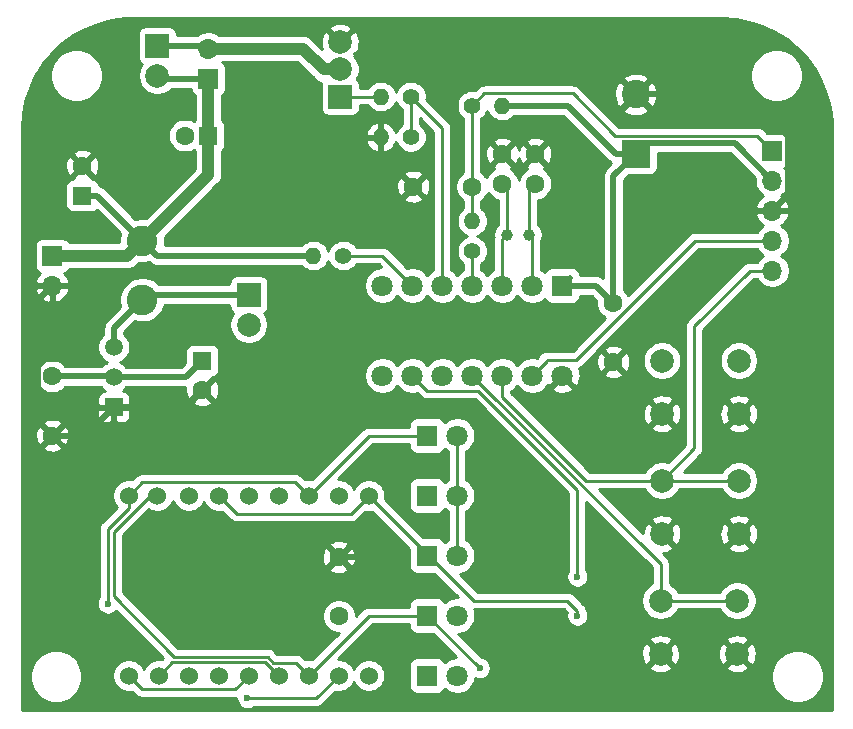
<source format=gtl>
G04 #@! TF.GenerationSoftware,KiCad,Pcbnew,(5.1.9)-1*
G04 #@! TF.CreationDate,2021-05-29T13:56:14+09:00*
G04 #@! TF.ProjectId,green_pomp4,67726565-6e5f-4706-9f6d-70342e6b6963,rev?*
G04 #@! TF.SameCoordinates,Original*
G04 #@! TF.FileFunction,Copper,L1,Top*
G04 #@! TF.FilePolarity,Positive*
%FSLAX46Y46*%
G04 Gerber Fmt 4.6, Leading zero omitted, Abs format (unit mm)*
G04 Created by KiCad (PCBNEW (5.1.9)-1) date 2021-05-29 13:56:14*
%MOMM*%
%LPD*%
G01*
G04 APERTURE LIST*
G04 #@! TA.AperFunction,ComponentPad*
%ADD10C,1.400000*%
G04 #@! TD*
G04 #@! TA.AperFunction,ComponentPad*
%ADD11O,1.400000X1.400000*%
G04 #@! TD*
G04 #@! TA.AperFunction,ComponentPad*
%ADD12R,1.800000X1.800000*%
G04 #@! TD*
G04 #@! TA.AperFunction,ComponentPad*
%ADD13C,1.800000*%
G04 #@! TD*
G04 #@! TA.AperFunction,ComponentPad*
%ADD14C,2.600000*%
G04 #@! TD*
G04 #@! TA.AperFunction,ComponentPad*
%ADD15C,2.400000*%
G04 #@! TD*
G04 #@! TA.AperFunction,ComponentPad*
%ADD16R,2.400000X2.400000*%
G04 #@! TD*
G04 #@! TA.AperFunction,ComponentPad*
%ADD17R,2.000000X2.000000*%
G04 #@! TD*
G04 #@! TA.AperFunction,ComponentPad*
%ADD18C,2.000000*%
G04 #@! TD*
G04 #@! TA.AperFunction,ComponentPad*
%ADD19R,1.600000X1.600000*%
G04 #@! TD*
G04 #@! TA.AperFunction,ComponentPad*
%ADD20C,1.600000*%
G04 #@! TD*
G04 #@! TA.AperFunction,ComponentPad*
%ADD21R,1.700000X1.700000*%
G04 #@! TD*
G04 #@! TA.AperFunction,ComponentPad*
%ADD22O,1.700000X1.700000*%
G04 #@! TD*
G04 #@! TA.AperFunction,ComponentPad*
%ADD23C,1.524000*%
G04 #@! TD*
G04 #@! TA.AperFunction,ComponentPad*
%ADD24C,1.000000*%
G04 #@! TD*
G04 #@! TA.AperFunction,ComponentPad*
%ADD25C,1.500000*%
G04 #@! TD*
G04 #@! TA.AperFunction,ComponentPad*
%ADD26R,1.500000X1.500000*%
G04 #@! TD*
G04 #@! TA.AperFunction,ViaPad*
%ADD27C,1.200000*%
G04 #@! TD*
G04 #@! TA.AperFunction,ViaPad*
%ADD28C,0.600000*%
G04 #@! TD*
G04 #@! TA.AperFunction,Conductor*
%ADD29C,0.250000*%
G04 #@! TD*
G04 #@! TA.AperFunction,Conductor*
%ADD30C,0.500000*%
G04 #@! TD*
G04 #@! TA.AperFunction,Conductor*
%ADD31C,1.000000*%
G04 #@! TD*
G04 #@! TA.AperFunction,Conductor*
%ADD32C,0.254000*%
G04 #@! TD*
G04 #@! TA.AperFunction,Conductor*
%ADD33C,0.150000*%
G04 #@! TD*
G04 APERTURE END LIST*
D10*
G04 #@! TO.P,R4,1*
G04 #@! TO.N,Net-(C10-Pad1)*
X69850000Y-38100000D03*
D11*
G04 #@! TO.P,R4,2*
G04 #@! TO.N,+5V*
X72390000Y-38100000D03*
G04 #@! TD*
D12*
G04 #@! TO.P,U4,1*
G04 #@! TO.N,+5V*
X77470000Y-53340000D03*
D13*
G04 #@! TO.P,U4,2*
G04 #@! TO.N,Net-(C3-Pad1)*
X74930000Y-53340000D03*
G04 #@! TO.P,U4,3*
G04 #@! TO.N,Net-(C4-Pad1)*
X72390000Y-53340000D03*
G04 #@! TO.P,U4,4*
G04 #@! TO.N,Net-(R6-Pad1)*
X69850000Y-53340000D03*
G04 #@! TO.P,U4,5*
G04 #@! TO.N,Net-(R1-Pad1)*
X67310000Y-53340000D03*
G04 #@! TO.P,U4,6*
G04 #@! TO.N,Net-(R5-Pad1)*
X64770000Y-53340000D03*
G04 #@! TO.P,U4,7*
G04 #@! TO.N,Net-(U4-Pad7)*
X62230000Y-53340000D03*
G04 #@! TO.P,U4,8*
G04 #@! TO.N,Net-(U4-Pad8)*
X62230000Y-60960000D03*
G04 #@! TO.P,U4,9*
G04 #@! TO.N,Net-(U3-Pad8)*
X64770000Y-60960000D03*
G04 #@! TO.P,U4,10*
G04 #@! TO.N,Net-(U3-Pad7)*
X67310000Y-60960000D03*
G04 #@! TO.P,U4,11*
G04 #@! TO.N,Net-(SW3-Pad1)*
X69850000Y-60960000D03*
G04 #@! TO.P,U4,12*
G04 #@! TO.N,Net-(J3-Pad5)*
X72390000Y-60960000D03*
G04 #@! TO.P,U4,13*
G04 #@! TO.N,Net-(J3-Pad4)*
X74930000Y-60960000D03*
G04 #@! TO.P,U4,14*
G04 #@! TO.N,GND*
X77470000Y-60960000D03*
G04 #@! TD*
D14*
G04 #@! TO.P,L1,1*
G04 #@! TO.N,+BATT*
X41910000Y-49530000D03*
G04 #@! TO.P,L1,2*
G04 #@! TO.N,Net-(D2-Pad1)*
X41910000Y-54530000D03*
G04 #@! TD*
D15*
G04 #@! TO.P,C7,2*
G04 #@! TO.N,GND*
X83693000Y-37164000D03*
D16*
G04 #@! TO.P,C7,1*
G04 #@! TO.N,+5V*
X83693000Y-42164000D03*
G04 #@! TD*
D17*
G04 #@! TO.P,D2,1*
G04 #@! TO.N,Net-(D2-Pad1)*
X50927000Y-54102000D03*
D18*
G04 #@! TO.P,D2,2*
G04 #@! TO.N,+5V*
X50927000Y-56642000D03*
G04 #@! TD*
D17*
G04 #@! TO.P,Q1,1*
G04 #@! TO.N,Net-(Q1-Pad1)*
X58674000Y-37338000D03*
D18*
G04 #@! TO.P,Q1,2*
G04 #@! TO.N,Net-(C1-Pad2)*
X58674000Y-35038000D03*
G04 #@! TO.P,Q1,3*
G04 #@! TO.N,GND*
X58674000Y-32738000D03*
G04 #@! TD*
D19*
G04 #@! TO.P,C1,1*
G04 #@! TO.N,+BATT*
X47498000Y-40640000D03*
D20*
G04 #@! TO.P,C1,2*
G04 #@! TO.N,Net-(C1-Pad2)*
X45498000Y-40640000D03*
G04 #@! TD*
D19*
G04 #@! TO.P,C2,1*
G04 #@! TO.N,+BATT*
X36830000Y-45720000D03*
D20*
G04 #@! TO.P,C2,2*
G04 #@! TO.N,GND*
X36830000Y-43220000D03*
G04 #@! TD*
G04 #@! TO.P,C5,2*
G04 #@! TO.N,+5V*
X34290000Y-61040000D03*
G04 #@! TO.P,C5,1*
G04 #@! TO.N,GND*
X34290000Y-66040000D03*
G04 #@! TD*
D19*
G04 #@! TO.P,C6,1*
G04 #@! TO.N,+5V*
X46990000Y-59690000D03*
D20*
G04 #@! TO.P,C6,2*
G04 #@! TO.N,GND*
X46990000Y-62190000D03*
G04 #@! TD*
G04 #@! TO.P,C8,1*
G04 #@! TO.N,GND*
X58547000Y-76327000D03*
G04 #@! TO.P,C8,2*
G04 #@! TO.N,+5V*
X58547000Y-81327000D03*
G04 #@! TD*
G04 #@! TO.P,C9,2*
G04 #@! TO.N,+5V*
X81788000Y-54817000D03*
G04 #@! TO.P,C9,1*
G04 #@! TO.N,GND*
X81788000Y-59817000D03*
G04 #@! TD*
G04 #@! TO.P,C10,1*
G04 #@! TO.N,Net-(C10-Pad1)*
X69850000Y-44958000D03*
G04 #@! TO.P,C10,2*
G04 #@! TO.N,GND*
X64850000Y-44958000D03*
G04 #@! TD*
D17*
G04 #@! TO.P,D1,1*
G04 #@! TO.N,Net-(C1-Pad2)*
X43180000Y-33020000D03*
D18*
G04 #@! TO.P,D1,2*
G04 #@! TO.N,+BATT*
X43180000Y-35560000D03*
G04 #@! TD*
D21*
G04 #@! TO.P,J1,1*
G04 #@! TO.N,+BATT*
X34290000Y-50800000D03*
D22*
G04 #@! TO.P,J1,2*
G04 #@! TO.N,GND*
X34290000Y-53340000D03*
G04 #@! TD*
D21*
G04 #@! TO.P,J2,1*
G04 #@! TO.N,+BATT*
X47498000Y-35814000D03*
D22*
G04 #@! TO.P,J2,2*
G04 #@! TO.N,Net-(C1-Pad2)*
X47498000Y-33274000D03*
G04 #@! TD*
D21*
G04 #@! TO.P,J3,1*
G04 #@! TO.N,Net-(C10-Pad1)*
X95250000Y-41910000D03*
D22*
G04 #@! TO.P,J3,2*
G04 #@! TO.N,+5V*
X95250000Y-44450000D03*
G04 #@! TO.P,J3,3*
G04 #@! TO.N,GND*
X95250000Y-46990000D03*
G04 #@! TO.P,J3,4*
G04 #@! TO.N,Net-(J3-Pad4)*
X95250000Y-49530000D03*
G04 #@! TO.P,J3,5*
G04 #@! TO.N,Net-(J3-Pad5)*
X95250000Y-52070000D03*
G04 #@! TD*
D12*
G04 #@! TO.P,LED1,1*
G04 #@! TO.N,Net-(LED1-Pad1)*
X66040000Y-66040000D03*
D13*
G04 #@! TO.P,LED1,2*
G04 #@! TO.N,Net-(LED1-Pad2)*
X68580000Y-66040000D03*
G04 #@! TD*
D12*
G04 #@! TO.P,LED2,1*
G04 #@! TO.N,Net-(LED2-Pad1)*
X66040000Y-71120000D03*
D13*
G04 #@! TO.P,LED2,2*
G04 #@! TO.N,Net-(LED1-Pad2)*
X68580000Y-71120000D03*
G04 #@! TD*
G04 #@! TO.P,LED3,2*
G04 #@! TO.N,Net-(LED1-Pad2)*
X68580000Y-76200000D03*
D12*
G04 #@! TO.P,LED3,1*
G04 #@! TO.N,Net-(LED3-Pad1)*
X66040000Y-76200000D03*
G04 #@! TD*
D13*
G04 #@! TO.P,LED4,2*
G04 #@! TO.N,Net-(LED1-Pad2)*
X68580000Y-81280000D03*
D12*
G04 #@! TO.P,LED4,1*
G04 #@! TO.N,Net-(LED4-Pad1)*
X66040000Y-81280000D03*
G04 #@! TD*
G04 #@! TO.P,LED5,1*
G04 #@! TO.N,Net-(LED5-Pad1)*
X66040000Y-86360000D03*
D13*
G04 #@! TO.P,LED5,2*
G04 #@! TO.N,Net-(LED1-Pad2)*
X68580000Y-86360000D03*
G04 #@! TD*
D11*
G04 #@! TO.P,R1,2*
G04 #@! TO.N,Net-(Q1-Pad1)*
X62103000Y-37338000D03*
D10*
G04 #@! TO.P,R1,1*
G04 #@! TO.N,Net-(R1-Pad1)*
X64643000Y-37338000D03*
G04 #@! TD*
G04 #@! TO.P,R2,1*
G04 #@! TO.N,Net-(R1-Pad1)*
X64643000Y-40767000D03*
D11*
G04 #@! TO.P,R2,2*
G04 #@! TO.N,GND*
X62103000Y-40767000D03*
G04 #@! TD*
G04 #@! TO.P,R5,2*
G04 #@! TO.N,+BATT*
X56388000Y-50800000D03*
D10*
G04 #@! TO.P,R5,1*
G04 #@! TO.N,Net-(R5-Pad1)*
X58928000Y-50800000D03*
G04 #@! TD*
G04 #@! TO.P,R6,1*
G04 #@! TO.N,Net-(R6-Pad1)*
X69850000Y-50419000D03*
D11*
G04 #@! TO.P,R6,2*
G04 #@! TO.N,Net-(C10-Pad1)*
X69850000Y-47879000D03*
G04 #@! TD*
D18*
G04 #@! TO.P,SW1,2*
G04 #@! TO.N,GND*
X85915500Y-64190000D03*
G04 #@! TO.P,SW1,1*
G04 #@! TO.N,Net-(C10-Pad1)*
X85915500Y-59690000D03*
G04 #@! TO.P,SW1,2*
G04 #@! TO.N,GND*
X92415500Y-64190000D03*
G04 #@! TO.P,SW1,1*
G04 #@! TO.N,Net-(C10-Pad1)*
X92415500Y-59690000D03*
G04 #@! TD*
G04 #@! TO.P,SW2,1*
G04 #@! TO.N,Net-(J3-Pad5)*
X92415500Y-69850000D03*
G04 #@! TO.P,SW2,2*
G04 #@! TO.N,GND*
X92415500Y-74350000D03*
G04 #@! TO.P,SW2,1*
G04 #@! TO.N,Net-(J3-Pad5)*
X85915500Y-69850000D03*
G04 #@! TO.P,SW2,2*
G04 #@! TO.N,GND*
X85915500Y-74350000D03*
G04 #@! TD*
G04 #@! TO.P,SW3,2*
G04 #@! TO.N,GND*
X85788500Y-84510000D03*
G04 #@! TO.P,SW3,1*
G04 #@! TO.N,Net-(SW3-Pad1)*
X85788500Y-80010000D03*
G04 #@! TO.P,SW3,2*
G04 #@! TO.N,GND*
X92288500Y-84510000D03*
G04 #@! TO.P,SW3,1*
G04 #@! TO.N,Net-(SW3-Pad1)*
X92288500Y-80010000D03*
G04 #@! TD*
D23*
G04 #@! TO.P,U1,14*
G04 #@! TO.N,Net-(U1-Pad14)*
X50927000Y-71120000D03*
G04 #@! TO.P,U1,15*
G04 #@! TO.N,Net-(LED3-Pad1)*
X48387000Y-71120000D03*
G04 #@! TO.P,U1,16*
G04 #@! TO.N,Net-(LED2-Pad1)*
X45847000Y-71120000D03*
G04 #@! TO.P,U1,17*
G04 #@! TO.N,Net-(LED4-Pad1)*
X43180000Y-71120000D03*
G04 #@! TO.P,U1,18*
G04 #@! TO.N,Net-(LED1-Pad1)*
X40767000Y-71120000D03*
G04 #@! TO.P,U1,13*
G04 #@! TO.N,Net-(U1-Pad13)*
X53467000Y-71120000D03*
G04 #@! TO.P,U1,12*
G04 #@! TO.N,Net-(LED1-Pad1)*
X56007000Y-71120000D03*
G04 #@! TO.P,U1,11*
G04 #@! TO.N,Net-(LED2-Pad1)*
X58547000Y-71120000D03*
G04 #@! TO.P,U1,10*
G04 #@! TO.N,Net-(LED3-Pad1)*
X61087000Y-71120000D03*
G04 #@! TO.P,U1,5*
G04 #@! TO.N,Net-(U1-Pad1)*
X50927000Y-86360000D03*
G04 #@! TO.P,U1,4*
G04 #@! TO.N,Net-(LED5-Pad1)*
X48387000Y-86360000D03*
G04 #@! TO.P,U1,3*
G04 #@! TO.N,Net-(U1-Pad3)*
X45847000Y-86360000D03*
G04 #@! TO.P,U1,2*
G04 #@! TO.N,Net-(U1-Pad2)*
X43307000Y-86360000D03*
G04 #@! TO.P,U1,1*
G04 #@! TO.N,Net-(U1-Pad1)*
X40767000Y-86360000D03*
G04 #@! TO.P,U1,6*
G04 #@! TO.N,Net-(U1-Pad2)*
X53467000Y-86360000D03*
G04 #@! TO.P,U1,7*
G04 #@! TO.N,Net-(LED4-Pad1)*
X56007000Y-86360000D03*
G04 #@! TO.P,U1,8*
G04 #@! TO.N,Net-(U1-Pad3)*
X58547000Y-86360000D03*
G04 #@! TO.P,U1,9*
G04 #@! TO.N,Net-(LED5-Pad1)*
X61087000Y-86360000D03*
G04 #@! TD*
D24*
G04 #@! TO.P,Y1,1*
G04 #@! TO.N,Net-(C3-Pad1)*
X74676000Y-49022000D03*
G04 #@! TO.P,Y1,2*
G04 #@! TO.N,Net-(C4-Pad1)*
X72776000Y-49022000D03*
G04 #@! TD*
D25*
G04 #@! TO.P,U2,2*
G04 #@! TO.N,+5V*
X39497000Y-61087000D03*
G04 #@! TO.P,U2,3*
G04 #@! TO.N,Net-(D2-Pad1)*
X39497000Y-58547000D03*
D26*
G04 #@! TO.P,U2,1*
G04 #@! TO.N,GND*
X39497000Y-63627000D03*
G04 #@! TD*
D20*
G04 #@! TO.P,C3,1*
G04 #@! TO.N,Net-(C3-Pad1)*
X75184000Y-44704000D03*
G04 #@! TO.P,C3,2*
G04 #@! TO.N,GND*
X75184000Y-42204000D03*
G04 #@! TD*
G04 #@! TO.P,C4,2*
G04 #@! TO.N,GND*
X72390000Y-42204000D03*
G04 #@! TO.P,C4,1*
G04 #@! TO.N,Net-(C4-Pad1)*
X72390000Y-44704000D03*
G04 #@! TD*
D27*
G04 #@! TO.N,GND*
X62738000Y-78105000D03*
X71374000Y-46482000D03*
X45974000Y-81280000D03*
D28*
X76200000Y-82931000D03*
X62865000Y-68580000D03*
G04 #@! TO.N,Net-(U1-Pad3)*
X50800000Y-88265000D03*
G04 #@! TO.N,Net-(U3-Pad8)*
X78740000Y-77977998D03*
G04 #@! TO.N,Net-(LED1-Pad1)*
X38989001Y-80264001D03*
G04 #@! TO.N,Net-(LED3-Pad1)*
X78740000Y-81280000D03*
G04 #@! TO.N,Net-(LED4-Pad1)*
X70485008Y-85725000D03*
G04 #@! TD*
D29*
G04 #@! TO.N,Net-(J3-Pad4)*
X76155001Y-59734999D02*
X76155001Y-59607999D01*
X74930000Y-60960000D02*
X76155001Y-59734999D01*
X88740002Y-49530000D02*
X95250000Y-49530000D01*
X78662003Y-59607999D02*
X88740002Y-49530000D01*
X76155001Y-59607999D02*
X78662003Y-59607999D01*
G04 #@! TO.N,Net-(J3-Pad5)*
X85915500Y-69850000D02*
X92415500Y-69850000D01*
X72390000Y-62738000D02*
X72390000Y-60960000D01*
X79502000Y-69850000D02*
X72390000Y-62738000D01*
X85915500Y-69850000D02*
X79502000Y-69850000D01*
X88646000Y-56769000D02*
X93345000Y-52070000D01*
X88646000Y-67119500D02*
X88646000Y-56769000D01*
X93345000Y-52070000D02*
X95250000Y-52070000D01*
X85915500Y-69850000D02*
X88646000Y-67119500D01*
G04 #@! TO.N,Net-(C4-Pad1)*
X72670051Y-53340000D02*
X72390000Y-53340000D01*
D30*
G04 #@! TO.N,+5V*
X78105000Y-52705000D02*
X77470000Y-53340000D01*
X45593000Y-61087000D02*
X46990000Y-59690000D01*
X39497000Y-61087000D02*
X45593000Y-61087000D01*
X39450000Y-61040000D02*
X39497000Y-61087000D01*
X34290000Y-61040000D02*
X39450000Y-61040000D01*
D29*
G04 #@! TO.N,Net-(C1-Pad2)*
X47244000Y-33020000D02*
X47498000Y-33274000D01*
D30*
X43180000Y-33020000D02*
X47244000Y-33020000D01*
X47498000Y-33274000D02*
X47752000Y-33020000D01*
D29*
X47934001Y-32837999D02*
X47498000Y-33274000D01*
D30*
G04 #@! TO.N,+BATT*
X38100000Y-45720000D02*
X41910000Y-49530000D01*
X36830000Y-45720000D02*
X38100000Y-45720000D01*
X43434000Y-35814000D02*
X43180000Y-35560000D01*
X47498000Y-35814000D02*
X43434000Y-35814000D01*
D31*
X40640000Y-50800000D02*
X41910000Y-49530000D01*
X34290000Y-50800000D02*
X40640000Y-50800000D01*
X47498000Y-39878000D02*
X47498000Y-35814000D01*
X47498000Y-43942000D02*
X47498000Y-39878000D01*
X41910000Y-49530000D02*
X47498000Y-43942000D01*
D30*
X43180000Y-50800000D02*
X41910000Y-49530000D01*
X56388000Y-50800000D02*
X43180000Y-50800000D01*
G04 #@! TO.N,GND*
X45553000Y-63627000D02*
X46990000Y-62190000D01*
X39497000Y-63627000D02*
X45553000Y-63627000D01*
X37084000Y-66040000D02*
X39497000Y-63627000D01*
X34290000Y-66040000D02*
X37084000Y-66040000D01*
X33039999Y-64789999D02*
X34290000Y-66040000D01*
X33039999Y-54590001D02*
X33039999Y-64789999D01*
X34290000Y-53340000D02*
X33039999Y-54590001D01*
D29*
G04 #@! TO.N,Net-(C10-Pad1)*
X94615000Y-42545000D02*
X95250000Y-41910000D01*
G04 #@! TO.N,Net-(D2-Pad1)*
X42338000Y-54102000D02*
X41910000Y-54530000D01*
D30*
X50927000Y-54102000D02*
X42338000Y-54102000D01*
X39497000Y-56943000D02*
X39497000Y-58547000D01*
X41910000Y-54530000D02*
X39497000Y-56943000D01*
D29*
G04 #@! TO.N,Net-(LED1-Pad2)*
X68580000Y-66040000D02*
X68580000Y-71120000D01*
X68580000Y-71120000D02*
X68580000Y-76200000D01*
G04 #@! TO.N,Net-(Q1-Pad1)*
X62103000Y-37338000D02*
X58674000Y-37338000D01*
G04 #@! TO.N,Net-(C4-Pad1)*
X72390000Y-49408000D02*
X72776000Y-49022000D01*
X72390000Y-53340000D02*
X72390000Y-49408000D01*
X72776000Y-45090000D02*
X72390000Y-44704000D01*
X72776000Y-49022000D02*
X72776000Y-45090000D01*
G04 #@! TO.N,Net-(C3-Pad1)*
X74930000Y-49276000D02*
X74676000Y-49022000D01*
X74930000Y-53340000D02*
X74930000Y-49276000D01*
X74676000Y-45212000D02*
X75184000Y-44704000D01*
X74676000Y-49022000D02*
X74676000Y-45212000D01*
D30*
G04 #@! TO.N,+5V*
X80311000Y-53340000D02*
X81788000Y-54817000D01*
X77470000Y-53340000D02*
X80311000Y-53340000D01*
X83693000Y-42164000D02*
X81993000Y-42164000D01*
X81993000Y-42164000D02*
X77929000Y-38100000D01*
X77929000Y-38100000D02*
X73379949Y-38100000D01*
X73379949Y-38100000D02*
X72390000Y-38100000D01*
X77597000Y-53340000D02*
X77470000Y-53340000D01*
X81788000Y-44069000D02*
X83693000Y-42164000D01*
X81788000Y-54817000D02*
X81788000Y-44069000D01*
X84582000Y-41275000D02*
X83693000Y-42164000D01*
X92075000Y-41275000D02*
X84582000Y-41275000D01*
X95250000Y-44450000D02*
X92075000Y-41275000D01*
D31*
G04 #@! TO.N,Net-(C1-Pad2)*
X55495787Y-33274000D02*
X47498000Y-33274000D01*
X57259787Y-35038000D02*
X55495787Y-33274000D01*
X58674000Y-35038000D02*
X57259787Y-35038000D01*
D30*
G04 #@! TO.N,GND*
X60960000Y-76327000D02*
X62738000Y-78105000D01*
X58547000Y-76327000D02*
X60960000Y-76327000D01*
X93014002Y-37164000D02*
X83693000Y-37164000D01*
X96550001Y-40699999D02*
X93014002Y-37164000D01*
X96550001Y-45689999D02*
X96550001Y-40699999D01*
X95250000Y-46990000D02*
X96550001Y-45689999D01*
D29*
G04 #@! TO.N,Net-(C10-Pad1)*
X69850000Y-47879000D02*
X69850000Y-44958000D01*
X69850000Y-38100000D02*
X69850000Y-44958000D01*
X93978999Y-40638999D02*
X95250000Y-41910000D01*
X81913999Y-40638999D02*
X93978999Y-40638999D01*
X78349999Y-37074999D02*
X81913999Y-40638999D01*
X70875001Y-37074999D02*
X78349999Y-37074999D01*
X69850000Y-38100000D02*
X70875001Y-37074999D01*
D30*
G04 #@! TO.N,GND*
X53594000Y-81280000D02*
X45974000Y-81280000D01*
X58547000Y-76327000D02*
X53594000Y-81280000D01*
D29*
G04 #@! TO.N,Net-(R1-Pad1)*
X67310000Y-40005000D02*
X64643000Y-37338000D01*
X67310000Y-53340000D02*
X67310000Y-40005000D01*
X64643000Y-40640000D02*
X64516000Y-40767000D01*
X64643000Y-37338000D02*
X64643000Y-40640000D01*
G04 #@! TO.N,Net-(R5-Pad1)*
X62230000Y-50800000D02*
X58928000Y-50800000D01*
X64770000Y-53340000D02*
X62230000Y-50800000D01*
G04 #@! TO.N,Net-(R6-Pad1)*
X69850000Y-53340000D02*
X69850000Y-50419000D01*
G04 #@! TO.N,Net-(SW3-Pad1)*
X85788500Y-76898500D02*
X69850000Y-60960000D01*
X85788500Y-80010000D02*
X85788500Y-76898500D01*
X92288500Y-80010000D02*
X85788500Y-80010000D01*
G04 #@! TO.N,Net-(U1-Pad1)*
X49784000Y-87503000D02*
X50927000Y-86360000D01*
X41910000Y-87503000D02*
X49784000Y-87503000D01*
X40767000Y-86360000D02*
X41910000Y-87503000D01*
G04 #@! TO.N,Net-(U1-Pad3)*
X56642000Y-88265000D02*
X50800000Y-88265000D01*
X58547000Y-86360000D02*
X56642000Y-88265000D01*
G04 #@! TO.N,Net-(U1-Pad2)*
X52324000Y-85217000D02*
X53467000Y-86360000D01*
X44450000Y-85217000D02*
X52324000Y-85217000D01*
X43307000Y-86360000D02*
X44450000Y-85217000D01*
G04 #@! TO.N,Net-(U3-Pad8)*
X64770000Y-60960000D02*
X64770000Y-61341000D01*
X78740000Y-70612000D02*
X78740000Y-77977998D01*
X70358000Y-62230000D02*
X78740000Y-70612000D01*
X66040000Y-62230000D02*
X70358000Y-62230000D01*
X64770000Y-60960000D02*
X66040000Y-62230000D01*
G04 #@! TO.N,Net-(LED1-Pad1)*
X61087000Y-66040000D02*
X66040000Y-66040000D01*
X56007000Y-71120000D02*
X61087000Y-66040000D01*
X41910000Y-69977000D02*
X40767000Y-71120000D01*
X54864000Y-69977000D02*
X41910000Y-69977000D01*
X56007000Y-71120000D02*
X54864000Y-69977000D01*
X38989001Y-73913999D02*
X38989001Y-80264001D01*
X40767000Y-72136000D02*
X38989001Y-73913999D01*
X40767000Y-71120000D02*
X40767000Y-72136000D01*
G04 #@! TO.N,Net-(LED3-Pad1)*
X66040000Y-76200000D02*
X66040000Y-76073000D01*
X49911000Y-72644000D02*
X48387000Y-71120000D01*
X59563000Y-72644000D02*
X49911000Y-72644000D01*
X61087000Y-71120000D02*
X59563000Y-72644000D01*
X78740000Y-80855736D02*
X78740000Y-81280000D01*
X77894264Y-80010000D02*
X78740000Y-80855736D01*
X69977000Y-80010000D02*
X77894264Y-80010000D01*
X61087000Y-71120000D02*
X69977000Y-80010000D01*
G04 #@! TO.N,Net-(LED4-Pad1)*
X61087000Y-81280000D02*
X56007000Y-86360000D01*
X66040000Y-81280000D02*
X61087000Y-81280000D01*
X66040000Y-81280000D02*
X70485000Y-85725000D01*
X70485000Y-85725000D02*
X70485008Y-85725000D01*
X55245001Y-85598001D02*
X56007000Y-86360000D01*
X54919999Y-85272999D02*
X55245001Y-85598001D01*
X53016409Y-85272999D02*
X54919999Y-85272999D01*
X44634990Y-84766990D02*
X52510401Y-84766991D01*
X39497000Y-79629000D02*
X44634990Y-84766990D01*
X52510401Y-84766991D02*
X53016409Y-85272999D01*
X39497000Y-74168000D02*
X39497000Y-79629000D01*
X42545000Y-71120000D02*
X39497000Y-74168000D01*
X43180000Y-71120000D02*
X42545000Y-71120000D01*
G04 #@! TD*
D32*
G04 #@! TO.N,GND*
X92164170Y-30784647D02*
X93309981Y-31003222D01*
X94419362Y-31363682D01*
X95474813Y-31860339D01*
X96459703Y-32485370D01*
X97358480Y-33228903D01*
X98156987Y-34079228D01*
X98842621Y-35022922D01*
X99404575Y-36045110D01*
X99833979Y-37129662D01*
X100124071Y-38259494D01*
X100271669Y-39427864D01*
X100290000Y-40011165D01*
X100290001Y-89290000D01*
X31710000Y-89290000D01*
X31710000Y-86203372D01*
X32372500Y-86203372D01*
X32372500Y-86643628D01*
X32458390Y-87075425D01*
X32626869Y-87482169D01*
X32871462Y-87848229D01*
X33182771Y-88159538D01*
X33548831Y-88404131D01*
X33955575Y-88572610D01*
X34387372Y-88658500D01*
X34827628Y-88658500D01*
X35259425Y-88572610D01*
X35666169Y-88404131D01*
X36032229Y-88159538D01*
X36343538Y-87848229D01*
X36588131Y-87482169D01*
X36756610Y-87075425D01*
X36842500Y-86643628D01*
X36842500Y-86203372D01*
X36756610Y-85771575D01*
X36588131Y-85364831D01*
X36343538Y-84998771D01*
X36032229Y-84687462D01*
X35666169Y-84442869D01*
X35259425Y-84274390D01*
X34827628Y-84188500D01*
X34387372Y-84188500D01*
X33955575Y-84274390D01*
X33548831Y-84442869D01*
X33182771Y-84687462D01*
X32871462Y-84998771D01*
X32626869Y-85364831D01*
X32458390Y-85771575D01*
X32372500Y-86203372D01*
X31710000Y-86203372D01*
X31710000Y-80171912D01*
X38054001Y-80171912D01*
X38054001Y-80356090D01*
X38089933Y-80536730D01*
X38160415Y-80706890D01*
X38262739Y-80860029D01*
X38392973Y-80990263D01*
X38546112Y-81092587D01*
X38716272Y-81163069D01*
X38896912Y-81199001D01*
X39081090Y-81199001D01*
X39261730Y-81163069D01*
X39431890Y-81092587D01*
X39585029Y-80990263D01*
X39684245Y-80891047D01*
X43692698Y-84899500D01*
X43598570Y-84993628D01*
X43444592Y-84963000D01*
X43169408Y-84963000D01*
X42899510Y-85016686D01*
X42645273Y-85121995D01*
X42416465Y-85274880D01*
X42221880Y-85469465D01*
X42068995Y-85698273D01*
X42037000Y-85775515D01*
X42005005Y-85698273D01*
X41852120Y-85469465D01*
X41657535Y-85274880D01*
X41428727Y-85121995D01*
X41174490Y-85016686D01*
X40904592Y-84963000D01*
X40629408Y-84963000D01*
X40359510Y-85016686D01*
X40105273Y-85121995D01*
X39876465Y-85274880D01*
X39681880Y-85469465D01*
X39528995Y-85698273D01*
X39423686Y-85952510D01*
X39370000Y-86222408D01*
X39370000Y-86497592D01*
X39423686Y-86767490D01*
X39528995Y-87021727D01*
X39681880Y-87250535D01*
X39876465Y-87445120D01*
X40105273Y-87598005D01*
X40359510Y-87703314D01*
X40629408Y-87757000D01*
X40904592Y-87757000D01*
X41058570Y-87726372D01*
X41346201Y-88014003D01*
X41369999Y-88043001D01*
X41398997Y-88066799D01*
X41485723Y-88137974D01*
X41617753Y-88208546D01*
X41761014Y-88252003D01*
X41872667Y-88263000D01*
X41872676Y-88263000D01*
X41909999Y-88266676D01*
X41947322Y-88263000D01*
X49746678Y-88263000D01*
X49784000Y-88266676D01*
X49821322Y-88263000D01*
X49821333Y-88263000D01*
X49865000Y-88258699D01*
X49865000Y-88357089D01*
X49900932Y-88537729D01*
X49971414Y-88707889D01*
X50073738Y-88861028D01*
X50203972Y-88991262D01*
X50357111Y-89093586D01*
X50527271Y-89164068D01*
X50707911Y-89200000D01*
X50892089Y-89200000D01*
X51072729Y-89164068D01*
X51242889Y-89093586D01*
X51345535Y-89025000D01*
X56604678Y-89025000D01*
X56642000Y-89028676D01*
X56679322Y-89025000D01*
X56679333Y-89025000D01*
X56790986Y-89014003D01*
X56934247Y-88970546D01*
X57066276Y-88899974D01*
X57182001Y-88805001D01*
X57205804Y-88775997D01*
X58255430Y-87726372D01*
X58409408Y-87757000D01*
X58684592Y-87757000D01*
X58954490Y-87703314D01*
X59208727Y-87598005D01*
X59437535Y-87445120D01*
X59632120Y-87250535D01*
X59785005Y-87021727D01*
X59817000Y-86944485D01*
X59848995Y-87021727D01*
X60001880Y-87250535D01*
X60196465Y-87445120D01*
X60425273Y-87598005D01*
X60679510Y-87703314D01*
X60949408Y-87757000D01*
X61224592Y-87757000D01*
X61494490Y-87703314D01*
X61748727Y-87598005D01*
X61977535Y-87445120D01*
X62172120Y-87250535D01*
X62325005Y-87021727D01*
X62430314Y-86767490D01*
X62484000Y-86497592D01*
X62484000Y-86222408D01*
X62430314Y-85952510D01*
X62325005Y-85698273D01*
X62172120Y-85469465D01*
X61977535Y-85274880D01*
X61748727Y-85121995D01*
X61494490Y-85016686D01*
X61224592Y-84963000D01*
X60949408Y-84963000D01*
X60679510Y-85016686D01*
X60425273Y-85121995D01*
X60196465Y-85274880D01*
X60001880Y-85469465D01*
X59848995Y-85698273D01*
X59817000Y-85775515D01*
X59785005Y-85698273D01*
X59632120Y-85469465D01*
X59437535Y-85274880D01*
X59208727Y-85121995D01*
X58954490Y-85016686D01*
X58684592Y-84963000D01*
X58478801Y-84963000D01*
X61401802Y-82040000D01*
X64501928Y-82040000D01*
X64501928Y-82180000D01*
X64514188Y-82304482D01*
X64550498Y-82424180D01*
X64609463Y-82534494D01*
X64688815Y-82631185D01*
X64785506Y-82710537D01*
X64895820Y-82769502D01*
X65015518Y-82805812D01*
X65140000Y-82818072D01*
X66503271Y-82818072D01*
X68510198Y-84825000D01*
X68428816Y-84825000D01*
X68132257Y-84883989D01*
X67852905Y-84999701D01*
X67601495Y-85167688D01*
X67535056Y-85234127D01*
X67529502Y-85215820D01*
X67470537Y-85105506D01*
X67391185Y-85008815D01*
X67294494Y-84929463D01*
X67184180Y-84870498D01*
X67064482Y-84834188D01*
X66940000Y-84821928D01*
X65140000Y-84821928D01*
X65015518Y-84834188D01*
X64895820Y-84870498D01*
X64785506Y-84929463D01*
X64688815Y-85008815D01*
X64609463Y-85105506D01*
X64550498Y-85215820D01*
X64514188Y-85335518D01*
X64501928Y-85460000D01*
X64501928Y-87260000D01*
X64514188Y-87384482D01*
X64550498Y-87504180D01*
X64609463Y-87614494D01*
X64688815Y-87711185D01*
X64785506Y-87790537D01*
X64895820Y-87849502D01*
X65015518Y-87885812D01*
X65140000Y-87898072D01*
X66940000Y-87898072D01*
X67064482Y-87885812D01*
X67184180Y-87849502D01*
X67294494Y-87790537D01*
X67391185Y-87711185D01*
X67470537Y-87614494D01*
X67529502Y-87504180D01*
X67535056Y-87485873D01*
X67601495Y-87552312D01*
X67852905Y-87720299D01*
X68132257Y-87836011D01*
X68428816Y-87895000D01*
X68731184Y-87895000D01*
X69027743Y-87836011D01*
X69307095Y-87720299D01*
X69558505Y-87552312D01*
X69772312Y-87338505D01*
X69940299Y-87087095D01*
X70056011Y-86807743D01*
X70101660Y-86578249D01*
X70212279Y-86624068D01*
X70392919Y-86660000D01*
X70577097Y-86660000D01*
X70757737Y-86624068D01*
X70927897Y-86553586D01*
X71081036Y-86451262D01*
X71211270Y-86321028D01*
X71289885Y-86203372D01*
X95174000Y-86203372D01*
X95174000Y-86643628D01*
X95259890Y-87075425D01*
X95428369Y-87482169D01*
X95672962Y-87848229D01*
X95984271Y-88159538D01*
X96350331Y-88404131D01*
X96757075Y-88572610D01*
X97188872Y-88658500D01*
X97629128Y-88658500D01*
X98060925Y-88572610D01*
X98467669Y-88404131D01*
X98833729Y-88159538D01*
X99145038Y-87848229D01*
X99389631Y-87482169D01*
X99558110Y-87075425D01*
X99644000Y-86643628D01*
X99644000Y-86203372D01*
X99558110Y-85771575D01*
X99389631Y-85364831D01*
X99145038Y-84998771D01*
X98833729Y-84687462D01*
X98467669Y-84442869D01*
X98060925Y-84274390D01*
X97629128Y-84188500D01*
X97188872Y-84188500D01*
X96757075Y-84274390D01*
X96350331Y-84442869D01*
X95984271Y-84687462D01*
X95672962Y-84998771D01*
X95428369Y-85364831D01*
X95259890Y-85771575D01*
X95174000Y-86203372D01*
X71289885Y-86203372D01*
X71313594Y-86167889D01*
X71384076Y-85997729D01*
X71420008Y-85817089D01*
X71420008Y-85645413D01*
X84832692Y-85645413D01*
X84928456Y-85909814D01*
X85218071Y-86050704D01*
X85529608Y-86132384D01*
X85851095Y-86151718D01*
X86170175Y-86107961D01*
X86474588Y-86002795D01*
X86648544Y-85909814D01*
X86744308Y-85645413D01*
X91332692Y-85645413D01*
X91428456Y-85909814D01*
X91718071Y-86050704D01*
X92029608Y-86132384D01*
X92351095Y-86151718D01*
X92670175Y-86107961D01*
X92974588Y-86002795D01*
X93148544Y-85909814D01*
X93244308Y-85645413D01*
X92288500Y-84689605D01*
X91332692Y-85645413D01*
X86744308Y-85645413D01*
X85788500Y-84689605D01*
X84832692Y-85645413D01*
X71420008Y-85645413D01*
X71420008Y-85632911D01*
X71384076Y-85452271D01*
X71313594Y-85282111D01*
X71211270Y-85128972D01*
X71081036Y-84998738D01*
X70927897Y-84896414D01*
X70757737Y-84825932D01*
X70636647Y-84801845D01*
X70407397Y-84572595D01*
X84146782Y-84572595D01*
X84190539Y-84891675D01*
X84295705Y-85196088D01*
X84388686Y-85370044D01*
X84653087Y-85465808D01*
X85608895Y-84510000D01*
X85968105Y-84510000D01*
X86923913Y-85465808D01*
X87188314Y-85370044D01*
X87329204Y-85080429D01*
X87410884Y-84768892D01*
X87422689Y-84572595D01*
X90646782Y-84572595D01*
X90690539Y-84891675D01*
X90795705Y-85196088D01*
X90888686Y-85370044D01*
X91153087Y-85465808D01*
X92108895Y-84510000D01*
X92468105Y-84510000D01*
X93423913Y-85465808D01*
X93688314Y-85370044D01*
X93829204Y-85080429D01*
X93910884Y-84768892D01*
X93930218Y-84447405D01*
X93886461Y-84128325D01*
X93781295Y-83823912D01*
X93688314Y-83649956D01*
X93423913Y-83554192D01*
X92468105Y-84510000D01*
X92108895Y-84510000D01*
X91153087Y-83554192D01*
X90888686Y-83649956D01*
X90747796Y-83939571D01*
X90666116Y-84251108D01*
X90646782Y-84572595D01*
X87422689Y-84572595D01*
X87430218Y-84447405D01*
X87386461Y-84128325D01*
X87281295Y-83823912D01*
X87188314Y-83649956D01*
X86923913Y-83554192D01*
X85968105Y-84510000D01*
X85608895Y-84510000D01*
X84653087Y-83554192D01*
X84388686Y-83649956D01*
X84247796Y-83939571D01*
X84166116Y-84251108D01*
X84146782Y-84572595D01*
X70407397Y-84572595D01*
X69209389Y-83374587D01*
X84832692Y-83374587D01*
X85788500Y-84330395D01*
X86744308Y-83374587D01*
X91332692Y-83374587D01*
X92288500Y-84330395D01*
X93244308Y-83374587D01*
X93148544Y-83110186D01*
X92858929Y-82969296D01*
X92547392Y-82887616D01*
X92225905Y-82868282D01*
X91906825Y-82912039D01*
X91602412Y-83017205D01*
X91428456Y-83110186D01*
X91332692Y-83374587D01*
X86744308Y-83374587D01*
X86648544Y-83110186D01*
X86358929Y-82969296D01*
X86047392Y-82887616D01*
X85725905Y-82868282D01*
X85406825Y-82912039D01*
X85102412Y-83017205D01*
X84928456Y-83110186D01*
X84832692Y-83374587D01*
X69209389Y-83374587D01*
X68649801Y-82815000D01*
X68731184Y-82815000D01*
X69027743Y-82756011D01*
X69307095Y-82640299D01*
X69558505Y-82472312D01*
X69772312Y-82258505D01*
X69940299Y-82007095D01*
X70056011Y-81727743D01*
X70115000Y-81431184D01*
X70115000Y-81128816D01*
X70056011Y-80832257D01*
X70030223Y-80770000D01*
X77579463Y-80770000D01*
X77836917Y-81027455D01*
X77805000Y-81187911D01*
X77805000Y-81372089D01*
X77840932Y-81552729D01*
X77911414Y-81722889D01*
X78013738Y-81876028D01*
X78143972Y-82006262D01*
X78297111Y-82108586D01*
X78467271Y-82179068D01*
X78647911Y-82215000D01*
X78832089Y-82215000D01*
X79012729Y-82179068D01*
X79182889Y-82108586D01*
X79336028Y-82006262D01*
X79466262Y-81876028D01*
X79568586Y-81722889D01*
X79639068Y-81552729D01*
X79675000Y-81372089D01*
X79675000Y-81187911D01*
X79639068Y-81007271D01*
X79568586Y-80837111D01*
X79490303Y-80719952D01*
X79489003Y-80706750D01*
X79445546Y-80563489D01*
X79374974Y-80431460D01*
X79280001Y-80315735D01*
X79251004Y-80291938D01*
X78458067Y-79499002D01*
X78434265Y-79469999D01*
X78318540Y-79375026D01*
X78186511Y-79304454D01*
X78043250Y-79260997D01*
X77931597Y-79250000D01*
X77931586Y-79250000D01*
X77894264Y-79246324D01*
X77856942Y-79250000D01*
X70291802Y-79250000D01*
X68769233Y-77727432D01*
X69027743Y-77676011D01*
X69307095Y-77560299D01*
X69558505Y-77392312D01*
X69772312Y-77178505D01*
X69940299Y-76927095D01*
X70056011Y-76647743D01*
X70115000Y-76351184D01*
X70115000Y-76048816D01*
X70056011Y-75752257D01*
X69940299Y-75472905D01*
X69772312Y-75221495D01*
X69558505Y-75007688D01*
X69340000Y-74861687D01*
X69340000Y-72458313D01*
X69558505Y-72312312D01*
X69772312Y-72098505D01*
X69940299Y-71847095D01*
X70056011Y-71567743D01*
X70115000Y-71271184D01*
X70115000Y-70968816D01*
X70056011Y-70672257D01*
X69940299Y-70392905D01*
X69772312Y-70141495D01*
X69558505Y-69927688D01*
X69340000Y-69781687D01*
X69340000Y-67378313D01*
X69558505Y-67232312D01*
X69772312Y-67018505D01*
X69940299Y-66767095D01*
X70056011Y-66487743D01*
X70115000Y-66191184D01*
X70115000Y-65888816D01*
X70056011Y-65592257D01*
X69940299Y-65312905D01*
X69772312Y-65061495D01*
X69558505Y-64847688D01*
X69307095Y-64679701D01*
X69027743Y-64563989D01*
X68731184Y-64505000D01*
X68428816Y-64505000D01*
X68132257Y-64563989D01*
X67852905Y-64679701D01*
X67601495Y-64847688D01*
X67535056Y-64914127D01*
X67529502Y-64895820D01*
X67470537Y-64785506D01*
X67391185Y-64688815D01*
X67294494Y-64609463D01*
X67184180Y-64550498D01*
X67064482Y-64514188D01*
X66940000Y-64501928D01*
X65140000Y-64501928D01*
X65015518Y-64514188D01*
X64895820Y-64550498D01*
X64785506Y-64609463D01*
X64688815Y-64688815D01*
X64609463Y-64785506D01*
X64550498Y-64895820D01*
X64514188Y-65015518D01*
X64501928Y-65140000D01*
X64501928Y-65280000D01*
X61124323Y-65280000D01*
X61087000Y-65276324D01*
X61049677Y-65280000D01*
X61049667Y-65280000D01*
X60938014Y-65290997D01*
X60824558Y-65325413D01*
X60794753Y-65334454D01*
X60662723Y-65405026D01*
X60579083Y-65473668D01*
X60546999Y-65499999D01*
X60523201Y-65528997D01*
X56298571Y-69753628D01*
X56144592Y-69723000D01*
X55869408Y-69723000D01*
X55715429Y-69753628D01*
X55427804Y-69466002D01*
X55404001Y-69436999D01*
X55288276Y-69342026D01*
X55156247Y-69271454D01*
X55012986Y-69227997D01*
X54901333Y-69217000D01*
X54901322Y-69217000D01*
X54864000Y-69213324D01*
X54826678Y-69217000D01*
X41947322Y-69217000D01*
X41909999Y-69213324D01*
X41872676Y-69217000D01*
X41872667Y-69217000D01*
X41761014Y-69227997D01*
X41617753Y-69271454D01*
X41485723Y-69342026D01*
X41402083Y-69410668D01*
X41369999Y-69436999D01*
X41346201Y-69465997D01*
X41058570Y-69753628D01*
X40904592Y-69723000D01*
X40629408Y-69723000D01*
X40359510Y-69776686D01*
X40105273Y-69881995D01*
X39876465Y-70034880D01*
X39681880Y-70229465D01*
X39528995Y-70458273D01*
X39423686Y-70712510D01*
X39370000Y-70982408D01*
X39370000Y-71257592D01*
X39423686Y-71527490D01*
X39528995Y-71781727D01*
X39681880Y-72010535D01*
X39749772Y-72078427D01*
X38478004Y-73350195D01*
X38449000Y-73373998D01*
X38412071Y-73418997D01*
X38354027Y-73489723D01*
X38330881Y-73533026D01*
X38283455Y-73621753D01*
X38239998Y-73765014D01*
X38229001Y-73876667D01*
X38229001Y-73876677D01*
X38225325Y-73913999D01*
X38229001Y-73951322D01*
X38229002Y-79718464D01*
X38160415Y-79821112D01*
X38089933Y-79991272D01*
X38054001Y-80171912D01*
X31710000Y-80171912D01*
X31710000Y-67032702D01*
X33476903Y-67032702D01*
X33548486Y-67276671D01*
X33803996Y-67397571D01*
X34078184Y-67466300D01*
X34360512Y-67480217D01*
X34640130Y-67438787D01*
X34906292Y-67343603D01*
X35031514Y-67276671D01*
X35103097Y-67032702D01*
X34290000Y-66219605D01*
X33476903Y-67032702D01*
X31710000Y-67032702D01*
X31710000Y-66110512D01*
X32849783Y-66110512D01*
X32891213Y-66390130D01*
X32986397Y-66656292D01*
X33053329Y-66781514D01*
X33297298Y-66853097D01*
X34110395Y-66040000D01*
X34469605Y-66040000D01*
X35282702Y-66853097D01*
X35526671Y-66781514D01*
X35647571Y-66526004D01*
X35716300Y-66251816D01*
X35730217Y-65969488D01*
X35688787Y-65689870D01*
X35593603Y-65423708D01*
X35526671Y-65298486D01*
X35282702Y-65226903D01*
X34469605Y-66040000D01*
X34110395Y-66040000D01*
X33297298Y-65226903D01*
X33053329Y-65298486D01*
X32932429Y-65553996D01*
X32863700Y-65828184D01*
X32849783Y-66110512D01*
X31710000Y-66110512D01*
X31710000Y-65047298D01*
X33476903Y-65047298D01*
X34290000Y-65860395D01*
X35103097Y-65047298D01*
X35031514Y-64803329D01*
X34776004Y-64682429D01*
X34501816Y-64613700D01*
X34219488Y-64599783D01*
X33939870Y-64641213D01*
X33673708Y-64736397D01*
X33548486Y-64803329D01*
X33476903Y-65047298D01*
X31710000Y-65047298D01*
X31710000Y-64377000D01*
X38108928Y-64377000D01*
X38121188Y-64501482D01*
X38157498Y-64621180D01*
X38216463Y-64731494D01*
X38295815Y-64828185D01*
X38392506Y-64907537D01*
X38502820Y-64966502D01*
X38622518Y-65002812D01*
X38747000Y-65015072D01*
X39211250Y-65012000D01*
X39370000Y-64853250D01*
X39370000Y-63754000D01*
X39624000Y-63754000D01*
X39624000Y-64853250D01*
X39782750Y-65012000D01*
X40247000Y-65015072D01*
X40371482Y-65002812D01*
X40491180Y-64966502D01*
X40601494Y-64907537D01*
X40698185Y-64828185D01*
X40777537Y-64731494D01*
X40836502Y-64621180D01*
X40872812Y-64501482D01*
X40885072Y-64377000D01*
X40882000Y-63912750D01*
X40723250Y-63754000D01*
X39624000Y-63754000D01*
X39370000Y-63754000D01*
X38270750Y-63754000D01*
X38112000Y-63912750D01*
X38108928Y-64377000D01*
X31710000Y-64377000D01*
X31710000Y-60898665D01*
X32855000Y-60898665D01*
X32855000Y-61181335D01*
X32910147Y-61458574D01*
X33018320Y-61719727D01*
X33175363Y-61954759D01*
X33375241Y-62154637D01*
X33610273Y-62311680D01*
X33871426Y-62419853D01*
X34148665Y-62475000D01*
X34431335Y-62475000D01*
X34708574Y-62419853D01*
X34969727Y-62311680D01*
X35204759Y-62154637D01*
X35404637Y-61954759D01*
X35424521Y-61925000D01*
X38391209Y-61925000D01*
X38421201Y-61969886D01*
X38614114Y-62162799D01*
X38730483Y-62240555D01*
X38622518Y-62251188D01*
X38502820Y-62287498D01*
X38392506Y-62346463D01*
X38295815Y-62425815D01*
X38216463Y-62522506D01*
X38157498Y-62632820D01*
X38121188Y-62752518D01*
X38108928Y-62877000D01*
X38112000Y-63341250D01*
X38270750Y-63500000D01*
X39370000Y-63500000D01*
X39370000Y-63480000D01*
X39624000Y-63480000D01*
X39624000Y-63500000D01*
X40723250Y-63500000D01*
X40882000Y-63341250D01*
X40883049Y-63182702D01*
X46176903Y-63182702D01*
X46248486Y-63426671D01*
X46503996Y-63547571D01*
X46778184Y-63616300D01*
X47060512Y-63630217D01*
X47340130Y-63588787D01*
X47606292Y-63493603D01*
X47731514Y-63426671D01*
X47803097Y-63182702D01*
X46990000Y-62369605D01*
X46176903Y-63182702D01*
X40883049Y-63182702D01*
X40885072Y-62877000D01*
X40872812Y-62752518D01*
X40836502Y-62632820D01*
X40777537Y-62522506D01*
X40698185Y-62425815D01*
X40601494Y-62346463D01*
X40491180Y-62287498D01*
X40371482Y-62251188D01*
X40263517Y-62240555D01*
X40379886Y-62162799D01*
X40570685Y-61972000D01*
X45549531Y-61972000D01*
X45564871Y-61973511D01*
X45563700Y-61978184D01*
X45549783Y-62260512D01*
X45591213Y-62540130D01*
X45686397Y-62806292D01*
X45753329Y-62931514D01*
X45997298Y-63003097D01*
X46810395Y-62190000D01*
X47169605Y-62190000D01*
X47982702Y-63003097D01*
X48226671Y-62931514D01*
X48347571Y-62676004D01*
X48416300Y-62401816D01*
X48430217Y-62119488D01*
X48388787Y-61839870D01*
X48293603Y-61573708D01*
X48226671Y-61448486D01*
X47982702Y-61376903D01*
X47169605Y-62190000D01*
X46810395Y-62190000D01*
X46796253Y-62175858D01*
X46975858Y-61996253D01*
X46990000Y-62010395D01*
X47803097Y-61197298D01*
X47782785Y-61128072D01*
X47790000Y-61128072D01*
X47914482Y-61115812D01*
X48034180Y-61079502D01*
X48144494Y-61020537D01*
X48241185Y-60941185D01*
X48320537Y-60844494D01*
X48379502Y-60734180D01*
X48415812Y-60614482D01*
X48428072Y-60490000D01*
X48428072Y-58890000D01*
X48415812Y-58765518D01*
X48379502Y-58645820D01*
X48320537Y-58535506D01*
X48241185Y-58438815D01*
X48144494Y-58359463D01*
X48034180Y-58300498D01*
X47914482Y-58264188D01*
X47790000Y-58251928D01*
X46190000Y-58251928D01*
X46065518Y-58264188D01*
X45945820Y-58300498D01*
X45835506Y-58359463D01*
X45738815Y-58438815D01*
X45659463Y-58535506D01*
X45600498Y-58645820D01*
X45564188Y-58765518D01*
X45551928Y-58890000D01*
X45551928Y-59876494D01*
X45226422Y-60202000D01*
X40570685Y-60202000D01*
X40379886Y-60011201D01*
X40153043Y-59859629D01*
X40050127Y-59817000D01*
X40153043Y-59774371D01*
X40379886Y-59622799D01*
X40572799Y-59429886D01*
X40724371Y-59203043D01*
X40828775Y-58950989D01*
X40882000Y-58683411D01*
X40882000Y-58410589D01*
X40828775Y-58143011D01*
X40724371Y-57890957D01*
X40572799Y-57664114D01*
X40382000Y-57473315D01*
X40382000Y-57309578D01*
X41314015Y-56377564D01*
X41345581Y-56390639D01*
X41719419Y-56465000D01*
X42100581Y-56465000D01*
X42474419Y-56390639D01*
X42826566Y-56244775D01*
X43143491Y-56033013D01*
X43413013Y-55763491D01*
X43624775Y-55446566D01*
X43770639Y-55094419D01*
X43792006Y-54987000D01*
X49288928Y-54987000D01*
X49288928Y-55102000D01*
X49301188Y-55226482D01*
X49337498Y-55346180D01*
X49396463Y-55456494D01*
X49475815Y-55553185D01*
X49572506Y-55632537D01*
X49618630Y-55657191D01*
X49478082Y-55867537D01*
X49354832Y-56165088D01*
X49292000Y-56480967D01*
X49292000Y-56803033D01*
X49354832Y-57118912D01*
X49478082Y-57416463D01*
X49657013Y-57684252D01*
X49884748Y-57911987D01*
X50152537Y-58090918D01*
X50450088Y-58214168D01*
X50765967Y-58277000D01*
X51088033Y-58277000D01*
X51403912Y-58214168D01*
X51701463Y-58090918D01*
X51969252Y-57911987D01*
X52196987Y-57684252D01*
X52375918Y-57416463D01*
X52499168Y-57118912D01*
X52562000Y-56803033D01*
X52562000Y-56480967D01*
X52499168Y-56165088D01*
X52375918Y-55867537D01*
X52235370Y-55657191D01*
X52281494Y-55632537D01*
X52378185Y-55553185D01*
X52457537Y-55456494D01*
X52516502Y-55346180D01*
X52552812Y-55226482D01*
X52565072Y-55102000D01*
X52565072Y-53102000D01*
X52552812Y-52977518D01*
X52516502Y-52857820D01*
X52457537Y-52747506D01*
X52378185Y-52650815D01*
X52281494Y-52571463D01*
X52171180Y-52512498D01*
X52051482Y-52476188D01*
X51927000Y-52463928D01*
X49927000Y-52463928D01*
X49802518Y-52476188D01*
X49682820Y-52512498D01*
X49572506Y-52571463D01*
X49475815Y-52650815D01*
X49396463Y-52747506D01*
X49337498Y-52857820D01*
X49301188Y-52977518D01*
X49288928Y-53102000D01*
X49288928Y-53217000D01*
X43333504Y-53217000D01*
X43143491Y-53026987D01*
X42826566Y-52815225D01*
X42474419Y-52669361D01*
X42100581Y-52595000D01*
X41719419Y-52595000D01*
X41345581Y-52669361D01*
X40993434Y-52815225D01*
X40676509Y-53026987D01*
X40406987Y-53296509D01*
X40195225Y-53613434D01*
X40049361Y-53965581D01*
X39975000Y-54339419D01*
X39975000Y-54720581D01*
X40049361Y-55094419D01*
X40062436Y-55125985D01*
X38901956Y-56286466D01*
X38868183Y-56314183D01*
X38757589Y-56448942D01*
X38675411Y-56602688D01*
X38624805Y-56769511D01*
X38612000Y-56899524D01*
X38612000Y-56899531D01*
X38607719Y-56943000D01*
X38612000Y-56986469D01*
X38612000Y-57473315D01*
X38421201Y-57664114D01*
X38269629Y-57890957D01*
X38165225Y-58143011D01*
X38112000Y-58410589D01*
X38112000Y-58683411D01*
X38165225Y-58950989D01*
X38269629Y-59203043D01*
X38421201Y-59429886D01*
X38614114Y-59622799D01*
X38840957Y-59774371D01*
X38943873Y-59817000D01*
X38840957Y-59859629D01*
X38614114Y-60011201D01*
X38470315Y-60155000D01*
X35424521Y-60155000D01*
X35404637Y-60125241D01*
X35204759Y-59925363D01*
X34969727Y-59768320D01*
X34708574Y-59660147D01*
X34431335Y-59605000D01*
X34148665Y-59605000D01*
X33871426Y-59660147D01*
X33610273Y-59768320D01*
X33375241Y-59925363D01*
X33175363Y-60125241D01*
X33018320Y-60360273D01*
X32910147Y-60621426D01*
X32855000Y-60898665D01*
X31710000Y-60898665D01*
X31710000Y-53696891D01*
X32848519Y-53696891D01*
X32945843Y-53971252D01*
X33094822Y-54221355D01*
X33289731Y-54437588D01*
X33523080Y-54611641D01*
X33785901Y-54736825D01*
X33933110Y-54781476D01*
X34163000Y-54660155D01*
X34163000Y-53467000D01*
X34417000Y-53467000D01*
X34417000Y-54660155D01*
X34646890Y-54781476D01*
X34794099Y-54736825D01*
X35056920Y-54611641D01*
X35290269Y-54437588D01*
X35485178Y-54221355D01*
X35634157Y-53971252D01*
X35731481Y-53696891D01*
X35610814Y-53467000D01*
X34417000Y-53467000D01*
X34163000Y-53467000D01*
X32969186Y-53467000D01*
X32848519Y-53696891D01*
X31710000Y-53696891D01*
X31710000Y-49950000D01*
X32801928Y-49950000D01*
X32801928Y-51650000D01*
X32814188Y-51774482D01*
X32850498Y-51894180D01*
X32909463Y-52004494D01*
X32988815Y-52101185D01*
X33085506Y-52180537D01*
X33195820Y-52239502D01*
X33271626Y-52262498D01*
X33094822Y-52458645D01*
X32945843Y-52708748D01*
X32848519Y-52983109D01*
X32969186Y-53213000D01*
X34163000Y-53213000D01*
X34163000Y-53193000D01*
X34417000Y-53193000D01*
X34417000Y-53213000D01*
X35610814Y-53213000D01*
X35731481Y-52983109D01*
X35634157Y-52708748D01*
X35485178Y-52458645D01*
X35308374Y-52262498D01*
X35384180Y-52239502D01*
X35494494Y-52180537D01*
X35591185Y-52101185D01*
X35670537Y-52004494D01*
X35707683Y-51935000D01*
X40584249Y-51935000D01*
X40640000Y-51940491D01*
X40695751Y-51935000D01*
X40695752Y-51935000D01*
X40862499Y-51918577D01*
X41076447Y-51853676D01*
X41273623Y-51748284D01*
X41446449Y-51606449D01*
X41481996Y-51563135D01*
X41603240Y-51441891D01*
X41719419Y-51465000D01*
X42100581Y-51465000D01*
X42474419Y-51390639D01*
X42505985Y-51377564D01*
X42523470Y-51395049D01*
X42551183Y-51428817D01*
X42584951Y-51456530D01*
X42584953Y-51456532D01*
X42644677Y-51505546D01*
X42685941Y-51539411D01*
X42839687Y-51621589D01*
X43006510Y-51672195D01*
X43136523Y-51685000D01*
X43136533Y-51685000D01*
X43179999Y-51689281D01*
X43223465Y-51685000D01*
X55385025Y-51685000D01*
X55536987Y-51836962D01*
X55755641Y-51983061D01*
X55998595Y-52083696D01*
X56256514Y-52135000D01*
X56519486Y-52135000D01*
X56777405Y-52083696D01*
X57020359Y-51983061D01*
X57239013Y-51836962D01*
X57424962Y-51651013D01*
X57571061Y-51432359D01*
X57658000Y-51222470D01*
X57744939Y-51432359D01*
X57891038Y-51651013D01*
X58076987Y-51836962D01*
X58295641Y-51983061D01*
X58538595Y-52083696D01*
X58796514Y-52135000D01*
X59059486Y-52135000D01*
X59317405Y-52083696D01*
X59560359Y-51983061D01*
X59779013Y-51836962D01*
X59964962Y-51651013D01*
X60025775Y-51560000D01*
X61915199Y-51560000D01*
X62160199Y-51805000D01*
X62078816Y-51805000D01*
X61782257Y-51863989D01*
X61502905Y-51979701D01*
X61251495Y-52147688D01*
X61037688Y-52361495D01*
X60869701Y-52612905D01*
X60753989Y-52892257D01*
X60695000Y-53188816D01*
X60695000Y-53491184D01*
X60753989Y-53787743D01*
X60869701Y-54067095D01*
X61037688Y-54318505D01*
X61251495Y-54532312D01*
X61502905Y-54700299D01*
X61782257Y-54816011D01*
X62078816Y-54875000D01*
X62381184Y-54875000D01*
X62677743Y-54816011D01*
X62957095Y-54700299D01*
X63208505Y-54532312D01*
X63422312Y-54318505D01*
X63500000Y-54202237D01*
X63577688Y-54318505D01*
X63791495Y-54532312D01*
X64042905Y-54700299D01*
X64322257Y-54816011D01*
X64618816Y-54875000D01*
X64921184Y-54875000D01*
X65217743Y-54816011D01*
X65497095Y-54700299D01*
X65748505Y-54532312D01*
X65962312Y-54318505D01*
X66040000Y-54202237D01*
X66117688Y-54318505D01*
X66331495Y-54532312D01*
X66582905Y-54700299D01*
X66862257Y-54816011D01*
X67158816Y-54875000D01*
X67461184Y-54875000D01*
X67757743Y-54816011D01*
X68037095Y-54700299D01*
X68288505Y-54532312D01*
X68502312Y-54318505D01*
X68580000Y-54202237D01*
X68657688Y-54318505D01*
X68871495Y-54532312D01*
X69122905Y-54700299D01*
X69402257Y-54816011D01*
X69698816Y-54875000D01*
X70001184Y-54875000D01*
X70297743Y-54816011D01*
X70577095Y-54700299D01*
X70828505Y-54532312D01*
X71042312Y-54318505D01*
X71120000Y-54202237D01*
X71197688Y-54318505D01*
X71411495Y-54532312D01*
X71662905Y-54700299D01*
X71942257Y-54816011D01*
X72238816Y-54875000D01*
X72541184Y-54875000D01*
X72837743Y-54816011D01*
X73117095Y-54700299D01*
X73368505Y-54532312D01*
X73582312Y-54318505D01*
X73660000Y-54202237D01*
X73737688Y-54318505D01*
X73951495Y-54532312D01*
X74202905Y-54700299D01*
X74482257Y-54816011D01*
X74778816Y-54875000D01*
X75081184Y-54875000D01*
X75377743Y-54816011D01*
X75657095Y-54700299D01*
X75908505Y-54532312D01*
X75974944Y-54465873D01*
X75980498Y-54484180D01*
X76039463Y-54594494D01*
X76118815Y-54691185D01*
X76215506Y-54770537D01*
X76325820Y-54829502D01*
X76445518Y-54865812D01*
X76570000Y-54878072D01*
X78370000Y-54878072D01*
X78494482Y-54865812D01*
X78614180Y-54829502D01*
X78724494Y-54770537D01*
X78821185Y-54691185D01*
X78900537Y-54594494D01*
X78959502Y-54484180D01*
X78995812Y-54364482D01*
X79008072Y-54240000D01*
X79008072Y-54225000D01*
X79944422Y-54225000D01*
X80359983Y-54640561D01*
X80353000Y-54675665D01*
X80353000Y-54958335D01*
X80408147Y-55235574D01*
X80516320Y-55496727D01*
X80673363Y-55731759D01*
X80873241Y-55931637D01*
X81107223Y-56087978D01*
X78347202Y-58847999D01*
X76192334Y-58847999D01*
X76155001Y-58844322D01*
X76117668Y-58847999D01*
X76006015Y-58858996D01*
X75862754Y-58902453D01*
X75730725Y-58973025D01*
X75615000Y-59067998D01*
X75520027Y-59183723D01*
X75449455Y-59315752D01*
X75427688Y-59387510D01*
X75338930Y-59476269D01*
X75081184Y-59425000D01*
X74778816Y-59425000D01*
X74482257Y-59483989D01*
X74202905Y-59599701D01*
X73951495Y-59767688D01*
X73737688Y-59981495D01*
X73660000Y-60097763D01*
X73582312Y-59981495D01*
X73368505Y-59767688D01*
X73117095Y-59599701D01*
X72837743Y-59483989D01*
X72541184Y-59425000D01*
X72238816Y-59425000D01*
X71942257Y-59483989D01*
X71662905Y-59599701D01*
X71411495Y-59767688D01*
X71197688Y-59981495D01*
X71120000Y-60097763D01*
X71042312Y-59981495D01*
X70828505Y-59767688D01*
X70577095Y-59599701D01*
X70297743Y-59483989D01*
X70001184Y-59425000D01*
X69698816Y-59425000D01*
X69402257Y-59483989D01*
X69122905Y-59599701D01*
X68871495Y-59767688D01*
X68657688Y-59981495D01*
X68580000Y-60097763D01*
X68502312Y-59981495D01*
X68288505Y-59767688D01*
X68037095Y-59599701D01*
X67757743Y-59483989D01*
X67461184Y-59425000D01*
X67158816Y-59425000D01*
X66862257Y-59483989D01*
X66582905Y-59599701D01*
X66331495Y-59767688D01*
X66117688Y-59981495D01*
X66040000Y-60097763D01*
X65962312Y-59981495D01*
X65748505Y-59767688D01*
X65497095Y-59599701D01*
X65217743Y-59483989D01*
X64921184Y-59425000D01*
X64618816Y-59425000D01*
X64322257Y-59483989D01*
X64042905Y-59599701D01*
X63791495Y-59767688D01*
X63577688Y-59981495D01*
X63500000Y-60097763D01*
X63422312Y-59981495D01*
X63208505Y-59767688D01*
X62957095Y-59599701D01*
X62677743Y-59483989D01*
X62381184Y-59425000D01*
X62078816Y-59425000D01*
X61782257Y-59483989D01*
X61502905Y-59599701D01*
X61251495Y-59767688D01*
X61037688Y-59981495D01*
X60869701Y-60232905D01*
X60753989Y-60512257D01*
X60695000Y-60808816D01*
X60695000Y-61111184D01*
X60753989Y-61407743D01*
X60869701Y-61687095D01*
X61037688Y-61938505D01*
X61251495Y-62152312D01*
X61502905Y-62320299D01*
X61782257Y-62436011D01*
X62078816Y-62495000D01*
X62381184Y-62495000D01*
X62677743Y-62436011D01*
X62957095Y-62320299D01*
X63208505Y-62152312D01*
X63422312Y-61938505D01*
X63500000Y-61822237D01*
X63577688Y-61938505D01*
X63791495Y-62152312D01*
X64042905Y-62320299D01*
X64322257Y-62436011D01*
X64618816Y-62495000D01*
X64921184Y-62495000D01*
X65178930Y-62443731D01*
X65476200Y-62741002D01*
X65499999Y-62770001D01*
X65615724Y-62864974D01*
X65747753Y-62935546D01*
X65891014Y-62979003D01*
X66002667Y-62990000D01*
X66002676Y-62990000D01*
X66039999Y-62993676D01*
X66077322Y-62990000D01*
X70043199Y-62990000D01*
X77980000Y-70926802D01*
X77980001Y-77432461D01*
X77911414Y-77535109D01*
X77840932Y-77705269D01*
X77805000Y-77885909D01*
X77805000Y-78070087D01*
X77840932Y-78250727D01*
X77911414Y-78420887D01*
X78013738Y-78574026D01*
X78143972Y-78704260D01*
X78297111Y-78806584D01*
X78467271Y-78877066D01*
X78647911Y-78912998D01*
X78832089Y-78912998D01*
X79012729Y-78877066D01*
X79182889Y-78806584D01*
X79336028Y-78704260D01*
X79466262Y-78574026D01*
X79568586Y-78420887D01*
X79639068Y-78250727D01*
X79675000Y-78070087D01*
X79675000Y-77885909D01*
X79639068Y-77705269D01*
X79568586Y-77535109D01*
X79500000Y-77432463D01*
X79500000Y-71684802D01*
X85028501Y-77213303D01*
X85028500Y-78555091D01*
X85014037Y-78561082D01*
X84746248Y-78740013D01*
X84518513Y-78967748D01*
X84339582Y-79235537D01*
X84216332Y-79533088D01*
X84153500Y-79848967D01*
X84153500Y-80171033D01*
X84216332Y-80486912D01*
X84339582Y-80784463D01*
X84518513Y-81052252D01*
X84746248Y-81279987D01*
X85014037Y-81458918D01*
X85311588Y-81582168D01*
X85627467Y-81645000D01*
X85949533Y-81645000D01*
X86265412Y-81582168D01*
X86562963Y-81458918D01*
X86830752Y-81279987D01*
X87058487Y-81052252D01*
X87237418Y-80784463D01*
X87243409Y-80770000D01*
X90833591Y-80770000D01*
X90839582Y-80784463D01*
X91018513Y-81052252D01*
X91246248Y-81279987D01*
X91514037Y-81458918D01*
X91811588Y-81582168D01*
X92127467Y-81645000D01*
X92449533Y-81645000D01*
X92765412Y-81582168D01*
X93062963Y-81458918D01*
X93330752Y-81279987D01*
X93558487Y-81052252D01*
X93737418Y-80784463D01*
X93860668Y-80486912D01*
X93923500Y-80171033D01*
X93923500Y-79848967D01*
X93860668Y-79533088D01*
X93737418Y-79235537D01*
X93558487Y-78967748D01*
X93330752Y-78740013D01*
X93062963Y-78561082D01*
X92765412Y-78437832D01*
X92449533Y-78375000D01*
X92127467Y-78375000D01*
X91811588Y-78437832D01*
X91514037Y-78561082D01*
X91246248Y-78740013D01*
X91018513Y-78967748D01*
X90839582Y-79235537D01*
X90833591Y-79250000D01*
X87243409Y-79250000D01*
X87237418Y-79235537D01*
X87058487Y-78967748D01*
X86830752Y-78740013D01*
X86562963Y-78561082D01*
X86548500Y-78555091D01*
X86548500Y-76935823D01*
X86552176Y-76898500D01*
X86548500Y-76861177D01*
X86548500Y-76861167D01*
X86537503Y-76749514D01*
X86494046Y-76606253D01*
X86423474Y-76474224D01*
X86328501Y-76358499D01*
X86299503Y-76334701D01*
X85955139Y-75990337D01*
X85978095Y-75991718D01*
X86297175Y-75947961D01*
X86601588Y-75842795D01*
X86775544Y-75749814D01*
X86871308Y-75485413D01*
X91459692Y-75485413D01*
X91555456Y-75749814D01*
X91845071Y-75890704D01*
X92156608Y-75972384D01*
X92478095Y-75991718D01*
X92797175Y-75947961D01*
X93101588Y-75842795D01*
X93275544Y-75749814D01*
X93371308Y-75485413D01*
X92415500Y-74529605D01*
X91459692Y-75485413D01*
X86871308Y-75485413D01*
X85915500Y-74529605D01*
X85901358Y-74543748D01*
X85721753Y-74364143D01*
X85735895Y-74350000D01*
X86095105Y-74350000D01*
X87050913Y-75305808D01*
X87315314Y-75210044D01*
X87456204Y-74920429D01*
X87537884Y-74608892D01*
X87549689Y-74412595D01*
X90773782Y-74412595D01*
X90817539Y-74731675D01*
X90922705Y-75036088D01*
X91015686Y-75210044D01*
X91280087Y-75305808D01*
X92235895Y-74350000D01*
X92595105Y-74350000D01*
X93550913Y-75305808D01*
X93815314Y-75210044D01*
X93956204Y-74920429D01*
X94037884Y-74608892D01*
X94057218Y-74287405D01*
X94013461Y-73968325D01*
X93908295Y-73663912D01*
X93815314Y-73489956D01*
X93550913Y-73394192D01*
X92595105Y-74350000D01*
X92235895Y-74350000D01*
X91280087Y-73394192D01*
X91015686Y-73489956D01*
X90874796Y-73779571D01*
X90793116Y-74091108D01*
X90773782Y-74412595D01*
X87549689Y-74412595D01*
X87557218Y-74287405D01*
X87513461Y-73968325D01*
X87408295Y-73663912D01*
X87315314Y-73489956D01*
X87050913Y-73394192D01*
X86095105Y-74350000D01*
X85735895Y-74350000D01*
X84780087Y-73394192D01*
X84515686Y-73489956D01*
X84374796Y-73779571D01*
X84293116Y-74091108D01*
X84279660Y-74314858D01*
X83179389Y-73214587D01*
X84959692Y-73214587D01*
X85915500Y-74170395D01*
X86871308Y-73214587D01*
X91459692Y-73214587D01*
X92415500Y-74170395D01*
X93371308Y-73214587D01*
X93275544Y-72950186D01*
X92985929Y-72809296D01*
X92674392Y-72727616D01*
X92352905Y-72708282D01*
X92033825Y-72752039D01*
X91729412Y-72857205D01*
X91555456Y-72950186D01*
X91459692Y-73214587D01*
X86871308Y-73214587D01*
X86775544Y-72950186D01*
X86485929Y-72809296D01*
X86174392Y-72727616D01*
X85852905Y-72708282D01*
X85533825Y-72752039D01*
X85229412Y-72857205D01*
X85055456Y-72950186D01*
X84959692Y-73214587D01*
X83179389Y-73214587D01*
X80574802Y-70610000D01*
X84460591Y-70610000D01*
X84466582Y-70624463D01*
X84645513Y-70892252D01*
X84873248Y-71119987D01*
X85141037Y-71298918D01*
X85438588Y-71422168D01*
X85754467Y-71485000D01*
X86076533Y-71485000D01*
X86392412Y-71422168D01*
X86689963Y-71298918D01*
X86957752Y-71119987D01*
X87185487Y-70892252D01*
X87364418Y-70624463D01*
X87370409Y-70610000D01*
X90960591Y-70610000D01*
X90966582Y-70624463D01*
X91145513Y-70892252D01*
X91373248Y-71119987D01*
X91641037Y-71298918D01*
X91938588Y-71422168D01*
X92254467Y-71485000D01*
X92576533Y-71485000D01*
X92892412Y-71422168D01*
X93189963Y-71298918D01*
X93457752Y-71119987D01*
X93685487Y-70892252D01*
X93864418Y-70624463D01*
X93987668Y-70326912D01*
X94050500Y-70011033D01*
X94050500Y-69688967D01*
X93987668Y-69373088D01*
X93864418Y-69075537D01*
X93685487Y-68807748D01*
X93457752Y-68580013D01*
X93189963Y-68401082D01*
X92892412Y-68277832D01*
X92576533Y-68215000D01*
X92254467Y-68215000D01*
X91938588Y-68277832D01*
X91641037Y-68401082D01*
X91373248Y-68580013D01*
X91145513Y-68807748D01*
X90966582Y-69075537D01*
X90960591Y-69090000D01*
X87750301Y-69090000D01*
X89157004Y-67683298D01*
X89186001Y-67659501D01*
X89212332Y-67627417D01*
X89280974Y-67543777D01*
X89351546Y-67411747D01*
X89372217Y-67343603D01*
X89395003Y-67268486D01*
X89406000Y-67156833D01*
X89406000Y-67156824D01*
X89409676Y-67119501D01*
X89406000Y-67082178D01*
X89406000Y-65325413D01*
X91459692Y-65325413D01*
X91555456Y-65589814D01*
X91845071Y-65730704D01*
X92156608Y-65812384D01*
X92478095Y-65831718D01*
X92797175Y-65787961D01*
X93101588Y-65682795D01*
X93275544Y-65589814D01*
X93371308Y-65325413D01*
X92415500Y-64369605D01*
X91459692Y-65325413D01*
X89406000Y-65325413D01*
X89406000Y-64252595D01*
X90773782Y-64252595D01*
X90817539Y-64571675D01*
X90922705Y-64876088D01*
X91015686Y-65050044D01*
X91280087Y-65145808D01*
X92235895Y-64190000D01*
X92595105Y-64190000D01*
X93550913Y-65145808D01*
X93815314Y-65050044D01*
X93956204Y-64760429D01*
X94037884Y-64448892D01*
X94057218Y-64127405D01*
X94013461Y-63808325D01*
X93908295Y-63503912D01*
X93815314Y-63329956D01*
X93550913Y-63234192D01*
X92595105Y-64190000D01*
X92235895Y-64190000D01*
X91280087Y-63234192D01*
X91015686Y-63329956D01*
X90874796Y-63619571D01*
X90793116Y-63931108D01*
X90773782Y-64252595D01*
X89406000Y-64252595D01*
X89406000Y-63054587D01*
X91459692Y-63054587D01*
X92415500Y-64010395D01*
X93371308Y-63054587D01*
X93275544Y-62790186D01*
X92985929Y-62649296D01*
X92674392Y-62567616D01*
X92352905Y-62548282D01*
X92033825Y-62592039D01*
X91729412Y-62697205D01*
X91555456Y-62790186D01*
X91459692Y-63054587D01*
X89406000Y-63054587D01*
X89406000Y-59528967D01*
X90780500Y-59528967D01*
X90780500Y-59851033D01*
X90843332Y-60166912D01*
X90966582Y-60464463D01*
X91145513Y-60732252D01*
X91373248Y-60959987D01*
X91641037Y-61138918D01*
X91938588Y-61262168D01*
X92254467Y-61325000D01*
X92576533Y-61325000D01*
X92892412Y-61262168D01*
X93189963Y-61138918D01*
X93457752Y-60959987D01*
X93685487Y-60732252D01*
X93864418Y-60464463D01*
X93987668Y-60166912D01*
X94050500Y-59851033D01*
X94050500Y-59528967D01*
X93987668Y-59213088D01*
X93864418Y-58915537D01*
X93685487Y-58647748D01*
X93457752Y-58420013D01*
X93189963Y-58241082D01*
X92892412Y-58117832D01*
X92576533Y-58055000D01*
X92254467Y-58055000D01*
X91938588Y-58117832D01*
X91641037Y-58241082D01*
X91373248Y-58420013D01*
X91145513Y-58647748D01*
X90966582Y-58915537D01*
X90843332Y-59213088D01*
X90780500Y-59528967D01*
X89406000Y-59528967D01*
X89406000Y-57083801D01*
X93659802Y-52830000D01*
X93971822Y-52830000D01*
X94096525Y-53016632D01*
X94303368Y-53223475D01*
X94546589Y-53385990D01*
X94816842Y-53497932D01*
X95103740Y-53555000D01*
X95396260Y-53555000D01*
X95683158Y-53497932D01*
X95953411Y-53385990D01*
X96196632Y-53223475D01*
X96403475Y-53016632D01*
X96565990Y-52773411D01*
X96677932Y-52503158D01*
X96735000Y-52216260D01*
X96735000Y-51923740D01*
X96677932Y-51636842D01*
X96565990Y-51366589D01*
X96403475Y-51123368D01*
X96196632Y-50916525D01*
X96022240Y-50800000D01*
X96196632Y-50683475D01*
X96403475Y-50476632D01*
X96565990Y-50233411D01*
X96677932Y-49963158D01*
X96735000Y-49676260D01*
X96735000Y-49383740D01*
X96677932Y-49096842D01*
X96565990Y-48826589D01*
X96403475Y-48583368D01*
X96196632Y-48376525D01*
X96014466Y-48254805D01*
X96131355Y-48185178D01*
X96347588Y-47990269D01*
X96521641Y-47756920D01*
X96646825Y-47494099D01*
X96691476Y-47346890D01*
X96570155Y-47117000D01*
X95377000Y-47117000D01*
X95377000Y-47137000D01*
X95123000Y-47137000D01*
X95123000Y-47117000D01*
X93929845Y-47117000D01*
X93808524Y-47346890D01*
X93853175Y-47494099D01*
X93978359Y-47756920D01*
X94152412Y-47990269D01*
X94368645Y-48185178D01*
X94485534Y-48254805D01*
X94303368Y-48376525D01*
X94096525Y-48583368D01*
X93971822Y-48770000D01*
X88777325Y-48770000D01*
X88740002Y-48766324D01*
X88702679Y-48770000D01*
X88702669Y-48770000D01*
X88591016Y-48780997D01*
X88447755Y-48824454D01*
X88315726Y-48895026D01*
X88200001Y-48989999D01*
X88176203Y-49018997D01*
X83058978Y-54136222D01*
X82902637Y-53902241D01*
X82702759Y-53702363D01*
X82673000Y-53682479D01*
X82673000Y-44435578D01*
X83106506Y-44002072D01*
X84893000Y-44002072D01*
X85017482Y-43989812D01*
X85137180Y-43953502D01*
X85247494Y-43894537D01*
X85344185Y-43815185D01*
X85423537Y-43718494D01*
X85482502Y-43608180D01*
X85518812Y-43488482D01*
X85531072Y-43364000D01*
X85531072Y-42160000D01*
X91708422Y-42160000D01*
X93779461Y-44231040D01*
X93765000Y-44303740D01*
X93765000Y-44596260D01*
X93822068Y-44883158D01*
X93934010Y-45153411D01*
X94096525Y-45396632D01*
X94303368Y-45603475D01*
X94485534Y-45725195D01*
X94368645Y-45794822D01*
X94152412Y-45989731D01*
X93978359Y-46223080D01*
X93853175Y-46485901D01*
X93808524Y-46633110D01*
X93929845Y-46863000D01*
X95123000Y-46863000D01*
X95123000Y-46843000D01*
X95377000Y-46843000D01*
X95377000Y-46863000D01*
X96570155Y-46863000D01*
X96691476Y-46633110D01*
X96646825Y-46485901D01*
X96521641Y-46223080D01*
X96347588Y-45989731D01*
X96131355Y-45794822D01*
X96014466Y-45725195D01*
X96196632Y-45603475D01*
X96403475Y-45396632D01*
X96565990Y-45153411D01*
X96677932Y-44883158D01*
X96735000Y-44596260D01*
X96735000Y-44303740D01*
X96677932Y-44016842D01*
X96565990Y-43746589D01*
X96403475Y-43503368D01*
X96271620Y-43371513D01*
X96344180Y-43349502D01*
X96454494Y-43290537D01*
X96551185Y-43211185D01*
X96630537Y-43114494D01*
X96689502Y-43004180D01*
X96725812Y-42884482D01*
X96738072Y-42760000D01*
X96738072Y-41060000D01*
X96725812Y-40935518D01*
X96689502Y-40815820D01*
X96630537Y-40705506D01*
X96551185Y-40608815D01*
X96454494Y-40529463D01*
X96344180Y-40470498D01*
X96224482Y-40434188D01*
X96100000Y-40421928D01*
X94836729Y-40421928D01*
X94542803Y-40128002D01*
X94519000Y-40098998D01*
X94403275Y-40004025D01*
X94271246Y-39933453D01*
X94127985Y-39889996D01*
X94016332Y-39878999D01*
X94016321Y-39878999D01*
X93978999Y-39875323D01*
X93941677Y-39878999D01*
X82228801Y-39878999D01*
X80791782Y-38441980D01*
X82594626Y-38441980D01*
X82714514Y-38726836D01*
X83038210Y-38887699D01*
X83387069Y-38982322D01*
X83747684Y-39007067D01*
X84106198Y-38960985D01*
X84448833Y-38845846D01*
X84671486Y-38726836D01*
X84791374Y-38441980D01*
X83693000Y-37343605D01*
X82594626Y-38441980D01*
X80791782Y-38441980D01*
X79568486Y-37218684D01*
X81849933Y-37218684D01*
X81896015Y-37577198D01*
X82011154Y-37919833D01*
X82130164Y-38142486D01*
X82415020Y-38262374D01*
X83513395Y-37164000D01*
X83872605Y-37164000D01*
X84970980Y-38262374D01*
X85255836Y-38142486D01*
X85416699Y-37818790D01*
X85511322Y-37469931D01*
X85536067Y-37109316D01*
X85489985Y-36750802D01*
X85374846Y-36408167D01*
X85255836Y-36185514D01*
X84970980Y-36065626D01*
X83872605Y-37164000D01*
X83513395Y-37164000D01*
X82415020Y-36065626D01*
X82130164Y-36185514D01*
X81969301Y-36509210D01*
X81874678Y-36858069D01*
X81849933Y-37218684D01*
X79568486Y-37218684D01*
X78913803Y-36564002D01*
X78890000Y-36534998D01*
X78774275Y-36440025D01*
X78642246Y-36369453D01*
X78498985Y-36325996D01*
X78387332Y-36314999D01*
X78387321Y-36314999D01*
X78349999Y-36311323D01*
X78312677Y-36314999D01*
X70912323Y-36314999D01*
X70875000Y-36311323D01*
X70837677Y-36314999D01*
X70837668Y-36314999D01*
X70726015Y-36325996D01*
X70582754Y-36369453D01*
X70450725Y-36440025D01*
X70335000Y-36534998D01*
X70311202Y-36563996D01*
X70088843Y-36786355D01*
X69981486Y-36765000D01*
X69718514Y-36765000D01*
X69460595Y-36816304D01*
X69217641Y-36916939D01*
X68998987Y-37063038D01*
X68813038Y-37248987D01*
X68666939Y-37467641D01*
X68566304Y-37710595D01*
X68515000Y-37968514D01*
X68515000Y-38231486D01*
X68566304Y-38489405D01*
X68666939Y-38732359D01*
X68813038Y-38951013D01*
X68998987Y-39136962D01*
X69090000Y-39197775D01*
X69090001Y-43739956D01*
X68935241Y-43843363D01*
X68735363Y-44043241D01*
X68578320Y-44278273D01*
X68470147Y-44539426D01*
X68415000Y-44816665D01*
X68415000Y-45099335D01*
X68470147Y-45376574D01*
X68578320Y-45637727D01*
X68735363Y-45872759D01*
X68935241Y-46072637D01*
X69090001Y-46176044D01*
X69090000Y-46781225D01*
X68998987Y-46842038D01*
X68813038Y-47027987D01*
X68666939Y-47246641D01*
X68566304Y-47489595D01*
X68515000Y-47747514D01*
X68515000Y-48010486D01*
X68566304Y-48268405D01*
X68666939Y-48511359D01*
X68813038Y-48730013D01*
X68998987Y-48915962D01*
X69217641Y-49062061D01*
X69427530Y-49149000D01*
X69217641Y-49235939D01*
X68998987Y-49382038D01*
X68813038Y-49567987D01*
X68666939Y-49786641D01*
X68566304Y-50029595D01*
X68515000Y-50287514D01*
X68515000Y-50550486D01*
X68566304Y-50808405D01*
X68666939Y-51051359D01*
X68813038Y-51270013D01*
X68998987Y-51455962D01*
X69090001Y-51516775D01*
X69090000Y-52001687D01*
X68871495Y-52147688D01*
X68657688Y-52361495D01*
X68580000Y-52477763D01*
X68502312Y-52361495D01*
X68288505Y-52147688D01*
X68070000Y-52001687D01*
X68070000Y-40042333D01*
X68073677Y-40005000D01*
X68059003Y-39856014D01*
X68015546Y-39712753D01*
X67944974Y-39580724D01*
X67873799Y-39493997D01*
X67850001Y-39464999D01*
X67821003Y-39441201D01*
X65956645Y-37576844D01*
X65978000Y-37469486D01*
X65978000Y-37206514D01*
X65926696Y-36948595D01*
X65826061Y-36705641D01*
X65679962Y-36486987D01*
X65494013Y-36301038D01*
X65275359Y-36154939D01*
X65032405Y-36054304D01*
X64774486Y-36003000D01*
X64511514Y-36003000D01*
X64253595Y-36054304D01*
X64010641Y-36154939D01*
X63791987Y-36301038D01*
X63606038Y-36486987D01*
X63459939Y-36705641D01*
X63373000Y-36915530D01*
X63286061Y-36705641D01*
X63139962Y-36486987D01*
X62954013Y-36301038D01*
X62735359Y-36154939D01*
X62492405Y-36054304D01*
X62234486Y-36003000D01*
X61971514Y-36003000D01*
X61713595Y-36054304D01*
X61470641Y-36154939D01*
X61251987Y-36301038D01*
X61066038Y-36486987D01*
X61005225Y-36578000D01*
X60312072Y-36578000D01*
X60312072Y-36338000D01*
X60299812Y-36213518D01*
X60263502Y-36093820D01*
X60204537Y-35983506D01*
X60125185Y-35886815D01*
X60124217Y-35886020D01*
X82594626Y-35886020D01*
X83693000Y-36984395D01*
X84791374Y-35886020D01*
X84671486Y-35601164D01*
X84347790Y-35440301D01*
X83998931Y-35345678D01*
X83914319Y-35339872D01*
X93396000Y-35339872D01*
X93396000Y-35780128D01*
X93481890Y-36211925D01*
X93650369Y-36618669D01*
X93894962Y-36984729D01*
X94206271Y-37296038D01*
X94572331Y-37540631D01*
X94979075Y-37709110D01*
X95410872Y-37795000D01*
X95851128Y-37795000D01*
X96282925Y-37709110D01*
X96689669Y-37540631D01*
X97055729Y-37296038D01*
X97367038Y-36984729D01*
X97611631Y-36618669D01*
X97780110Y-36211925D01*
X97866000Y-35780128D01*
X97866000Y-35339872D01*
X97780110Y-34908075D01*
X97611631Y-34501331D01*
X97367038Y-34135271D01*
X97055729Y-33823962D01*
X96689669Y-33579369D01*
X96282925Y-33410890D01*
X95851128Y-33325000D01*
X95410872Y-33325000D01*
X94979075Y-33410890D01*
X94572331Y-33579369D01*
X94206271Y-33823962D01*
X93894962Y-34135271D01*
X93650369Y-34501331D01*
X93481890Y-34908075D01*
X93396000Y-35339872D01*
X83914319Y-35339872D01*
X83638316Y-35320933D01*
X83279802Y-35367015D01*
X82937167Y-35482154D01*
X82714514Y-35601164D01*
X82594626Y-35886020D01*
X60124217Y-35886020D01*
X60091635Y-35859281D01*
X60122918Y-35812463D01*
X60246168Y-35514912D01*
X60309000Y-35199033D01*
X60309000Y-34876967D01*
X60246168Y-34561088D01*
X60122918Y-34263537D01*
X59943987Y-33995748D01*
X59841399Y-33893160D01*
X59925083Y-33809475D01*
X59809415Y-33693807D01*
X60073814Y-33598044D01*
X60214704Y-33308429D01*
X60296384Y-32996892D01*
X60315718Y-32675405D01*
X60271961Y-32356325D01*
X60166795Y-32051912D01*
X60073814Y-31877956D01*
X59809413Y-31782192D01*
X58853605Y-32738000D01*
X58867748Y-32752143D01*
X58688143Y-32931748D01*
X58674000Y-32917605D01*
X58659858Y-32931748D01*
X58480253Y-32752143D01*
X58494395Y-32738000D01*
X57538587Y-31782192D01*
X57274186Y-31877956D01*
X57133296Y-32167571D01*
X57051616Y-32479108D01*
X57032282Y-32800595D01*
X57076039Y-33119675D01*
X57144362Y-33317443D01*
X56337782Y-32510864D01*
X56302236Y-32467551D01*
X56129410Y-32325716D01*
X55932234Y-32220324D01*
X55718286Y-32155423D01*
X55551539Y-32139000D01*
X55551538Y-32139000D01*
X55495787Y-32133509D01*
X55440036Y-32139000D01*
X48463107Y-32139000D01*
X48444632Y-32120525D01*
X48201411Y-31958010D01*
X47931158Y-31846068D01*
X47644260Y-31789000D01*
X47351740Y-31789000D01*
X47064842Y-31846068D01*
X46794589Y-31958010D01*
X46551368Y-32120525D01*
X46536893Y-32135000D01*
X44818072Y-32135000D01*
X44818072Y-32020000D01*
X44805812Y-31895518D01*
X44769502Y-31775820D01*
X44710537Y-31665506D01*
X44658901Y-31602587D01*
X57718192Y-31602587D01*
X58674000Y-32558395D01*
X59629808Y-31602587D01*
X59534044Y-31338186D01*
X59244429Y-31197296D01*
X58932892Y-31115616D01*
X58611405Y-31096282D01*
X58292325Y-31140039D01*
X57987912Y-31245205D01*
X57813956Y-31338186D01*
X57718192Y-31602587D01*
X44658901Y-31602587D01*
X44631185Y-31568815D01*
X44534494Y-31489463D01*
X44424180Y-31430498D01*
X44304482Y-31394188D01*
X44180000Y-31381928D01*
X42180000Y-31381928D01*
X42055518Y-31394188D01*
X41935820Y-31430498D01*
X41825506Y-31489463D01*
X41728815Y-31568815D01*
X41649463Y-31665506D01*
X41590498Y-31775820D01*
X41554188Y-31895518D01*
X41541928Y-32020000D01*
X41541928Y-34020000D01*
X41554188Y-34144482D01*
X41590498Y-34264180D01*
X41649463Y-34374494D01*
X41728815Y-34471185D01*
X41825506Y-34550537D01*
X41871630Y-34575191D01*
X41731082Y-34785537D01*
X41607832Y-35083088D01*
X41545000Y-35398967D01*
X41545000Y-35721033D01*
X41607832Y-36036912D01*
X41731082Y-36334463D01*
X41910013Y-36602252D01*
X42137748Y-36829987D01*
X42405537Y-37008918D01*
X42703088Y-37132168D01*
X43018967Y-37195000D01*
X43341033Y-37195000D01*
X43656912Y-37132168D01*
X43954463Y-37008918D01*
X44222252Y-36829987D01*
X44353239Y-36699000D01*
X46013375Y-36699000D01*
X46022188Y-36788482D01*
X46058498Y-36908180D01*
X46117463Y-37018494D01*
X46196815Y-37115185D01*
X46293506Y-37194537D01*
X46363001Y-37231683D01*
X46363000Y-39299043D01*
X46343506Y-39309463D01*
X46246815Y-39388815D01*
X46233210Y-39405393D01*
X46177727Y-39368320D01*
X45916574Y-39260147D01*
X45639335Y-39205000D01*
X45356665Y-39205000D01*
X45079426Y-39260147D01*
X44818273Y-39368320D01*
X44583241Y-39525363D01*
X44383363Y-39725241D01*
X44226320Y-39960273D01*
X44118147Y-40221426D01*
X44063000Y-40498665D01*
X44063000Y-40781335D01*
X44118147Y-41058574D01*
X44226320Y-41319727D01*
X44383363Y-41554759D01*
X44583241Y-41754637D01*
X44818273Y-41911680D01*
X45079426Y-42019853D01*
X45356665Y-42075000D01*
X45639335Y-42075000D01*
X45916574Y-42019853D01*
X46177727Y-41911680D01*
X46233210Y-41874607D01*
X46246815Y-41891185D01*
X46343506Y-41970537D01*
X46363000Y-41980957D01*
X46363000Y-43471868D01*
X42216759Y-47618109D01*
X42100581Y-47595000D01*
X41719419Y-47595000D01*
X41345581Y-47669361D01*
X41314015Y-47682436D01*
X38756534Y-45124956D01*
X38728817Y-45091183D01*
X38594059Y-44980589D01*
X38440313Y-44898411D01*
X38273490Y-44847805D01*
X38260839Y-44846559D01*
X38255812Y-44795518D01*
X38219502Y-44675820D01*
X38160537Y-44565506D01*
X38081185Y-44468815D01*
X37984494Y-44389463D01*
X37874180Y-44330498D01*
X37754482Y-44294188D01*
X37630000Y-44281928D01*
X37622785Y-44281928D01*
X37643097Y-44212702D01*
X36830000Y-43399605D01*
X36016903Y-44212702D01*
X36037215Y-44281928D01*
X36030000Y-44281928D01*
X35905518Y-44294188D01*
X35785820Y-44330498D01*
X35675506Y-44389463D01*
X35578815Y-44468815D01*
X35499463Y-44565506D01*
X35440498Y-44675820D01*
X35404188Y-44795518D01*
X35391928Y-44920000D01*
X35391928Y-46520000D01*
X35404188Y-46644482D01*
X35440498Y-46764180D01*
X35499463Y-46874494D01*
X35578815Y-46971185D01*
X35675506Y-47050537D01*
X35785820Y-47109502D01*
X35905518Y-47145812D01*
X36030000Y-47158072D01*
X37630000Y-47158072D01*
X37754482Y-47145812D01*
X37874180Y-47109502D01*
X37984494Y-47050537D01*
X38081185Y-46971185D01*
X38089489Y-46961067D01*
X40062436Y-48934015D01*
X40049361Y-48965581D01*
X39975000Y-49339419D01*
X39975000Y-49665000D01*
X35707683Y-49665000D01*
X35670537Y-49595506D01*
X35591185Y-49498815D01*
X35494494Y-49419463D01*
X35384180Y-49360498D01*
X35264482Y-49324188D01*
X35140000Y-49311928D01*
X33440000Y-49311928D01*
X33315518Y-49324188D01*
X33195820Y-49360498D01*
X33085506Y-49419463D01*
X32988815Y-49498815D01*
X32909463Y-49595506D01*
X32850498Y-49705820D01*
X32814188Y-49825518D01*
X32801928Y-49950000D01*
X31710000Y-49950000D01*
X31710000Y-43290512D01*
X35389783Y-43290512D01*
X35431213Y-43570130D01*
X35526397Y-43836292D01*
X35593329Y-43961514D01*
X35837298Y-44033097D01*
X36650395Y-43220000D01*
X37009605Y-43220000D01*
X37822702Y-44033097D01*
X38066671Y-43961514D01*
X38187571Y-43706004D01*
X38256300Y-43431816D01*
X38270217Y-43149488D01*
X38228787Y-42869870D01*
X38133603Y-42603708D01*
X38066671Y-42478486D01*
X37822702Y-42406903D01*
X37009605Y-43220000D01*
X36650395Y-43220000D01*
X35837298Y-42406903D01*
X35593329Y-42478486D01*
X35472429Y-42733996D01*
X35403700Y-43008184D01*
X35389783Y-43290512D01*
X31710000Y-43290512D01*
X31710000Y-42227298D01*
X36016903Y-42227298D01*
X36830000Y-43040395D01*
X37643097Y-42227298D01*
X37571514Y-41983329D01*
X37316004Y-41862429D01*
X37041816Y-41793700D01*
X36759488Y-41779783D01*
X36479870Y-41821213D01*
X36213708Y-41916397D01*
X36088486Y-41983329D01*
X36016903Y-42227298D01*
X31710000Y-42227298D01*
X31710000Y-40022313D01*
X31784647Y-38835830D01*
X32003222Y-37690019D01*
X32363682Y-36580638D01*
X32860339Y-35525187D01*
X32977943Y-35339872D01*
X34087000Y-35339872D01*
X34087000Y-35780128D01*
X34172890Y-36211925D01*
X34341369Y-36618669D01*
X34585962Y-36984729D01*
X34897271Y-37296038D01*
X35263331Y-37540631D01*
X35670075Y-37709110D01*
X36101872Y-37795000D01*
X36542128Y-37795000D01*
X36973925Y-37709110D01*
X37380669Y-37540631D01*
X37746729Y-37296038D01*
X38058038Y-36984729D01*
X38302631Y-36618669D01*
X38471110Y-36211925D01*
X38557000Y-35780128D01*
X38557000Y-35339872D01*
X38471110Y-34908075D01*
X38302631Y-34501331D01*
X38058038Y-34135271D01*
X37746729Y-33823962D01*
X37380669Y-33579369D01*
X36973925Y-33410890D01*
X36542128Y-33325000D01*
X36101872Y-33325000D01*
X35670075Y-33410890D01*
X35263331Y-33579369D01*
X34897271Y-33823962D01*
X34585962Y-34135271D01*
X34341369Y-34501331D01*
X34172890Y-34908075D01*
X34087000Y-35339872D01*
X32977943Y-35339872D01*
X33485370Y-34540297D01*
X34228903Y-33641520D01*
X35079228Y-32843013D01*
X36022922Y-32157379D01*
X37045110Y-31595425D01*
X38129662Y-31166021D01*
X39259494Y-30875929D01*
X40427864Y-30728331D01*
X41011165Y-30710000D01*
X90977687Y-30710000D01*
X92164170Y-30784647D01*
G04 #@! TA.AperFunction,Conductor*
D33*
G36*
X92164170Y-30784647D02*
G01*
X93309981Y-31003222D01*
X94419362Y-31363682D01*
X95474813Y-31860339D01*
X96459703Y-32485370D01*
X97358480Y-33228903D01*
X98156987Y-34079228D01*
X98842621Y-35022922D01*
X99404575Y-36045110D01*
X99833979Y-37129662D01*
X100124071Y-38259494D01*
X100271669Y-39427864D01*
X100290000Y-40011165D01*
X100290001Y-89290000D01*
X31710000Y-89290000D01*
X31710000Y-86203372D01*
X32372500Y-86203372D01*
X32372500Y-86643628D01*
X32458390Y-87075425D01*
X32626869Y-87482169D01*
X32871462Y-87848229D01*
X33182771Y-88159538D01*
X33548831Y-88404131D01*
X33955575Y-88572610D01*
X34387372Y-88658500D01*
X34827628Y-88658500D01*
X35259425Y-88572610D01*
X35666169Y-88404131D01*
X36032229Y-88159538D01*
X36343538Y-87848229D01*
X36588131Y-87482169D01*
X36756610Y-87075425D01*
X36842500Y-86643628D01*
X36842500Y-86203372D01*
X36756610Y-85771575D01*
X36588131Y-85364831D01*
X36343538Y-84998771D01*
X36032229Y-84687462D01*
X35666169Y-84442869D01*
X35259425Y-84274390D01*
X34827628Y-84188500D01*
X34387372Y-84188500D01*
X33955575Y-84274390D01*
X33548831Y-84442869D01*
X33182771Y-84687462D01*
X32871462Y-84998771D01*
X32626869Y-85364831D01*
X32458390Y-85771575D01*
X32372500Y-86203372D01*
X31710000Y-86203372D01*
X31710000Y-80171912D01*
X38054001Y-80171912D01*
X38054001Y-80356090D01*
X38089933Y-80536730D01*
X38160415Y-80706890D01*
X38262739Y-80860029D01*
X38392973Y-80990263D01*
X38546112Y-81092587D01*
X38716272Y-81163069D01*
X38896912Y-81199001D01*
X39081090Y-81199001D01*
X39261730Y-81163069D01*
X39431890Y-81092587D01*
X39585029Y-80990263D01*
X39684245Y-80891047D01*
X43692698Y-84899500D01*
X43598570Y-84993628D01*
X43444592Y-84963000D01*
X43169408Y-84963000D01*
X42899510Y-85016686D01*
X42645273Y-85121995D01*
X42416465Y-85274880D01*
X42221880Y-85469465D01*
X42068995Y-85698273D01*
X42037000Y-85775515D01*
X42005005Y-85698273D01*
X41852120Y-85469465D01*
X41657535Y-85274880D01*
X41428727Y-85121995D01*
X41174490Y-85016686D01*
X40904592Y-84963000D01*
X40629408Y-84963000D01*
X40359510Y-85016686D01*
X40105273Y-85121995D01*
X39876465Y-85274880D01*
X39681880Y-85469465D01*
X39528995Y-85698273D01*
X39423686Y-85952510D01*
X39370000Y-86222408D01*
X39370000Y-86497592D01*
X39423686Y-86767490D01*
X39528995Y-87021727D01*
X39681880Y-87250535D01*
X39876465Y-87445120D01*
X40105273Y-87598005D01*
X40359510Y-87703314D01*
X40629408Y-87757000D01*
X40904592Y-87757000D01*
X41058570Y-87726372D01*
X41346201Y-88014003D01*
X41369999Y-88043001D01*
X41398997Y-88066799D01*
X41485723Y-88137974D01*
X41617753Y-88208546D01*
X41761014Y-88252003D01*
X41872667Y-88263000D01*
X41872676Y-88263000D01*
X41909999Y-88266676D01*
X41947322Y-88263000D01*
X49746678Y-88263000D01*
X49784000Y-88266676D01*
X49821322Y-88263000D01*
X49821333Y-88263000D01*
X49865000Y-88258699D01*
X49865000Y-88357089D01*
X49900932Y-88537729D01*
X49971414Y-88707889D01*
X50073738Y-88861028D01*
X50203972Y-88991262D01*
X50357111Y-89093586D01*
X50527271Y-89164068D01*
X50707911Y-89200000D01*
X50892089Y-89200000D01*
X51072729Y-89164068D01*
X51242889Y-89093586D01*
X51345535Y-89025000D01*
X56604678Y-89025000D01*
X56642000Y-89028676D01*
X56679322Y-89025000D01*
X56679333Y-89025000D01*
X56790986Y-89014003D01*
X56934247Y-88970546D01*
X57066276Y-88899974D01*
X57182001Y-88805001D01*
X57205804Y-88775997D01*
X58255430Y-87726372D01*
X58409408Y-87757000D01*
X58684592Y-87757000D01*
X58954490Y-87703314D01*
X59208727Y-87598005D01*
X59437535Y-87445120D01*
X59632120Y-87250535D01*
X59785005Y-87021727D01*
X59817000Y-86944485D01*
X59848995Y-87021727D01*
X60001880Y-87250535D01*
X60196465Y-87445120D01*
X60425273Y-87598005D01*
X60679510Y-87703314D01*
X60949408Y-87757000D01*
X61224592Y-87757000D01*
X61494490Y-87703314D01*
X61748727Y-87598005D01*
X61977535Y-87445120D01*
X62172120Y-87250535D01*
X62325005Y-87021727D01*
X62430314Y-86767490D01*
X62484000Y-86497592D01*
X62484000Y-86222408D01*
X62430314Y-85952510D01*
X62325005Y-85698273D01*
X62172120Y-85469465D01*
X61977535Y-85274880D01*
X61748727Y-85121995D01*
X61494490Y-85016686D01*
X61224592Y-84963000D01*
X60949408Y-84963000D01*
X60679510Y-85016686D01*
X60425273Y-85121995D01*
X60196465Y-85274880D01*
X60001880Y-85469465D01*
X59848995Y-85698273D01*
X59817000Y-85775515D01*
X59785005Y-85698273D01*
X59632120Y-85469465D01*
X59437535Y-85274880D01*
X59208727Y-85121995D01*
X58954490Y-85016686D01*
X58684592Y-84963000D01*
X58478801Y-84963000D01*
X61401802Y-82040000D01*
X64501928Y-82040000D01*
X64501928Y-82180000D01*
X64514188Y-82304482D01*
X64550498Y-82424180D01*
X64609463Y-82534494D01*
X64688815Y-82631185D01*
X64785506Y-82710537D01*
X64895820Y-82769502D01*
X65015518Y-82805812D01*
X65140000Y-82818072D01*
X66503271Y-82818072D01*
X68510198Y-84825000D01*
X68428816Y-84825000D01*
X68132257Y-84883989D01*
X67852905Y-84999701D01*
X67601495Y-85167688D01*
X67535056Y-85234127D01*
X67529502Y-85215820D01*
X67470537Y-85105506D01*
X67391185Y-85008815D01*
X67294494Y-84929463D01*
X67184180Y-84870498D01*
X67064482Y-84834188D01*
X66940000Y-84821928D01*
X65140000Y-84821928D01*
X65015518Y-84834188D01*
X64895820Y-84870498D01*
X64785506Y-84929463D01*
X64688815Y-85008815D01*
X64609463Y-85105506D01*
X64550498Y-85215820D01*
X64514188Y-85335518D01*
X64501928Y-85460000D01*
X64501928Y-87260000D01*
X64514188Y-87384482D01*
X64550498Y-87504180D01*
X64609463Y-87614494D01*
X64688815Y-87711185D01*
X64785506Y-87790537D01*
X64895820Y-87849502D01*
X65015518Y-87885812D01*
X65140000Y-87898072D01*
X66940000Y-87898072D01*
X67064482Y-87885812D01*
X67184180Y-87849502D01*
X67294494Y-87790537D01*
X67391185Y-87711185D01*
X67470537Y-87614494D01*
X67529502Y-87504180D01*
X67535056Y-87485873D01*
X67601495Y-87552312D01*
X67852905Y-87720299D01*
X68132257Y-87836011D01*
X68428816Y-87895000D01*
X68731184Y-87895000D01*
X69027743Y-87836011D01*
X69307095Y-87720299D01*
X69558505Y-87552312D01*
X69772312Y-87338505D01*
X69940299Y-87087095D01*
X70056011Y-86807743D01*
X70101660Y-86578249D01*
X70212279Y-86624068D01*
X70392919Y-86660000D01*
X70577097Y-86660000D01*
X70757737Y-86624068D01*
X70927897Y-86553586D01*
X71081036Y-86451262D01*
X71211270Y-86321028D01*
X71289885Y-86203372D01*
X95174000Y-86203372D01*
X95174000Y-86643628D01*
X95259890Y-87075425D01*
X95428369Y-87482169D01*
X95672962Y-87848229D01*
X95984271Y-88159538D01*
X96350331Y-88404131D01*
X96757075Y-88572610D01*
X97188872Y-88658500D01*
X97629128Y-88658500D01*
X98060925Y-88572610D01*
X98467669Y-88404131D01*
X98833729Y-88159538D01*
X99145038Y-87848229D01*
X99389631Y-87482169D01*
X99558110Y-87075425D01*
X99644000Y-86643628D01*
X99644000Y-86203372D01*
X99558110Y-85771575D01*
X99389631Y-85364831D01*
X99145038Y-84998771D01*
X98833729Y-84687462D01*
X98467669Y-84442869D01*
X98060925Y-84274390D01*
X97629128Y-84188500D01*
X97188872Y-84188500D01*
X96757075Y-84274390D01*
X96350331Y-84442869D01*
X95984271Y-84687462D01*
X95672962Y-84998771D01*
X95428369Y-85364831D01*
X95259890Y-85771575D01*
X95174000Y-86203372D01*
X71289885Y-86203372D01*
X71313594Y-86167889D01*
X71384076Y-85997729D01*
X71420008Y-85817089D01*
X71420008Y-85645413D01*
X84832692Y-85645413D01*
X84928456Y-85909814D01*
X85218071Y-86050704D01*
X85529608Y-86132384D01*
X85851095Y-86151718D01*
X86170175Y-86107961D01*
X86474588Y-86002795D01*
X86648544Y-85909814D01*
X86744308Y-85645413D01*
X91332692Y-85645413D01*
X91428456Y-85909814D01*
X91718071Y-86050704D01*
X92029608Y-86132384D01*
X92351095Y-86151718D01*
X92670175Y-86107961D01*
X92974588Y-86002795D01*
X93148544Y-85909814D01*
X93244308Y-85645413D01*
X92288500Y-84689605D01*
X91332692Y-85645413D01*
X86744308Y-85645413D01*
X85788500Y-84689605D01*
X84832692Y-85645413D01*
X71420008Y-85645413D01*
X71420008Y-85632911D01*
X71384076Y-85452271D01*
X71313594Y-85282111D01*
X71211270Y-85128972D01*
X71081036Y-84998738D01*
X70927897Y-84896414D01*
X70757737Y-84825932D01*
X70636647Y-84801845D01*
X70407397Y-84572595D01*
X84146782Y-84572595D01*
X84190539Y-84891675D01*
X84295705Y-85196088D01*
X84388686Y-85370044D01*
X84653087Y-85465808D01*
X85608895Y-84510000D01*
X85968105Y-84510000D01*
X86923913Y-85465808D01*
X87188314Y-85370044D01*
X87329204Y-85080429D01*
X87410884Y-84768892D01*
X87422689Y-84572595D01*
X90646782Y-84572595D01*
X90690539Y-84891675D01*
X90795705Y-85196088D01*
X90888686Y-85370044D01*
X91153087Y-85465808D01*
X92108895Y-84510000D01*
X92468105Y-84510000D01*
X93423913Y-85465808D01*
X93688314Y-85370044D01*
X93829204Y-85080429D01*
X93910884Y-84768892D01*
X93930218Y-84447405D01*
X93886461Y-84128325D01*
X93781295Y-83823912D01*
X93688314Y-83649956D01*
X93423913Y-83554192D01*
X92468105Y-84510000D01*
X92108895Y-84510000D01*
X91153087Y-83554192D01*
X90888686Y-83649956D01*
X90747796Y-83939571D01*
X90666116Y-84251108D01*
X90646782Y-84572595D01*
X87422689Y-84572595D01*
X87430218Y-84447405D01*
X87386461Y-84128325D01*
X87281295Y-83823912D01*
X87188314Y-83649956D01*
X86923913Y-83554192D01*
X85968105Y-84510000D01*
X85608895Y-84510000D01*
X84653087Y-83554192D01*
X84388686Y-83649956D01*
X84247796Y-83939571D01*
X84166116Y-84251108D01*
X84146782Y-84572595D01*
X70407397Y-84572595D01*
X69209389Y-83374587D01*
X84832692Y-83374587D01*
X85788500Y-84330395D01*
X86744308Y-83374587D01*
X91332692Y-83374587D01*
X92288500Y-84330395D01*
X93244308Y-83374587D01*
X93148544Y-83110186D01*
X92858929Y-82969296D01*
X92547392Y-82887616D01*
X92225905Y-82868282D01*
X91906825Y-82912039D01*
X91602412Y-83017205D01*
X91428456Y-83110186D01*
X91332692Y-83374587D01*
X86744308Y-83374587D01*
X86648544Y-83110186D01*
X86358929Y-82969296D01*
X86047392Y-82887616D01*
X85725905Y-82868282D01*
X85406825Y-82912039D01*
X85102412Y-83017205D01*
X84928456Y-83110186D01*
X84832692Y-83374587D01*
X69209389Y-83374587D01*
X68649801Y-82815000D01*
X68731184Y-82815000D01*
X69027743Y-82756011D01*
X69307095Y-82640299D01*
X69558505Y-82472312D01*
X69772312Y-82258505D01*
X69940299Y-82007095D01*
X70056011Y-81727743D01*
X70115000Y-81431184D01*
X70115000Y-81128816D01*
X70056011Y-80832257D01*
X70030223Y-80770000D01*
X77579463Y-80770000D01*
X77836917Y-81027455D01*
X77805000Y-81187911D01*
X77805000Y-81372089D01*
X77840932Y-81552729D01*
X77911414Y-81722889D01*
X78013738Y-81876028D01*
X78143972Y-82006262D01*
X78297111Y-82108586D01*
X78467271Y-82179068D01*
X78647911Y-82215000D01*
X78832089Y-82215000D01*
X79012729Y-82179068D01*
X79182889Y-82108586D01*
X79336028Y-82006262D01*
X79466262Y-81876028D01*
X79568586Y-81722889D01*
X79639068Y-81552729D01*
X79675000Y-81372089D01*
X79675000Y-81187911D01*
X79639068Y-81007271D01*
X79568586Y-80837111D01*
X79490303Y-80719952D01*
X79489003Y-80706750D01*
X79445546Y-80563489D01*
X79374974Y-80431460D01*
X79280001Y-80315735D01*
X79251004Y-80291938D01*
X78458067Y-79499002D01*
X78434265Y-79469999D01*
X78318540Y-79375026D01*
X78186511Y-79304454D01*
X78043250Y-79260997D01*
X77931597Y-79250000D01*
X77931586Y-79250000D01*
X77894264Y-79246324D01*
X77856942Y-79250000D01*
X70291802Y-79250000D01*
X68769233Y-77727432D01*
X69027743Y-77676011D01*
X69307095Y-77560299D01*
X69558505Y-77392312D01*
X69772312Y-77178505D01*
X69940299Y-76927095D01*
X70056011Y-76647743D01*
X70115000Y-76351184D01*
X70115000Y-76048816D01*
X70056011Y-75752257D01*
X69940299Y-75472905D01*
X69772312Y-75221495D01*
X69558505Y-75007688D01*
X69340000Y-74861687D01*
X69340000Y-72458313D01*
X69558505Y-72312312D01*
X69772312Y-72098505D01*
X69940299Y-71847095D01*
X70056011Y-71567743D01*
X70115000Y-71271184D01*
X70115000Y-70968816D01*
X70056011Y-70672257D01*
X69940299Y-70392905D01*
X69772312Y-70141495D01*
X69558505Y-69927688D01*
X69340000Y-69781687D01*
X69340000Y-67378313D01*
X69558505Y-67232312D01*
X69772312Y-67018505D01*
X69940299Y-66767095D01*
X70056011Y-66487743D01*
X70115000Y-66191184D01*
X70115000Y-65888816D01*
X70056011Y-65592257D01*
X69940299Y-65312905D01*
X69772312Y-65061495D01*
X69558505Y-64847688D01*
X69307095Y-64679701D01*
X69027743Y-64563989D01*
X68731184Y-64505000D01*
X68428816Y-64505000D01*
X68132257Y-64563989D01*
X67852905Y-64679701D01*
X67601495Y-64847688D01*
X67535056Y-64914127D01*
X67529502Y-64895820D01*
X67470537Y-64785506D01*
X67391185Y-64688815D01*
X67294494Y-64609463D01*
X67184180Y-64550498D01*
X67064482Y-64514188D01*
X66940000Y-64501928D01*
X65140000Y-64501928D01*
X65015518Y-64514188D01*
X64895820Y-64550498D01*
X64785506Y-64609463D01*
X64688815Y-64688815D01*
X64609463Y-64785506D01*
X64550498Y-64895820D01*
X64514188Y-65015518D01*
X64501928Y-65140000D01*
X64501928Y-65280000D01*
X61124323Y-65280000D01*
X61087000Y-65276324D01*
X61049677Y-65280000D01*
X61049667Y-65280000D01*
X60938014Y-65290997D01*
X60824558Y-65325413D01*
X60794753Y-65334454D01*
X60662723Y-65405026D01*
X60579083Y-65473668D01*
X60546999Y-65499999D01*
X60523201Y-65528997D01*
X56298571Y-69753628D01*
X56144592Y-69723000D01*
X55869408Y-69723000D01*
X55715429Y-69753628D01*
X55427804Y-69466002D01*
X55404001Y-69436999D01*
X55288276Y-69342026D01*
X55156247Y-69271454D01*
X55012986Y-69227997D01*
X54901333Y-69217000D01*
X54901322Y-69217000D01*
X54864000Y-69213324D01*
X54826678Y-69217000D01*
X41947322Y-69217000D01*
X41909999Y-69213324D01*
X41872676Y-69217000D01*
X41872667Y-69217000D01*
X41761014Y-69227997D01*
X41617753Y-69271454D01*
X41485723Y-69342026D01*
X41402083Y-69410668D01*
X41369999Y-69436999D01*
X41346201Y-69465997D01*
X41058570Y-69753628D01*
X40904592Y-69723000D01*
X40629408Y-69723000D01*
X40359510Y-69776686D01*
X40105273Y-69881995D01*
X39876465Y-70034880D01*
X39681880Y-70229465D01*
X39528995Y-70458273D01*
X39423686Y-70712510D01*
X39370000Y-70982408D01*
X39370000Y-71257592D01*
X39423686Y-71527490D01*
X39528995Y-71781727D01*
X39681880Y-72010535D01*
X39749772Y-72078427D01*
X38478004Y-73350195D01*
X38449000Y-73373998D01*
X38412071Y-73418997D01*
X38354027Y-73489723D01*
X38330881Y-73533026D01*
X38283455Y-73621753D01*
X38239998Y-73765014D01*
X38229001Y-73876667D01*
X38229001Y-73876677D01*
X38225325Y-73913999D01*
X38229001Y-73951322D01*
X38229002Y-79718464D01*
X38160415Y-79821112D01*
X38089933Y-79991272D01*
X38054001Y-80171912D01*
X31710000Y-80171912D01*
X31710000Y-67032702D01*
X33476903Y-67032702D01*
X33548486Y-67276671D01*
X33803996Y-67397571D01*
X34078184Y-67466300D01*
X34360512Y-67480217D01*
X34640130Y-67438787D01*
X34906292Y-67343603D01*
X35031514Y-67276671D01*
X35103097Y-67032702D01*
X34290000Y-66219605D01*
X33476903Y-67032702D01*
X31710000Y-67032702D01*
X31710000Y-66110512D01*
X32849783Y-66110512D01*
X32891213Y-66390130D01*
X32986397Y-66656292D01*
X33053329Y-66781514D01*
X33297298Y-66853097D01*
X34110395Y-66040000D01*
X34469605Y-66040000D01*
X35282702Y-66853097D01*
X35526671Y-66781514D01*
X35647571Y-66526004D01*
X35716300Y-66251816D01*
X35730217Y-65969488D01*
X35688787Y-65689870D01*
X35593603Y-65423708D01*
X35526671Y-65298486D01*
X35282702Y-65226903D01*
X34469605Y-66040000D01*
X34110395Y-66040000D01*
X33297298Y-65226903D01*
X33053329Y-65298486D01*
X32932429Y-65553996D01*
X32863700Y-65828184D01*
X32849783Y-66110512D01*
X31710000Y-66110512D01*
X31710000Y-65047298D01*
X33476903Y-65047298D01*
X34290000Y-65860395D01*
X35103097Y-65047298D01*
X35031514Y-64803329D01*
X34776004Y-64682429D01*
X34501816Y-64613700D01*
X34219488Y-64599783D01*
X33939870Y-64641213D01*
X33673708Y-64736397D01*
X33548486Y-64803329D01*
X33476903Y-65047298D01*
X31710000Y-65047298D01*
X31710000Y-64377000D01*
X38108928Y-64377000D01*
X38121188Y-64501482D01*
X38157498Y-64621180D01*
X38216463Y-64731494D01*
X38295815Y-64828185D01*
X38392506Y-64907537D01*
X38502820Y-64966502D01*
X38622518Y-65002812D01*
X38747000Y-65015072D01*
X39211250Y-65012000D01*
X39370000Y-64853250D01*
X39370000Y-63754000D01*
X39624000Y-63754000D01*
X39624000Y-64853250D01*
X39782750Y-65012000D01*
X40247000Y-65015072D01*
X40371482Y-65002812D01*
X40491180Y-64966502D01*
X40601494Y-64907537D01*
X40698185Y-64828185D01*
X40777537Y-64731494D01*
X40836502Y-64621180D01*
X40872812Y-64501482D01*
X40885072Y-64377000D01*
X40882000Y-63912750D01*
X40723250Y-63754000D01*
X39624000Y-63754000D01*
X39370000Y-63754000D01*
X38270750Y-63754000D01*
X38112000Y-63912750D01*
X38108928Y-64377000D01*
X31710000Y-64377000D01*
X31710000Y-60898665D01*
X32855000Y-60898665D01*
X32855000Y-61181335D01*
X32910147Y-61458574D01*
X33018320Y-61719727D01*
X33175363Y-61954759D01*
X33375241Y-62154637D01*
X33610273Y-62311680D01*
X33871426Y-62419853D01*
X34148665Y-62475000D01*
X34431335Y-62475000D01*
X34708574Y-62419853D01*
X34969727Y-62311680D01*
X35204759Y-62154637D01*
X35404637Y-61954759D01*
X35424521Y-61925000D01*
X38391209Y-61925000D01*
X38421201Y-61969886D01*
X38614114Y-62162799D01*
X38730483Y-62240555D01*
X38622518Y-62251188D01*
X38502820Y-62287498D01*
X38392506Y-62346463D01*
X38295815Y-62425815D01*
X38216463Y-62522506D01*
X38157498Y-62632820D01*
X38121188Y-62752518D01*
X38108928Y-62877000D01*
X38112000Y-63341250D01*
X38270750Y-63500000D01*
X39370000Y-63500000D01*
X39370000Y-63480000D01*
X39624000Y-63480000D01*
X39624000Y-63500000D01*
X40723250Y-63500000D01*
X40882000Y-63341250D01*
X40883049Y-63182702D01*
X46176903Y-63182702D01*
X46248486Y-63426671D01*
X46503996Y-63547571D01*
X46778184Y-63616300D01*
X47060512Y-63630217D01*
X47340130Y-63588787D01*
X47606292Y-63493603D01*
X47731514Y-63426671D01*
X47803097Y-63182702D01*
X46990000Y-62369605D01*
X46176903Y-63182702D01*
X40883049Y-63182702D01*
X40885072Y-62877000D01*
X40872812Y-62752518D01*
X40836502Y-62632820D01*
X40777537Y-62522506D01*
X40698185Y-62425815D01*
X40601494Y-62346463D01*
X40491180Y-62287498D01*
X40371482Y-62251188D01*
X40263517Y-62240555D01*
X40379886Y-62162799D01*
X40570685Y-61972000D01*
X45549531Y-61972000D01*
X45564871Y-61973511D01*
X45563700Y-61978184D01*
X45549783Y-62260512D01*
X45591213Y-62540130D01*
X45686397Y-62806292D01*
X45753329Y-62931514D01*
X45997298Y-63003097D01*
X46810395Y-62190000D01*
X47169605Y-62190000D01*
X47982702Y-63003097D01*
X48226671Y-62931514D01*
X48347571Y-62676004D01*
X48416300Y-62401816D01*
X48430217Y-62119488D01*
X48388787Y-61839870D01*
X48293603Y-61573708D01*
X48226671Y-61448486D01*
X47982702Y-61376903D01*
X47169605Y-62190000D01*
X46810395Y-62190000D01*
X46796253Y-62175858D01*
X46975858Y-61996253D01*
X46990000Y-62010395D01*
X47803097Y-61197298D01*
X47782785Y-61128072D01*
X47790000Y-61128072D01*
X47914482Y-61115812D01*
X48034180Y-61079502D01*
X48144494Y-61020537D01*
X48241185Y-60941185D01*
X48320537Y-60844494D01*
X48379502Y-60734180D01*
X48415812Y-60614482D01*
X48428072Y-60490000D01*
X48428072Y-58890000D01*
X48415812Y-58765518D01*
X48379502Y-58645820D01*
X48320537Y-58535506D01*
X48241185Y-58438815D01*
X48144494Y-58359463D01*
X48034180Y-58300498D01*
X47914482Y-58264188D01*
X47790000Y-58251928D01*
X46190000Y-58251928D01*
X46065518Y-58264188D01*
X45945820Y-58300498D01*
X45835506Y-58359463D01*
X45738815Y-58438815D01*
X45659463Y-58535506D01*
X45600498Y-58645820D01*
X45564188Y-58765518D01*
X45551928Y-58890000D01*
X45551928Y-59876494D01*
X45226422Y-60202000D01*
X40570685Y-60202000D01*
X40379886Y-60011201D01*
X40153043Y-59859629D01*
X40050127Y-59817000D01*
X40153043Y-59774371D01*
X40379886Y-59622799D01*
X40572799Y-59429886D01*
X40724371Y-59203043D01*
X40828775Y-58950989D01*
X40882000Y-58683411D01*
X40882000Y-58410589D01*
X40828775Y-58143011D01*
X40724371Y-57890957D01*
X40572799Y-57664114D01*
X40382000Y-57473315D01*
X40382000Y-57309578D01*
X41314015Y-56377564D01*
X41345581Y-56390639D01*
X41719419Y-56465000D01*
X42100581Y-56465000D01*
X42474419Y-56390639D01*
X42826566Y-56244775D01*
X43143491Y-56033013D01*
X43413013Y-55763491D01*
X43624775Y-55446566D01*
X43770639Y-55094419D01*
X43792006Y-54987000D01*
X49288928Y-54987000D01*
X49288928Y-55102000D01*
X49301188Y-55226482D01*
X49337498Y-55346180D01*
X49396463Y-55456494D01*
X49475815Y-55553185D01*
X49572506Y-55632537D01*
X49618630Y-55657191D01*
X49478082Y-55867537D01*
X49354832Y-56165088D01*
X49292000Y-56480967D01*
X49292000Y-56803033D01*
X49354832Y-57118912D01*
X49478082Y-57416463D01*
X49657013Y-57684252D01*
X49884748Y-57911987D01*
X50152537Y-58090918D01*
X50450088Y-58214168D01*
X50765967Y-58277000D01*
X51088033Y-58277000D01*
X51403912Y-58214168D01*
X51701463Y-58090918D01*
X51969252Y-57911987D01*
X52196987Y-57684252D01*
X52375918Y-57416463D01*
X52499168Y-57118912D01*
X52562000Y-56803033D01*
X52562000Y-56480967D01*
X52499168Y-56165088D01*
X52375918Y-55867537D01*
X52235370Y-55657191D01*
X52281494Y-55632537D01*
X52378185Y-55553185D01*
X52457537Y-55456494D01*
X52516502Y-55346180D01*
X52552812Y-55226482D01*
X52565072Y-55102000D01*
X52565072Y-53102000D01*
X52552812Y-52977518D01*
X52516502Y-52857820D01*
X52457537Y-52747506D01*
X52378185Y-52650815D01*
X52281494Y-52571463D01*
X52171180Y-52512498D01*
X52051482Y-52476188D01*
X51927000Y-52463928D01*
X49927000Y-52463928D01*
X49802518Y-52476188D01*
X49682820Y-52512498D01*
X49572506Y-52571463D01*
X49475815Y-52650815D01*
X49396463Y-52747506D01*
X49337498Y-52857820D01*
X49301188Y-52977518D01*
X49288928Y-53102000D01*
X49288928Y-53217000D01*
X43333504Y-53217000D01*
X43143491Y-53026987D01*
X42826566Y-52815225D01*
X42474419Y-52669361D01*
X42100581Y-52595000D01*
X41719419Y-52595000D01*
X41345581Y-52669361D01*
X40993434Y-52815225D01*
X40676509Y-53026987D01*
X40406987Y-53296509D01*
X40195225Y-53613434D01*
X40049361Y-53965581D01*
X39975000Y-54339419D01*
X39975000Y-54720581D01*
X40049361Y-55094419D01*
X40062436Y-55125985D01*
X38901956Y-56286466D01*
X38868183Y-56314183D01*
X38757589Y-56448942D01*
X38675411Y-56602688D01*
X38624805Y-56769511D01*
X38612000Y-56899524D01*
X38612000Y-56899531D01*
X38607719Y-56943000D01*
X38612000Y-56986469D01*
X38612000Y-57473315D01*
X38421201Y-57664114D01*
X38269629Y-57890957D01*
X38165225Y-58143011D01*
X38112000Y-58410589D01*
X38112000Y-58683411D01*
X38165225Y-58950989D01*
X38269629Y-59203043D01*
X38421201Y-59429886D01*
X38614114Y-59622799D01*
X38840957Y-59774371D01*
X38943873Y-59817000D01*
X38840957Y-59859629D01*
X38614114Y-60011201D01*
X38470315Y-60155000D01*
X35424521Y-60155000D01*
X35404637Y-60125241D01*
X35204759Y-59925363D01*
X34969727Y-59768320D01*
X34708574Y-59660147D01*
X34431335Y-59605000D01*
X34148665Y-59605000D01*
X33871426Y-59660147D01*
X33610273Y-59768320D01*
X33375241Y-59925363D01*
X33175363Y-60125241D01*
X33018320Y-60360273D01*
X32910147Y-60621426D01*
X32855000Y-60898665D01*
X31710000Y-60898665D01*
X31710000Y-53696891D01*
X32848519Y-53696891D01*
X32945843Y-53971252D01*
X33094822Y-54221355D01*
X33289731Y-54437588D01*
X33523080Y-54611641D01*
X33785901Y-54736825D01*
X33933110Y-54781476D01*
X34163000Y-54660155D01*
X34163000Y-53467000D01*
X34417000Y-53467000D01*
X34417000Y-54660155D01*
X34646890Y-54781476D01*
X34794099Y-54736825D01*
X35056920Y-54611641D01*
X35290269Y-54437588D01*
X35485178Y-54221355D01*
X35634157Y-53971252D01*
X35731481Y-53696891D01*
X35610814Y-53467000D01*
X34417000Y-53467000D01*
X34163000Y-53467000D01*
X32969186Y-53467000D01*
X32848519Y-53696891D01*
X31710000Y-53696891D01*
X31710000Y-49950000D01*
X32801928Y-49950000D01*
X32801928Y-51650000D01*
X32814188Y-51774482D01*
X32850498Y-51894180D01*
X32909463Y-52004494D01*
X32988815Y-52101185D01*
X33085506Y-52180537D01*
X33195820Y-52239502D01*
X33271626Y-52262498D01*
X33094822Y-52458645D01*
X32945843Y-52708748D01*
X32848519Y-52983109D01*
X32969186Y-53213000D01*
X34163000Y-53213000D01*
X34163000Y-53193000D01*
X34417000Y-53193000D01*
X34417000Y-53213000D01*
X35610814Y-53213000D01*
X35731481Y-52983109D01*
X35634157Y-52708748D01*
X35485178Y-52458645D01*
X35308374Y-52262498D01*
X35384180Y-52239502D01*
X35494494Y-52180537D01*
X35591185Y-52101185D01*
X35670537Y-52004494D01*
X35707683Y-51935000D01*
X40584249Y-51935000D01*
X40640000Y-51940491D01*
X40695751Y-51935000D01*
X40695752Y-51935000D01*
X40862499Y-51918577D01*
X41076447Y-51853676D01*
X41273623Y-51748284D01*
X41446449Y-51606449D01*
X41481996Y-51563135D01*
X41603240Y-51441891D01*
X41719419Y-51465000D01*
X42100581Y-51465000D01*
X42474419Y-51390639D01*
X42505985Y-51377564D01*
X42523470Y-51395049D01*
X42551183Y-51428817D01*
X42584951Y-51456530D01*
X42584953Y-51456532D01*
X42644677Y-51505546D01*
X42685941Y-51539411D01*
X42839687Y-51621589D01*
X43006510Y-51672195D01*
X43136523Y-51685000D01*
X43136533Y-51685000D01*
X43179999Y-51689281D01*
X43223465Y-51685000D01*
X55385025Y-51685000D01*
X55536987Y-51836962D01*
X55755641Y-51983061D01*
X55998595Y-52083696D01*
X56256514Y-52135000D01*
X56519486Y-52135000D01*
X56777405Y-52083696D01*
X57020359Y-51983061D01*
X57239013Y-51836962D01*
X57424962Y-51651013D01*
X57571061Y-51432359D01*
X57658000Y-51222470D01*
X57744939Y-51432359D01*
X57891038Y-51651013D01*
X58076987Y-51836962D01*
X58295641Y-51983061D01*
X58538595Y-52083696D01*
X58796514Y-52135000D01*
X59059486Y-52135000D01*
X59317405Y-52083696D01*
X59560359Y-51983061D01*
X59779013Y-51836962D01*
X59964962Y-51651013D01*
X60025775Y-51560000D01*
X61915199Y-51560000D01*
X62160199Y-51805000D01*
X62078816Y-51805000D01*
X61782257Y-51863989D01*
X61502905Y-51979701D01*
X61251495Y-52147688D01*
X61037688Y-52361495D01*
X60869701Y-52612905D01*
X60753989Y-52892257D01*
X60695000Y-53188816D01*
X60695000Y-53491184D01*
X60753989Y-53787743D01*
X60869701Y-54067095D01*
X61037688Y-54318505D01*
X61251495Y-54532312D01*
X61502905Y-54700299D01*
X61782257Y-54816011D01*
X62078816Y-54875000D01*
X62381184Y-54875000D01*
X62677743Y-54816011D01*
X62957095Y-54700299D01*
X63208505Y-54532312D01*
X63422312Y-54318505D01*
X63500000Y-54202237D01*
X63577688Y-54318505D01*
X63791495Y-54532312D01*
X64042905Y-54700299D01*
X64322257Y-54816011D01*
X64618816Y-54875000D01*
X64921184Y-54875000D01*
X65217743Y-54816011D01*
X65497095Y-54700299D01*
X65748505Y-54532312D01*
X65962312Y-54318505D01*
X66040000Y-54202237D01*
X66117688Y-54318505D01*
X66331495Y-54532312D01*
X66582905Y-54700299D01*
X66862257Y-54816011D01*
X67158816Y-54875000D01*
X67461184Y-54875000D01*
X67757743Y-54816011D01*
X68037095Y-54700299D01*
X68288505Y-54532312D01*
X68502312Y-54318505D01*
X68580000Y-54202237D01*
X68657688Y-54318505D01*
X68871495Y-54532312D01*
X69122905Y-54700299D01*
X69402257Y-54816011D01*
X69698816Y-54875000D01*
X70001184Y-54875000D01*
X70297743Y-54816011D01*
X70577095Y-54700299D01*
X70828505Y-54532312D01*
X71042312Y-54318505D01*
X71120000Y-54202237D01*
X71197688Y-54318505D01*
X71411495Y-54532312D01*
X71662905Y-54700299D01*
X71942257Y-54816011D01*
X72238816Y-54875000D01*
X72541184Y-54875000D01*
X72837743Y-54816011D01*
X73117095Y-54700299D01*
X73368505Y-54532312D01*
X73582312Y-54318505D01*
X73660000Y-54202237D01*
X73737688Y-54318505D01*
X73951495Y-54532312D01*
X74202905Y-54700299D01*
X74482257Y-54816011D01*
X74778816Y-54875000D01*
X75081184Y-54875000D01*
X75377743Y-54816011D01*
X75657095Y-54700299D01*
X75908505Y-54532312D01*
X75974944Y-54465873D01*
X75980498Y-54484180D01*
X76039463Y-54594494D01*
X76118815Y-54691185D01*
X76215506Y-54770537D01*
X76325820Y-54829502D01*
X76445518Y-54865812D01*
X76570000Y-54878072D01*
X78370000Y-54878072D01*
X78494482Y-54865812D01*
X78614180Y-54829502D01*
X78724494Y-54770537D01*
X78821185Y-54691185D01*
X78900537Y-54594494D01*
X78959502Y-54484180D01*
X78995812Y-54364482D01*
X79008072Y-54240000D01*
X79008072Y-54225000D01*
X79944422Y-54225000D01*
X80359983Y-54640561D01*
X80353000Y-54675665D01*
X80353000Y-54958335D01*
X80408147Y-55235574D01*
X80516320Y-55496727D01*
X80673363Y-55731759D01*
X80873241Y-55931637D01*
X81107223Y-56087978D01*
X78347202Y-58847999D01*
X76192334Y-58847999D01*
X76155001Y-58844322D01*
X76117668Y-58847999D01*
X76006015Y-58858996D01*
X75862754Y-58902453D01*
X75730725Y-58973025D01*
X75615000Y-59067998D01*
X75520027Y-59183723D01*
X75449455Y-59315752D01*
X75427688Y-59387510D01*
X75338930Y-59476269D01*
X75081184Y-59425000D01*
X74778816Y-59425000D01*
X74482257Y-59483989D01*
X74202905Y-59599701D01*
X73951495Y-59767688D01*
X73737688Y-59981495D01*
X73660000Y-60097763D01*
X73582312Y-59981495D01*
X73368505Y-59767688D01*
X73117095Y-59599701D01*
X72837743Y-59483989D01*
X72541184Y-59425000D01*
X72238816Y-59425000D01*
X71942257Y-59483989D01*
X71662905Y-59599701D01*
X71411495Y-59767688D01*
X71197688Y-59981495D01*
X71120000Y-60097763D01*
X71042312Y-59981495D01*
X70828505Y-59767688D01*
X70577095Y-59599701D01*
X70297743Y-59483989D01*
X70001184Y-59425000D01*
X69698816Y-59425000D01*
X69402257Y-59483989D01*
X69122905Y-59599701D01*
X68871495Y-59767688D01*
X68657688Y-59981495D01*
X68580000Y-60097763D01*
X68502312Y-59981495D01*
X68288505Y-59767688D01*
X68037095Y-59599701D01*
X67757743Y-59483989D01*
X67461184Y-59425000D01*
X67158816Y-59425000D01*
X66862257Y-59483989D01*
X66582905Y-59599701D01*
X66331495Y-59767688D01*
X66117688Y-59981495D01*
X66040000Y-60097763D01*
X65962312Y-59981495D01*
X65748505Y-59767688D01*
X65497095Y-59599701D01*
X65217743Y-59483989D01*
X64921184Y-59425000D01*
X64618816Y-59425000D01*
X64322257Y-59483989D01*
X64042905Y-59599701D01*
X63791495Y-59767688D01*
X63577688Y-59981495D01*
X63500000Y-60097763D01*
X63422312Y-59981495D01*
X63208505Y-59767688D01*
X62957095Y-59599701D01*
X62677743Y-59483989D01*
X62381184Y-59425000D01*
X62078816Y-59425000D01*
X61782257Y-59483989D01*
X61502905Y-59599701D01*
X61251495Y-59767688D01*
X61037688Y-59981495D01*
X60869701Y-60232905D01*
X60753989Y-60512257D01*
X60695000Y-60808816D01*
X60695000Y-61111184D01*
X60753989Y-61407743D01*
X60869701Y-61687095D01*
X61037688Y-61938505D01*
X61251495Y-62152312D01*
X61502905Y-62320299D01*
X61782257Y-62436011D01*
X62078816Y-62495000D01*
X62381184Y-62495000D01*
X62677743Y-62436011D01*
X62957095Y-62320299D01*
X63208505Y-62152312D01*
X63422312Y-61938505D01*
X63500000Y-61822237D01*
X63577688Y-61938505D01*
X63791495Y-62152312D01*
X64042905Y-62320299D01*
X64322257Y-62436011D01*
X64618816Y-62495000D01*
X64921184Y-62495000D01*
X65178930Y-62443731D01*
X65476200Y-62741002D01*
X65499999Y-62770001D01*
X65615724Y-62864974D01*
X65747753Y-62935546D01*
X65891014Y-62979003D01*
X66002667Y-62990000D01*
X66002676Y-62990000D01*
X66039999Y-62993676D01*
X66077322Y-62990000D01*
X70043199Y-62990000D01*
X77980000Y-70926802D01*
X77980001Y-77432461D01*
X77911414Y-77535109D01*
X77840932Y-77705269D01*
X77805000Y-77885909D01*
X77805000Y-78070087D01*
X77840932Y-78250727D01*
X77911414Y-78420887D01*
X78013738Y-78574026D01*
X78143972Y-78704260D01*
X78297111Y-78806584D01*
X78467271Y-78877066D01*
X78647911Y-78912998D01*
X78832089Y-78912998D01*
X79012729Y-78877066D01*
X79182889Y-78806584D01*
X79336028Y-78704260D01*
X79466262Y-78574026D01*
X79568586Y-78420887D01*
X79639068Y-78250727D01*
X79675000Y-78070087D01*
X79675000Y-77885909D01*
X79639068Y-77705269D01*
X79568586Y-77535109D01*
X79500000Y-77432463D01*
X79500000Y-71684802D01*
X85028501Y-77213303D01*
X85028500Y-78555091D01*
X85014037Y-78561082D01*
X84746248Y-78740013D01*
X84518513Y-78967748D01*
X84339582Y-79235537D01*
X84216332Y-79533088D01*
X84153500Y-79848967D01*
X84153500Y-80171033D01*
X84216332Y-80486912D01*
X84339582Y-80784463D01*
X84518513Y-81052252D01*
X84746248Y-81279987D01*
X85014037Y-81458918D01*
X85311588Y-81582168D01*
X85627467Y-81645000D01*
X85949533Y-81645000D01*
X86265412Y-81582168D01*
X86562963Y-81458918D01*
X86830752Y-81279987D01*
X87058487Y-81052252D01*
X87237418Y-80784463D01*
X87243409Y-80770000D01*
X90833591Y-80770000D01*
X90839582Y-80784463D01*
X91018513Y-81052252D01*
X91246248Y-81279987D01*
X91514037Y-81458918D01*
X91811588Y-81582168D01*
X92127467Y-81645000D01*
X92449533Y-81645000D01*
X92765412Y-81582168D01*
X93062963Y-81458918D01*
X93330752Y-81279987D01*
X93558487Y-81052252D01*
X93737418Y-80784463D01*
X93860668Y-80486912D01*
X93923500Y-80171033D01*
X93923500Y-79848967D01*
X93860668Y-79533088D01*
X93737418Y-79235537D01*
X93558487Y-78967748D01*
X93330752Y-78740013D01*
X93062963Y-78561082D01*
X92765412Y-78437832D01*
X92449533Y-78375000D01*
X92127467Y-78375000D01*
X91811588Y-78437832D01*
X91514037Y-78561082D01*
X91246248Y-78740013D01*
X91018513Y-78967748D01*
X90839582Y-79235537D01*
X90833591Y-79250000D01*
X87243409Y-79250000D01*
X87237418Y-79235537D01*
X87058487Y-78967748D01*
X86830752Y-78740013D01*
X86562963Y-78561082D01*
X86548500Y-78555091D01*
X86548500Y-76935823D01*
X86552176Y-76898500D01*
X86548500Y-76861177D01*
X86548500Y-76861167D01*
X86537503Y-76749514D01*
X86494046Y-76606253D01*
X86423474Y-76474224D01*
X86328501Y-76358499D01*
X86299503Y-76334701D01*
X85955139Y-75990337D01*
X85978095Y-75991718D01*
X86297175Y-75947961D01*
X86601588Y-75842795D01*
X86775544Y-75749814D01*
X86871308Y-75485413D01*
X91459692Y-75485413D01*
X91555456Y-75749814D01*
X91845071Y-75890704D01*
X92156608Y-75972384D01*
X92478095Y-75991718D01*
X92797175Y-75947961D01*
X93101588Y-75842795D01*
X93275544Y-75749814D01*
X93371308Y-75485413D01*
X92415500Y-74529605D01*
X91459692Y-75485413D01*
X86871308Y-75485413D01*
X85915500Y-74529605D01*
X85901358Y-74543748D01*
X85721753Y-74364143D01*
X85735895Y-74350000D01*
X86095105Y-74350000D01*
X87050913Y-75305808D01*
X87315314Y-75210044D01*
X87456204Y-74920429D01*
X87537884Y-74608892D01*
X87549689Y-74412595D01*
X90773782Y-74412595D01*
X90817539Y-74731675D01*
X90922705Y-75036088D01*
X91015686Y-75210044D01*
X91280087Y-75305808D01*
X92235895Y-74350000D01*
X92595105Y-74350000D01*
X93550913Y-75305808D01*
X93815314Y-75210044D01*
X93956204Y-74920429D01*
X94037884Y-74608892D01*
X94057218Y-74287405D01*
X94013461Y-73968325D01*
X93908295Y-73663912D01*
X93815314Y-73489956D01*
X93550913Y-73394192D01*
X92595105Y-74350000D01*
X92235895Y-74350000D01*
X91280087Y-73394192D01*
X91015686Y-73489956D01*
X90874796Y-73779571D01*
X90793116Y-74091108D01*
X90773782Y-74412595D01*
X87549689Y-74412595D01*
X87557218Y-74287405D01*
X87513461Y-73968325D01*
X87408295Y-73663912D01*
X87315314Y-73489956D01*
X87050913Y-73394192D01*
X86095105Y-74350000D01*
X85735895Y-74350000D01*
X84780087Y-73394192D01*
X84515686Y-73489956D01*
X84374796Y-73779571D01*
X84293116Y-74091108D01*
X84279660Y-74314858D01*
X83179389Y-73214587D01*
X84959692Y-73214587D01*
X85915500Y-74170395D01*
X86871308Y-73214587D01*
X91459692Y-73214587D01*
X92415500Y-74170395D01*
X93371308Y-73214587D01*
X93275544Y-72950186D01*
X92985929Y-72809296D01*
X92674392Y-72727616D01*
X92352905Y-72708282D01*
X92033825Y-72752039D01*
X91729412Y-72857205D01*
X91555456Y-72950186D01*
X91459692Y-73214587D01*
X86871308Y-73214587D01*
X86775544Y-72950186D01*
X86485929Y-72809296D01*
X86174392Y-72727616D01*
X85852905Y-72708282D01*
X85533825Y-72752039D01*
X85229412Y-72857205D01*
X85055456Y-72950186D01*
X84959692Y-73214587D01*
X83179389Y-73214587D01*
X80574802Y-70610000D01*
X84460591Y-70610000D01*
X84466582Y-70624463D01*
X84645513Y-70892252D01*
X84873248Y-71119987D01*
X85141037Y-71298918D01*
X85438588Y-71422168D01*
X85754467Y-71485000D01*
X86076533Y-71485000D01*
X86392412Y-71422168D01*
X86689963Y-71298918D01*
X86957752Y-71119987D01*
X87185487Y-70892252D01*
X87364418Y-70624463D01*
X87370409Y-70610000D01*
X90960591Y-70610000D01*
X90966582Y-70624463D01*
X91145513Y-70892252D01*
X91373248Y-71119987D01*
X91641037Y-71298918D01*
X91938588Y-71422168D01*
X92254467Y-71485000D01*
X92576533Y-71485000D01*
X92892412Y-71422168D01*
X93189963Y-71298918D01*
X93457752Y-71119987D01*
X93685487Y-70892252D01*
X93864418Y-70624463D01*
X93987668Y-70326912D01*
X94050500Y-70011033D01*
X94050500Y-69688967D01*
X93987668Y-69373088D01*
X93864418Y-69075537D01*
X93685487Y-68807748D01*
X93457752Y-68580013D01*
X93189963Y-68401082D01*
X92892412Y-68277832D01*
X92576533Y-68215000D01*
X92254467Y-68215000D01*
X91938588Y-68277832D01*
X91641037Y-68401082D01*
X91373248Y-68580013D01*
X91145513Y-68807748D01*
X90966582Y-69075537D01*
X90960591Y-69090000D01*
X87750301Y-69090000D01*
X89157004Y-67683298D01*
X89186001Y-67659501D01*
X89212332Y-67627417D01*
X89280974Y-67543777D01*
X89351546Y-67411747D01*
X89372217Y-67343603D01*
X89395003Y-67268486D01*
X89406000Y-67156833D01*
X89406000Y-67156824D01*
X89409676Y-67119501D01*
X89406000Y-67082178D01*
X89406000Y-65325413D01*
X91459692Y-65325413D01*
X91555456Y-65589814D01*
X91845071Y-65730704D01*
X92156608Y-65812384D01*
X92478095Y-65831718D01*
X92797175Y-65787961D01*
X93101588Y-65682795D01*
X93275544Y-65589814D01*
X93371308Y-65325413D01*
X92415500Y-64369605D01*
X91459692Y-65325413D01*
X89406000Y-65325413D01*
X89406000Y-64252595D01*
X90773782Y-64252595D01*
X90817539Y-64571675D01*
X90922705Y-64876088D01*
X91015686Y-65050044D01*
X91280087Y-65145808D01*
X92235895Y-64190000D01*
X92595105Y-64190000D01*
X93550913Y-65145808D01*
X93815314Y-65050044D01*
X93956204Y-64760429D01*
X94037884Y-64448892D01*
X94057218Y-64127405D01*
X94013461Y-63808325D01*
X93908295Y-63503912D01*
X93815314Y-63329956D01*
X93550913Y-63234192D01*
X92595105Y-64190000D01*
X92235895Y-64190000D01*
X91280087Y-63234192D01*
X91015686Y-63329956D01*
X90874796Y-63619571D01*
X90793116Y-63931108D01*
X90773782Y-64252595D01*
X89406000Y-64252595D01*
X89406000Y-63054587D01*
X91459692Y-63054587D01*
X92415500Y-64010395D01*
X93371308Y-63054587D01*
X93275544Y-62790186D01*
X92985929Y-62649296D01*
X92674392Y-62567616D01*
X92352905Y-62548282D01*
X92033825Y-62592039D01*
X91729412Y-62697205D01*
X91555456Y-62790186D01*
X91459692Y-63054587D01*
X89406000Y-63054587D01*
X89406000Y-59528967D01*
X90780500Y-59528967D01*
X90780500Y-59851033D01*
X90843332Y-60166912D01*
X90966582Y-60464463D01*
X91145513Y-60732252D01*
X91373248Y-60959987D01*
X91641037Y-61138918D01*
X91938588Y-61262168D01*
X92254467Y-61325000D01*
X92576533Y-61325000D01*
X92892412Y-61262168D01*
X93189963Y-61138918D01*
X93457752Y-60959987D01*
X93685487Y-60732252D01*
X93864418Y-60464463D01*
X93987668Y-60166912D01*
X94050500Y-59851033D01*
X94050500Y-59528967D01*
X93987668Y-59213088D01*
X93864418Y-58915537D01*
X93685487Y-58647748D01*
X93457752Y-58420013D01*
X93189963Y-58241082D01*
X92892412Y-58117832D01*
X92576533Y-58055000D01*
X92254467Y-58055000D01*
X91938588Y-58117832D01*
X91641037Y-58241082D01*
X91373248Y-58420013D01*
X91145513Y-58647748D01*
X90966582Y-58915537D01*
X90843332Y-59213088D01*
X90780500Y-59528967D01*
X89406000Y-59528967D01*
X89406000Y-57083801D01*
X93659802Y-52830000D01*
X93971822Y-52830000D01*
X94096525Y-53016632D01*
X94303368Y-53223475D01*
X94546589Y-53385990D01*
X94816842Y-53497932D01*
X95103740Y-53555000D01*
X95396260Y-53555000D01*
X95683158Y-53497932D01*
X95953411Y-53385990D01*
X96196632Y-53223475D01*
X96403475Y-53016632D01*
X96565990Y-52773411D01*
X96677932Y-52503158D01*
X96735000Y-52216260D01*
X96735000Y-51923740D01*
X96677932Y-51636842D01*
X96565990Y-51366589D01*
X96403475Y-51123368D01*
X96196632Y-50916525D01*
X96022240Y-50800000D01*
X96196632Y-50683475D01*
X96403475Y-50476632D01*
X96565990Y-50233411D01*
X96677932Y-49963158D01*
X96735000Y-49676260D01*
X96735000Y-49383740D01*
X96677932Y-49096842D01*
X96565990Y-48826589D01*
X96403475Y-48583368D01*
X96196632Y-48376525D01*
X96014466Y-48254805D01*
X96131355Y-48185178D01*
X96347588Y-47990269D01*
X96521641Y-47756920D01*
X96646825Y-47494099D01*
X96691476Y-47346890D01*
X96570155Y-47117000D01*
X95377000Y-47117000D01*
X95377000Y-47137000D01*
X95123000Y-47137000D01*
X95123000Y-47117000D01*
X93929845Y-47117000D01*
X93808524Y-47346890D01*
X93853175Y-47494099D01*
X93978359Y-47756920D01*
X94152412Y-47990269D01*
X94368645Y-48185178D01*
X94485534Y-48254805D01*
X94303368Y-48376525D01*
X94096525Y-48583368D01*
X93971822Y-48770000D01*
X88777325Y-48770000D01*
X88740002Y-48766324D01*
X88702679Y-48770000D01*
X88702669Y-48770000D01*
X88591016Y-48780997D01*
X88447755Y-48824454D01*
X88315726Y-48895026D01*
X88200001Y-48989999D01*
X88176203Y-49018997D01*
X83058978Y-54136222D01*
X82902637Y-53902241D01*
X82702759Y-53702363D01*
X82673000Y-53682479D01*
X82673000Y-44435578D01*
X83106506Y-44002072D01*
X84893000Y-44002072D01*
X85017482Y-43989812D01*
X85137180Y-43953502D01*
X85247494Y-43894537D01*
X85344185Y-43815185D01*
X85423537Y-43718494D01*
X85482502Y-43608180D01*
X85518812Y-43488482D01*
X85531072Y-43364000D01*
X85531072Y-42160000D01*
X91708422Y-42160000D01*
X93779461Y-44231040D01*
X93765000Y-44303740D01*
X93765000Y-44596260D01*
X93822068Y-44883158D01*
X93934010Y-45153411D01*
X94096525Y-45396632D01*
X94303368Y-45603475D01*
X94485534Y-45725195D01*
X94368645Y-45794822D01*
X94152412Y-45989731D01*
X93978359Y-46223080D01*
X93853175Y-46485901D01*
X93808524Y-46633110D01*
X93929845Y-46863000D01*
X95123000Y-46863000D01*
X95123000Y-46843000D01*
X95377000Y-46843000D01*
X95377000Y-46863000D01*
X96570155Y-46863000D01*
X96691476Y-46633110D01*
X96646825Y-46485901D01*
X96521641Y-46223080D01*
X96347588Y-45989731D01*
X96131355Y-45794822D01*
X96014466Y-45725195D01*
X96196632Y-45603475D01*
X96403475Y-45396632D01*
X96565990Y-45153411D01*
X96677932Y-44883158D01*
X96735000Y-44596260D01*
X96735000Y-44303740D01*
X96677932Y-44016842D01*
X96565990Y-43746589D01*
X96403475Y-43503368D01*
X96271620Y-43371513D01*
X96344180Y-43349502D01*
X96454494Y-43290537D01*
X96551185Y-43211185D01*
X96630537Y-43114494D01*
X96689502Y-43004180D01*
X96725812Y-42884482D01*
X96738072Y-42760000D01*
X96738072Y-41060000D01*
X96725812Y-40935518D01*
X96689502Y-40815820D01*
X96630537Y-40705506D01*
X96551185Y-40608815D01*
X96454494Y-40529463D01*
X96344180Y-40470498D01*
X96224482Y-40434188D01*
X96100000Y-40421928D01*
X94836729Y-40421928D01*
X94542803Y-40128002D01*
X94519000Y-40098998D01*
X94403275Y-40004025D01*
X94271246Y-39933453D01*
X94127985Y-39889996D01*
X94016332Y-39878999D01*
X94016321Y-39878999D01*
X93978999Y-39875323D01*
X93941677Y-39878999D01*
X82228801Y-39878999D01*
X80791782Y-38441980D01*
X82594626Y-38441980D01*
X82714514Y-38726836D01*
X83038210Y-38887699D01*
X83387069Y-38982322D01*
X83747684Y-39007067D01*
X84106198Y-38960985D01*
X84448833Y-38845846D01*
X84671486Y-38726836D01*
X84791374Y-38441980D01*
X83693000Y-37343605D01*
X82594626Y-38441980D01*
X80791782Y-38441980D01*
X79568486Y-37218684D01*
X81849933Y-37218684D01*
X81896015Y-37577198D01*
X82011154Y-37919833D01*
X82130164Y-38142486D01*
X82415020Y-38262374D01*
X83513395Y-37164000D01*
X83872605Y-37164000D01*
X84970980Y-38262374D01*
X85255836Y-38142486D01*
X85416699Y-37818790D01*
X85511322Y-37469931D01*
X85536067Y-37109316D01*
X85489985Y-36750802D01*
X85374846Y-36408167D01*
X85255836Y-36185514D01*
X84970980Y-36065626D01*
X83872605Y-37164000D01*
X83513395Y-37164000D01*
X82415020Y-36065626D01*
X82130164Y-36185514D01*
X81969301Y-36509210D01*
X81874678Y-36858069D01*
X81849933Y-37218684D01*
X79568486Y-37218684D01*
X78913803Y-36564002D01*
X78890000Y-36534998D01*
X78774275Y-36440025D01*
X78642246Y-36369453D01*
X78498985Y-36325996D01*
X78387332Y-36314999D01*
X78387321Y-36314999D01*
X78349999Y-36311323D01*
X78312677Y-36314999D01*
X70912323Y-36314999D01*
X70875000Y-36311323D01*
X70837677Y-36314999D01*
X70837668Y-36314999D01*
X70726015Y-36325996D01*
X70582754Y-36369453D01*
X70450725Y-36440025D01*
X70335000Y-36534998D01*
X70311202Y-36563996D01*
X70088843Y-36786355D01*
X69981486Y-36765000D01*
X69718514Y-36765000D01*
X69460595Y-36816304D01*
X69217641Y-36916939D01*
X68998987Y-37063038D01*
X68813038Y-37248987D01*
X68666939Y-37467641D01*
X68566304Y-37710595D01*
X68515000Y-37968514D01*
X68515000Y-38231486D01*
X68566304Y-38489405D01*
X68666939Y-38732359D01*
X68813038Y-38951013D01*
X68998987Y-39136962D01*
X69090000Y-39197775D01*
X69090001Y-43739956D01*
X68935241Y-43843363D01*
X68735363Y-44043241D01*
X68578320Y-44278273D01*
X68470147Y-44539426D01*
X68415000Y-44816665D01*
X68415000Y-45099335D01*
X68470147Y-45376574D01*
X68578320Y-45637727D01*
X68735363Y-45872759D01*
X68935241Y-46072637D01*
X69090001Y-46176044D01*
X69090000Y-46781225D01*
X68998987Y-46842038D01*
X68813038Y-47027987D01*
X68666939Y-47246641D01*
X68566304Y-47489595D01*
X68515000Y-47747514D01*
X68515000Y-48010486D01*
X68566304Y-48268405D01*
X68666939Y-48511359D01*
X68813038Y-48730013D01*
X68998987Y-48915962D01*
X69217641Y-49062061D01*
X69427530Y-49149000D01*
X69217641Y-49235939D01*
X68998987Y-49382038D01*
X68813038Y-49567987D01*
X68666939Y-49786641D01*
X68566304Y-50029595D01*
X68515000Y-50287514D01*
X68515000Y-50550486D01*
X68566304Y-50808405D01*
X68666939Y-51051359D01*
X68813038Y-51270013D01*
X68998987Y-51455962D01*
X69090001Y-51516775D01*
X69090000Y-52001687D01*
X68871495Y-52147688D01*
X68657688Y-52361495D01*
X68580000Y-52477763D01*
X68502312Y-52361495D01*
X68288505Y-52147688D01*
X68070000Y-52001687D01*
X68070000Y-40042333D01*
X68073677Y-40005000D01*
X68059003Y-39856014D01*
X68015546Y-39712753D01*
X67944974Y-39580724D01*
X67873799Y-39493997D01*
X67850001Y-39464999D01*
X67821003Y-39441201D01*
X65956645Y-37576844D01*
X65978000Y-37469486D01*
X65978000Y-37206514D01*
X65926696Y-36948595D01*
X65826061Y-36705641D01*
X65679962Y-36486987D01*
X65494013Y-36301038D01*
X65275359Y-36154939D01*
X65032405Y-36054304D01*
X64774486Y-36003000D01*
X64511514Y-36003000D01*
X64253595Y-36054304D01*
X64010641Y-36154939D01*
X63791987Y-36301038D01*
X63606038Y-36486987D01*
X63459939Y-36705641D01*
X63373000Y-36915530D01*
X63286061Y-36705641D01*
X63139962Y-36486987D01*
X62954013Y-36301038D01*
X62735359Y-36154939D01*
X62492405Y-36054304D01*
X62234486Y-36003000D01*
X61971514Y-36003000D01*
X61713595Y-36054304D01*
X61470641Y-36154939D01*
X61251987Y-36301038D01*
X61066038Y-36486987D01*
X61005225Y-36578000D01*
X60312072Y-36578000D01*
X60312072Y-36338000D01*
X60299812Y-36213518D01*
X60263502Y-36093820D01*
X60204537Y-35983506D01*
X60125185Y-35886815D01*
X60124217Y-35886020D01*
X82594626Y-35886020D01*
X83693000Y-36984395D01*
X84791374Y-35886020D01*
X84671486Y-35601164D01*
X84347790Y-35440301D01*
X83998931Y-35345678D01*
X83914319Y-35339872D01*
X93396000Y-35339872D01*
X93396000Y-35780128D01*
X93481890Y-36211925D01*
X93650369Y-36618669D01*
X93894962Y-36984729D01*
X94206271Y-37296038D01*
X94572331Y-37540631D01*
X94979075Y-37709110D01*
X95410872Y-37795000D01*
X95851128Y-37795000D01*
X96282925Y-37709110D01*
X96689669Y-37540631D01*
X97055729Y-37296038D01*
X97367038Y-36984729D01*
X97611631Y-36618669D01*
X97780110Y-36211925D01*
X97866000Y-35780128D01*
X97866000Y-35339872D01*
X97780110Y-34908075D01*
X97611631Y-34501331D01*
X97367038Y-34135271D01*
X97055729Y-33823962D01*
X96689669Y-33579369D01*
X96282925Y-33410890D01*
X95851128Y-33325000D01*
X95410872Y-33325000D01*
X94979075Y-33410890D01*
X94572331Y-33579369D01*
X94206271Y-33823962D01*
X93894962Y-34135271D01*
X93650369Y-34501331D01*
X93481890Y-34908075D01*
X93396000Y-35339872D01*
X83914319Y-35339872D01*
X83638316Y-35320933D01*
X83279802Y-35367015D01*
X82937167Y-35482154D01*
X82714514Y-35601164D01*
X82594626Y-35886020D01*
X60124217Y-35886020D01*
X60091635Y-35859281D01*
X60122918Y-35812463D01*
X60246168Y-35514912D01*
X60309000Y-35199033D01*
X60309000Y-34876967D01*
X60246168Y-34561088D01*
X60122918Y-34263537D01*
X59943987Y-33995748D01*
X59841399Y-33893160D01*
X59925083Y-33809475D01*
X59809415Y-33693807D01*
X60073814Y-33598044D01*
X60214704Y-33308429D01*
X60296384Y-32996892D01*
X60315718Y-32675405D01*
X60271961Y-32356325D01*
X60166795Y-32051912D01*
X60073814Y-31877956D01*
X59809413Y-31782192D01*
X58853605Y-32738000D01*
X58867748Y-32752143D01*
X58688143Y-32931748D01*
X58674000Y-32917605D01*
X58659858Y-32931748D01*
X58480253Y-32752143D01*
X58494395Y-32738000D01*
X57538587Y-31782192D01*
X57274186Y-31877956D01*
X57133296Y-32167571D01*
X57051616Y-32479108D01*
X57032282Y-32800595D01*
X57076039Y-33119675D01*
X57144362Y-33317443D01*
X56337782Y-32510864D01*
X56302236Y-32467551D01*
X56129410Y-32325716D01*
X55932234Y-32220324D01*
X55718286Y-32155423D01*
X55551539Y-32139000D01*
X55551538Y-32139000D01*
X55495787Y-32133509D01*
X55440036Y-32139000D01*
X48463107Y-32139000D01*
X48444632Y-32120525D01*
X48201411Y-31958010D01*
X47931158Y-31846068D01*
X47644260Y-31789000D01*
X47351740Y-31789000D01*
X47064842Y-31846068D01*
X46794589Y-31958010D01*
X46551368Y-32120525D01*
X46536893Y-32135000D01*
X44818072Y-32135000D01*
X44818072Y-32020000D01*
X44805812Y-31895518D01*
X44769502Y-31775820D01*
X44710537Y-31665506D01*
X44658901Y-31602587D01*
X57718192Y-31602587D01*
X58674000Y-32558395D01*
X59629808Y-31602587D01*
X59534044Y-31338186D01*
X59244429Y-31197296D01*
X58932892Y-31115616D01*
X58611405Y-31096282D01*
X58292325Y-31140039D01*
X57987912Y-31245205D01*
X57813956Y-31338186D01*
X57718192Y-31602587D01*
X44658901Y-31602587D01*
X44631185Y-31568815D01*
X44534494Y-31489463D01*
X44424180Y-31430498D01*
X44304482Y-31394188D01*
X44180000Y-31381928D01*
X42180000Y-31381928D01*
X42055518Y-31394188D01*
X41935820Y-31430498D01*
X41825506Y-31489463D01*
X41728815Y-31568815D01*
X41649463Y-31665506D01*
X41590498Y-31775820D01*
X41554188Y-31895518D01*
X41541928Y-32020000D01*
X41541928Y-34020000D01*
X41554188Y-34144482D01*
X41590498Y-34264180D01*
X41649463Y-34374494D01*
X41728815Y-34471185D01*
X41825506Y-34550537D01*
X41871630Y-34575191D01*
X41731082Y-34785537D01*
X41607832Y-35083088D01*
X41545000Y-35398967D01*
X41545000Y-35721033D01*
X41607832Y-36036912D01*
X41731082Y-36334463D01*
X41910013Y-36602252D01*
X42137748Y-36829987D01*
X42405537Y-37008918D01*
X42703088Y-37132168D01*
X43018967Y-37195000D01*
X43341033Y-37195000D01*
X43656912Y-37132168D01*
X43954463Y-37008918D01*
X44222252Y-36829987D01*
X44353239Y-36699000D01*
X46013375Y-36699000D01*
X46022188Y-36788482D01*
X46058498Y-36908180D01*
X46117463Y-37018494D01*
X46196815Y-37115185D01*
X46293506Y-37194537D01*
X46363001Y-37231683D01*
X46363000Y-39299043D01*
X46343506Y-39309463D01*
X46246815Y-39388815D01*
X46233210Y-39405393D01*
X46177727Y-39368320D01*
X45916574Y-39260147D01*
X45639335Y-39205000D01*
X45356665Y-39205000D01*
X45079426Y-39260147D01*
X44818273Y-39368320D01*
X44583241Y-39525363D01*
X44383363Y-39725241D01*
X44226320Y-39960273D01*
X44118147Y-40221426D01*
X44063000Y-40498665D01*
X44063000Y-40781335D01*
X44118147Y-41058574D01*
X44226320Y-41319727D01*
X44383363Y-41554759D01*
X44583241Y-41754637D01*
X44818273Y-41911680D01*
X45079426Y-42019853D01*
X45356665Y-42075000D01*
X45639335Y-42075000D01*
X45916574Y-42019853D01*
X46177727Y-41911680D01*
X46233210Y-41874607D01*
X46246815Y-41891185D01*
X46343506Y-41970537D01*
X46363000Y-41980957D01*
X46363000Y-43471868D01*
X42216759Y-47618109D01*
X42100581Y-47595000D01*
X41719419Y-47595000D01*
X41345581Y-47669361D01*
X41314015Y-47682436D01*
X38756534Y-45124956D01*
X38728817Y-45091183D01*
X38594059Y-44980589D01*
X38440313Y-44898411D01*
X38273490Y-44847805D01*
X38260839Y-44846559D01*
X38255812Y-44795518D01*
X38219502Y-44675820D01*
X38160537Y-44565506D01*
X38081185Y-44468815D01*
X37984494Y-44389463D01*
X37874180Y-44330498D01*
X37754482Y-44294188D01*
X37630000Y-44281928D01*
X37622785Y-44281928D01*
X37643097Y-44212702D01*
X36830000Y-43399605D01*
X36016903Y-44212702D01*
X36037215Y-44281928D01*
X36030000Y-44281928D01*
X35905518Y-44294188D01*
X35785820Y-44330498D01*
X35675506Y-44389463D01*
X35578815Y-44468815D01*
X35499463Y-44565506D01*
X35440498Y-44675820D01*
X35404188Y-44795518D01*
X35391928Y-44920000D01*
X35391928Y-46520000D01*
X35404188Y-46644482D01*
X35440498Y-46764180D01*
X35499463Y-46874494D01*
X35578815Y-46971185D01*
X35675506Y-47050537D01*
X35785820Y-47109502D01*
X35905518Y-47145812D01*
X36030000Y-47158072D01*
X37630000Y-47158072D01*
X37754482Y-47145812D01*
X37874180Y-47109502D01*
X37984494Y-47050537D01*
X38081185Y-46971185D01*
X38089489Y-46961067D01*
X40062436Y-48934015D01*
X40049361Y-48965581D01*
X39975000Y-49339419D01*
X39975000Y-49665000D01*
X35707683Y-49665000D01*
X35670537Y-49595506D01*
X35591185Y-49498815D01*
X35494494Y-49419463D01*
X35384180Y-49360498D01*
X35264482Y-49324188D01*
X35140000Y-49311928D01*
X33440000Y-49311928D01*
X33315518Y-49324188D01*
X33195820Y-49360498D01*
X33085506Y-49419463D01*
X32988815Y-49498815D01*
X32909463Y-49595506D01*
X32850498Y-49705820D01*
X32814188Y-49825518D01*
X32801928Y-49950000D01*
X31710000Y-49950000D01*
X31710000Y-43290512D01*
X35389783Y-43290512D01*
X35431213Y-43570130D01*
X35526397Y-43836292D01*
X35593329Y-43961514D01*
X35837298Y-44033097D01*
X36650395Y-43220000D01*
X37009605Y-43220000D01*
X37822702Y-44033097D01*
X38066671Y-43961514D01*
X38187571Y-43706004D01*
X38256300Y-43431816D01*
X38270217Y-43149488D01*
X38228787Y-42869870D01*
X38133603Y-42603708D01*
X38066671Y-42478486D01*
X37822702Y-42406903D01*
X37009605Y-43220000D01*
X36650395Y-43220000D01*
X35837298Y-42406903D01*
X35593329Y-42478486D01*
X35472429Y-42733996D01*
X35403700Y-43008184D01*
X35389783Y-43290512D01*
X31710000Y-43290512D01*
X31710000Y-42227298D01*
X36016903Y-42227298D01*
X36830000Y-43040395D01*
X37643097Y-42227298D01*
X37571514Y-41983329D01*
X37316004Y-41862429D01*
X37041816Y-41793700D01*
X36759488Y-41779783D01*
X36479870Y-41821213D01*
X36213708Y-41916397D01*
X36088486Y-41983329D01*
X36016903Y-42227298D01*
X31710000Y-42227298D01*
X31710000Y-40022313D01*
X31784647Y-38835830D01*
X32003222Y-37690019D01*
X32363682Y-36580638D01*
X32860339Y-35525187D01*
X32977943Y-35339872D01*
X34087000Y-35339872D01*
X34087000Y-35780128D01*
X34172890Y-36211925D01*
X34341369Y-36618669D01*
X34585962Y-36984729D01*
X34897271Y-37296038D01*
X35263331Y-37540631D01*
X35670075Y-37709110D01*
X36101872Y-37795000D01*
X36542128Y-37795000D01*
X36973925Y-37709110D01*
X37380669Y-37540631D01*
X37746729Y-37296038D01*
X38058038Y-36984729D01*
X38302631Y-36618669D01*
X38471110Y-36211925D01*
X38557000Y-35780128D01*
X38557000Y-35339872D01*
X38471110Y-34908075D01*
X38302631Y-34501331D01*
X38058038Y-34135271D01*
X37746729Y-33823962D01*
X37380669Y-33579369D01*
X36973925Y-33410890D01*
X36542128Y-33325000D01*
X36101872Y-33325000D01*
X35670075Y-33410890D01*
X35263331Y-33579369D01*
X34897271Y-33823962D01*
X34585962Y-34135271D01*
X34341369Y-34501331D01*
X34172890Y-34908075D01*
X34087000Y-35339872D01*
X32977943Y-35339872D01*
X33485370Y-34540297D01*
X34228903Y-33641520D01*
X35079228Y-32843013D01*
X36022922Y-32157379D01*
X37045110Y-31595425D01*
X38129662Y-31166021D01*
X39259494Y-30875929D01*
X40427864Y-30728331D01*
X41011165Y-30710000D01*
X90977687Y-30710000D01*
X92164170Y-30784647D01*
G37*
G04 #@! TD.AperFunction*
D32*
X44608995Y-71781727D02*
X44761880Y-72010535D01*
X44956465Y-72205120D01*
X45185273Y-72358005D01*
X45439510Y-72463314D01*
X45709408Y-72517000D01*
X45984592Y-72517000D01*
X46254490Y-72463314D01*
X46508727Y-72358005D01*
X46737535Y-72205120D01*
X46932120Y-72010535D01*
X47085005Y-71781727D01*
X47117000Y-71704485D01*
X47148995Y-71781727D01*
X47301880Y-72010535D01*
X47496465Y-72205120D01*
X47725273Y-72358005D01*
X47979510Y-72463314D01*
X48249408Y-72517000D01*
X48524592Y-72517000D01*
X48678570Y-72486372D01*
X49347205Y-73155008D01*
X49370999Y-73184001D01*
X49399992Y-73207795D01*
X49399996Y-73207799D01*
X49470685Y-73265811D01*
X49486724Y-73278974D01*
X49618753Y-73349546D01*
X49762014Y-73393003D01*
X49873667Y-73404000D01*
X49873676Y-73404000D01*
X49910999Y-73407676D01*
X49948322Y-73404000D01*
X59525678Y-73404000D01*
X59563000Y-73407676D01*
X59600322Y-73404000D01*
X59600333Y-73404000D01*
X59711986Y-73393003D01*
X59855247Y-73349546D01*
X59987276Y-73278974D01*
X60103001Y-73184001D01*
X60126803Y-73154998D01*
X60795430Y-72486372D01*
X60949408Y-72517000D01*
X61224592Y-72517000D01*
X61378571Y-72486372D01*
X64501928Y-75609729D01*
X64501928Y-77100000D01*
X64514188Y-77224482D01*
X64550498Y-77344180D01*
X64609463Y-77454494D01*
X64688815Y-77551185D01*
X64785506Y-77630537D01*
X64895820Y-77689502D01*
X65015518Y-77725812D01*
X65140000Y-77738072D01*
X66630270Y-77738072D01*
X68637198Y-79745000D01*
X68428816Y-79745000D01*
X68132257Y-79803989D01*
X67852905Y-79919701D01*
X67601495Y-80087688D01*
X67535056Y-80154127D01*
X67529502Y-80135820D01*
X67470537Y-80025506D01*
X67391185Y-79928815D01*
X67294494Y-79849463D01*
X67184180Y-79790498D01*
X67064482Y-79754188D01*
X66940000Y-79741928D01*
X65140000Y-79741928D01*
X65015518Y-79754188D01*
X64895820Y-79790498D01*
X64785506Y-79849463D01*
X64688815Y-79928815D01*
X64609463Y-80025506D01*
X64550498Y-80135820D01*
X64514188Y-80255518D01*
X64501928Y-80380000D01*
X64501928Y-80520000D01*
X61124323Y-80520000D01*
X61087000Y-80516324D01*
X61049677Y-80520000D01*
X61049667Y-80520000D01*
X60938014Y-80530997D01*
X60796912Y-80573799D01*
X60794753Y-80574454D01*
X60662723Y-80645026D01*
X60615268Y-80683972D01*
X60546999Y-80739999D01*
X60523201Y-80768997D01*
X59982000Y-81310198D01*
X59982000Y-81185665D01*
X59926853Y-80908426D01*
X59818680Y-80647273D01*
X59661637Y-80412241D01*
X59461759Y-80212363D01*
X59226727Y-80055320D01*
X58965574Y-79947147D01*
X58688335Y-79892000D01*
X58405665Y-79892000D01*
X58128426Y-79947147D01*
X57867273Y-80055320D01*
X57632241Y-80212363D01*
X57432363Y-80412241D01*
X57275320Y-80647273D01*
X57167147Y-80908426D01*
X57112000Y-81185665D01*
X57112000Y-81468335D01*
X57167147Y-81745574D01*
X57275320Y-82006727D01*
X57432363Y-82241759D01*
X57632241Y-82441637D01*
X57867273Y-82598680D01*
X58128426Y-82706853D01*
X58405665Y-82762000D01*
X58530198Y-82762000D01*
X56298571Y-84993628D01*
X56144592Y-84963000D01*
X55869408Y-84963000D01*
X55715429Y-84993628D01*
X55483803Y-84762002D01*
X55460000Y-84732998D01*
X55344275Y-84638025D01*
X55212246Y-84567453D01*
X55068985Y-84523996D01*
X54957332Y-84512999D01*
X54957321Y-84512999D01*
X54919999Y-84509323D01*
X54882677Y-84512999D01*
X53331211Y-84512999D01*
X53074198Y-84255987D01*
X53050402Y-84226991D01*
X53003501Y-84188500D01*
X52934677Y-84132017D01*
X52802647Y-84061445D01*
X52702843Y-84031171D01*
X52659387Y-84017989D01*
X52547734Y-84006992D01*
X52510401Y-84003315D01*
X52473069Y-84006992D01*
X44949792Y-84006990D01*
X40257000Y-79314199D01*
X40257000Y-77319702D01*
X57733903Y-77319702D01*
X57805486Y-77563671D01*
X58060996Y-77684571D01*
X58335184Y-77753300D01*
X58617512Y-77767217D01*
X58897130Y-77725787D01*
X59163292Y-77630603D01*
X59288514Y-77563671D01*
X59360097Y-77319702D01*
X58547000Y-76506605D01*
X57733903Y-77319702D01*
X40257000Y-77319702D01*
X40257000Y-76397512D01*
X57106783Y-76397512D01*
X57148213Y-76677130D01*
X57243397Y-76943292D01*
X57310329Y-77068514D01*
X57554298Y-77140097D01*
X58367395Y-76327000D01*
X58726605Y-76327000D01*
X59539702Y-77140097D01*
X59783671Y-77068514D01*
X59904571Y-76813004D01*
X59973300Y-76538816D01*
X59987217Y-76256488D01*
X59945787Y-75976870D01*
X59850603Y-75710708D01*
X59783671Y-75585486D01*
X59539702Y-75513903D01*
X58726605Y-76327000D01*
X58367395Y-76327000D01*
X57554298Y-75513903D01*
X57310329Y-75585486D01*
X57189429Y-75840996D01*
X57120700Y-76115184D01*
X57106783Y-76397512D01*
X40257000Y-76397512D01*
X40257000Y-75334298D01*
X57733903Y-75334298D01*
X58547000Y-76147395D01*
X59360097Y-75334298D01*
X59288514Y-75090329D01*
X59033004Y-74969429D01*
X58758816Y-74900700D01*
X58476488Y-74886783D01*
X58196870Y-74928213D01*
X57930708Y-75023397D01*
X57805486Y-75090329D01*
X57733903Y-75334298D01*
X40257000Y-75334298D01*
X40257000Y-74482801D01*
X42436462Y-72303340D01*
X42518273Y-72358005D01*
X42772510Y-72463314D01*
X43042408Y-72517000D01*
X43317592Y-72517000D01*
X43587490Y-72463314D01*
X43841727Y-72358005D01*
X44070535Y-72205120D01*
X44265120Y-72010535D01*
X44418005Y-71781727D01*
X44513500Y-71551183D01*
X44608995Y-71781727D01*
G04 #@! TA.AperFunction,Conductor*
D33*
G36*
X44608995Y-71781727D02*
G01*
X44761880Y-72010535D01*
X44956465Y-72205120D01*
X45185273Y-72358005D01*
X45439510Y-72463314D01*
X45709408Y-72517000D01*
X45984592Y-72517000D01*
X46254490Y-72463314D01*
X46508727Y-72358005D01*
X46737535Y-72205120D01*
X46932120Y-72010535D01*
X47085005Y-71781727D01*
X47117000Y-71704485D01*
X47148995Y-71781727D01*
X47301880Y-72010535D01*
X47496465Y-72205120D01*
X47725273Y-72358005D01*
X47979510Y-72463314D01*
X48249408Y-72517000D01*
X48524592Y-72517000D01*
X48678570Y-72486372D01*
X49347205Y-73155008D01*
X49370999Y-73184001D01*
X49399992Y-73207795D01*
X49399996Y-73207799D01*
X49470685Y-73265811D01*
X49486724Y-73278974D01*
X49618753Y-73349546D01*
X49762014Y-73393003D01*
X49873667Y-73404000D01*
X49873676Y-73404000D01*
X49910999Y-73407676D01*
X49948322Y-73404000D01*
X59525678Y-73404000D01*
X59563000Y-73407676D01*
X59600322Y-73404000D01*
X59600333Y-73404000D01*
X59711986Y-73393003D01*
X59855247Y-73349546D01*
X59987276Y-73278974D01*
X60103001Y-73184001D01*
X60126803Y-73154998D01*
X60795430Y-72486372D01*
X60949408Y-72517000D01*
X61224592Y-72517000D01*
X61378571Y-72486372D01*
X64501928Y-75609729D01*
X64501928Y-77100000D01*
X64514188Y-77224482D01*
X64550498Y-77344180D01*
X64609463Y-77454494D01*
X64688815Y-77551185D01*
X64785506Y-77630537D01*
X64895820Y-77689502D01*
X65015518Y-77725812D01*
X65140000Y-77738072D01*
X66630270Y-77738072D01*
X68637198Y-79745000D01*
X68428816Y-79745000D01*
X68132257Y-79803989D01*
X67852905Y-79919701D01*
X67601495Y-80087688D01*
X67535056Y-80154127D01*
X67529502Y-80135820D01*
X67470537Y-80025506D01*
X67391185Y-79928815D01*
X67294494Y-79849463D01*
X67184180Y-79790498D01*
X67064482Y-79754188D01*
X66940000Y-79741928D01*
X65140000Y-79741928D01*
X65015518Y-79754188D01*
X64895820Y-79790498D01*
X64785506Y-79849463D01*
X64688815Y-79928815D01*
X64609463Y-80025506D01*
X64550498Y-80135820D01*
X64514188Y-80255518D01*
X64501928Y-80380000D01*
X64501928Y-80520000D01*
X61124323Y-80520000D01*
X61087000Y-80516324D01*
X61049677Y-80520000D01*
X61049667Y-80520000D01*
X60938014Y-80530997D01*
X60796912Y-80573799D01*
X60794753Y-80574454D01*
X60662723Y-80645026D01*
X60615268Y-80683972D01*
X60546999Y-80739999D01*
X60523201Y-80768997D01*
X59982000Y-81310198D01*
X59982000Y-81185665D01*
X59926853Y-80908426D01*
X59818680Y-80647273D01*
X59661637Y-80412241D01*
X59461759Y-80212363D01*
X59226727Y-80055320D01*
X58965574Y-79947147D01*
X58688335Y-79892000D01*
X58405665Y-79892000D01*
X58128426Y-79947147D01*
X57867273Y-80055320D01*
X57632241Y-80212363D01*
X57432363Y-80412241D01*
X57275320Y-80647273D01*
X57167147Y-80908426D01*
X57112000Y-81185665D01*
X57112000Y-81468335D01*
X57167147Y-81745574D01*
X57275320Y-82006727D01*
X57432363Y-82241759D01*
X57632241Y-82441637D01*
X57867273Y-82598680D01*
X58128426Y-82706853D01*
X58405665Y-82762000D01*
X58530198Y-82762000D01*
X56298571Y-84993628D01*
X56144592Y-84963000D01*
X55869408Y-84963000D01*
X55715429Y-84993628D01*
X55483803Y-84762002D01*
X55460000Y-84732998D01*
X55344275Y-84638025D01*
X55212246Y-84567453D01*
X55068985Y-84523996D01*
X54957332Y-84512999D01*
X54957321Y-84512999D01*
X54919999Y-84509323D01*
X54882677Y-84512999D01*
X53331211Y-84512999D01*
X53074198Y-84255987D01*
X53050402Y-84226991D01*
X53003501Y-84188500D01*
X52934677Y-84132017D01*
X52802647Y-84061445D01*
X52702843Y-84031171D01*
X52659387Y-84017989D01*
X52547734Y-84006992D01*
X52510401Y-84003315D01*
X52473069Y-84006992D01*
X44949792Y-84006990D01*
X40257000Y-79314199D01*
X40257000Y-77319702D01*
X57733903Y-77319702D01*
X57805486Y-77563671D01*
X58060996Y-77684571D01*
X58335184Y-77753300D01*
X58617512Y-77767217D01*
X58897130Y-77725787D01*
X59163292Y-77630603D01*
X59288514Y-77563671D01*
X59360097Y-77319702D01*
X58547000Y-76506605D01*
X57733903Y-77319702D01*
X40257000Y-77319702D01*
X40257000Y-76397512D01*
X57106783Y-76397512D01*
X57148213Y-76677130D01*
X57243397Y-76943292D01*
X57310329Y-77068514D01*
X57554298Y-77140097D01*
X58367395Y-76327000D01*
X58726605Y-76327000D01*
X59539702Y-77140097D01*
X59783671Y-77068514D01*
X59904571Y-76813004D01*
X59973300Y-76538816D01*
X59987217Y-76256488D01*
X59945787Y-75976870D01*
X59850603Y-75710708D01*
X59783671Y-75585486D01*
X59539702Y-75513903D01*
X58726605Y-76327000D01*
X58367395Y-76327000D01*
X57554298Y-75513903D01*
X57310329Y-75585486D01*
X57189429Y-75840996D01*
X57120700Y-76115184D01*
X57106783Y-76397512D01*
X40257000Y-76397512D01*
X40257000Y-75334298D01*
X57733903Y-75334298D01*
X58547000Y-76147395D01*
X59360097Y-75334298D01*
X59288514Y-75090329D01*
X59033004Y-74969429D01*
X58758816Y-74900700D01*
X58476488Y-74886783D01*
X58196870Y-74928213D01*
X57930708Y-75023397D01*
X57805486Y-75090329D01*
X57733903Y-75334298D01*
X40257000Y-75334298D01*
X40257000Y-74482801D01*
X42436462Y-72303340D01*
X42518273Y-72358005D01*
X42772510Y-72463314D01*
X43042408Y-72517000D01*
X43317592Y-72517000D01*
X43587490Y-72463314D01*
X43841727Y-72358005D01*
X44070535Y-72205120D01*
X44265120Y-72010535D01*
X44418005Y-71781727D01*
X44513500Y-71551183D01*
X44608995Y-71781727D01*
G37*
G04 #@! TD.AperFunction*
D32*
X64501928Y-66940000D02*
X64514188Y-67064482D01*
X64550498Y-67184180D01*
X64609463Y-67294494D01*
X64688815Y-67391185D01*
X64785506Y-67470537D01*
X64895820Y-67529502D01*
X65015518Y-67565812D01*
X65140000Y-67578072D01*
X66940000Y-67578072D01*
X67064482Y-67565812D01*
X67184180Y-67529502D01*
X67294494Y-67470537D01*
X67391185Y-67391185D01*
X67470537Y-67294494D01*
X67529502Y-67184180D01*
X67535056Y-67165873D01*
X67601495Y-67232312D01*
X67820000Y-67378313D01*
X67820001Y-69781687D01*
X67601495Y-69927688D01*
X67535056Y-69994127D01*
X67529502Y-69975820D01*
X67470537Y-69865506D01*
X67391185Y-69768815D01*
X67294494Y-69689463D01*
X67184180Y-69630498D01*
X67064482Y-69594188D01*
X66940000Y-69581928D01*
X65140000Y-69581928D01*
X65015518Y-69594188D01*
X64895820Y-69630498D01*
X64785506Y-69689463D01*
X64688815Y-69768815D01*
X64609463Y-69865506D01*
X64550498Y-69975820D01*
X64514188Y-70095518D01*
X64501928Y-70220000D01*
X64501928Y-72020000D01*
X64514188Y-72144482D01*
X64550498Y-72264180D01*
X64609463Y-72374494D01*
X64688815Y-72471185D01*
X64785506Y-72550537D01*
X64895820Y-72609502D01*
X65015518Y-72645812D01*
X65140000Y-72658072D01*
X66940000Y-72658072D01*
X67064482Y-72645812D01*
X67184180Y-72609502D01*
X67294494Y-72550537D01*
X67391185Y-72471185D01*
X67470537Y-72374494D01*
X67529502Y-72264180D01*
X67535056Y-72245873D01*
X67601495Y-72312312D01*
X67820000Y-72458313D01*
X67820001Y-74861687D01*
X67601495Y-75007688D01*
X67535056Y-75074127D01*
X67529502Y-75055820D01*
X67470537Y-74945506D01*
X67391185Y-74848815D01*
X67294494Y-74769463D01*
X67184180Y-74710498D01*
X67064482Y-74674188D01*
X66940000Y-74661928D01*
X65703729Y-74661928D01*
X62453372Y-71411571D01*
X62484000Y-71257592D01*
X62484000Y-70982408D01*
X62430314Y-70712510D01*
X62325005Y-70458273D01*
X62172120Y-70229465D01*
X61977535Y-70034880D01*
X61748727Y-69881995D01*
X61494490Y-69776686D01*
X61224592Y-69723000D01*
X60949408Y-69723000D01*
X60679510Y-69776686D01*
X60425273Y-69881995D01*
X60196465Y-70034880D01*
X60001880Y-70229465D01*
X59848995Y-70458273D01*
X59817000Y-70535515D01*
X59785005Y-70458273D01*
X59632120Y-70229465D01*
X59437535Y-70034880D01*
X59208727Y-69881995D01*
X58954490Y-69776686D01*
X58684592Y-69723000D01*
X58478801Y-69723000D01*
X61401802Y-66800000D01*
X64501928Y-66800000D01*
X64501928Y-66940000D01*
G04 #@! TA.AperFunction,Conductor*
D33*
G36*
X64501928Y-66940000D02*
G01*
X64514188Y-67064482D01*
X64550498Y-67184180D01*
X64609463Y-67294494D01*
X64688815Y-67391185D01*
X64785506Y-67470537D01*
X64895820Y-67529502D01*
X65015518Y-67565812D01*
X65140000Y-67578072D01*
X66940000Y-67578072D01*
X67064482Y-67565812D01*
X67184180Y-67529502D01*
X67294494Y-67470537D01*
X67391185Y-67391185D01*
X67470537Y-67294494D01*
X67529502Y-67184180D01*
X67535056Y-67165873D01*
X67601495Y-67232312D01*
X67820000Y-67378313D01*
X67820001Y-69781687D01*
X67601495Y-69927688D01*
X67535056Y-69994127D01*
X67529502Y-69975820D01*
X67470537Y-69865506D01*
X67391185Y-69768815D01*
X67294494Y-69689463D01*
X67184180Y-69630498D01*
X67064482Y-69594188D01*
X66940000Y-69581928D01*
X65140000Y-69581928D01*
X65015518Y-69594188D01*
X64895820Y-69630498D01*
X64785506Y-69689463D01*
X64688815Y-69768815D01*
X64609463Y-69865506D01*
X64550498Y-69975820D01*
X64514188Y-70095518D01*
X64501928Y-70220000D01*
X64501928Y-72020000D01*
X64514188Y-72144482D01*
X64550498Y-72264180D01*
X64609463Y-72374494D01*
X64688815Y-72471185D01*
X64785506Y-72550537D01*
X64895820Y-72609502D01*
X65015518Y-72645812D01*
X65140000Y-72658072D01*
X66940000Y-72658072D01*
X67064482Y-72645812D01*
X67184180Y-72609502D01*
X67294494Y-72550537D01*
X67391185Y-72471185D01*
X67470537Y-72374494D01*
X67529502Y-72264180D01*
X67535056Y-72245873D01*
X67601495Y-72312312D01*
X67820000Y-72458313D01*
X67820001Y-74861687D01*
X67601495Y-75007688D01*
X67535056Y-75074127D01*
X67529502Y-75055820D01*
X67470537Y-74945506D01*
X67391185Y-74848815D01*
X67294494Y-74769463D01*
X67184180Y-74710498D01*
X67064482Y-74674188D01*
X66940000Y-74661928D01*
X65703729Y-74661928D01*
X62453372Y-71411571D01*
X62484000Y-71257592D01*
X62484000Y-70982408D01*
X62430314Y-70712510D01*
X62325005Y-70458273D01*
X62172120Y-70229465D01*
X61977535Y-70034880D01*
X61748727Y-69881995D01*
X61494490Y-69776686D01*
X61224592Y-69723000D01*
X60949408Y-69723000D01*
X60679510Y-69776686D01*
X60425273Y-69881995D01*
X60196465Y-70034880D01*
X60001880Y-70229465D01*
X59848995Y-70458273D01*
X59817000Y-70535515D01*
X59785005Y-70458273D01*
X59632120Y-70229465D01*
X59437535Y-70034880D01*
X59208727Y-69881995D01*
X58954490Y-69776686D01*
X58684592Y-69723000D01*
X58478801Y-69723000D01*
X61401802Y-66800000D01*
X64501928Y-66800000D01*
X64501928Y-66940000D01*
G37*
G04 #@! TD.AperFunction*
D32*
X94096525Y-50476632D02*
X94303368Y-50683475D01*
X94477760Y-50800000D01*
X94303368Y-50916525D01*
X94096525Y-51123368D01*
X93971822Y-51310000D01*
X93382333Y-51310000D01*
X93345000Y-51306323D01*
X93307667Y-51310000D01*
X93196014Y-51320997D01*
X93052753Y-51364454D01*
X92920724Y-51435026D01*
X92804999Y-51529999D01*
X92781201Y-51558997D01*
X88134998Y-56205201D01*
X88106000Y-56228999D01*
X88082202Y-56257997D01*
X88082201Y-56257998D01*
X88011026Y-56344724D01*
X87940454Y-56476754D01*
X87896998Y-56620015D01*
X87882324Y-56769000D01*
X87886001Y-56806332D01*
X87886000Y-66804698D01*
X86406876Y-68283823D01*
X86392412Y-68277832D01*
X86076533Y-68215000D01*
X85754467Y-68215000D01*
X85438588Y-68277832D01*
X85141037Y-68401082D01*
X84873248Y-68580013D01*
X84645513Y-68807748D01*
X84466582Y-69075537D01*
X84460591Y-69090000D01*
X79816802Y-69090000D01*
X76052215Y-65325413D01*
X84959692Y-65325413D01*
X85055456Y-65589814D01*
X85345071Y-65730704D01*
X85656608Y-65812384D01*
X85978095Y-65831718D01*
X86297175Y-65787961D01*
X86601588Y-65682795D01*
X86775544Y-65589814D01*
X86871308Y-65325413D01*
X85915500Y-64369605D01*
X84959692Y-65325413D01*
X76052215Y-65325413D01*
X74979397Y-64252595D01*
X84273782Y-64252595D01*
X84317539Y-64571675D01*
X84422705Y-64876088D01*
X84515686Y-65050044D01*
X84780087Y-65145808D01*
X85735895Y-64190000D01*
X86095105Y-64190000D01*
X87050913Y-65145808D01*
X87315314Y-65050044D01*
X87456204Y-64760429D01*
X87537884Y-64448892D01*
X87557218Y-64127405D01*
X87513461Y-63808325D01*
X87408295Y-63503912D01*
X87315314Y-63329956D01*
X87050913Y-63234192D01*
X86095105Y-64190000D01*
X85735895Y-64190000D01*
X84780087Y-63234192D01*
X84515686Y-63329956D01*
X84374796Y-63619571D01*
X84293116Y-63931108D01*
X84273782Y-64252595D01*
X74979397Y-64252595D01*
X73781389Y-63054587D01*
X84959692Y-63054587D01*
X85915500Y-64010395D01*
X86871308Y-63054587D01*
X86775544Y-62790186D01*
X86485929Y-62649296D01*
X86174392Y-62567616D01*
X85852905Y-62548282D01*
X85533825Y-62592039D01*
X85229412Y-62697205D01*
X85055456Y-62790186D01*
X84959692Y-63054587D01*
X73781389Y-63054587D01*
X73150000Y-62423199D01*
X73150000Y-62298313D01*
X73368505Y-62152312D01*
X73582312Y-61938505D01*
X73660000Y-61822237D01*
X73737688Y-61938505D01*
X73951495Y-62152312D01*
X74202905Y-62320299D01*
X74482257Y-62436011D01*
X74778816Y-62495000D01*
X75081184Y-62495000D01*
X75377743Y-62436011D01*
X75657095Y-62320299D01*
X75908505Y-62152312D01*
X76036737Y-62024080D01*
X76585525Y-62024080D01*
X76669208Y-62278261D01*
X76941775Y-62409158D01*
X77234642Y-62484365D01*
X77536553Y-62500991D01*
X77835907Y-62458397D01*
X78121199Y-62358222D01*
X78270792Y-62278261D01*
X78354475Y-62024080D01*
X77470000Y-61139605D01*
X76585525Y-62024080D01*
X76036737Y-62024080D01*
X76122312Y-61938505D01*
X76224951Y-61784895D01*
X76405920Y-61844475D01*
X77290395Y-60960000D01*
X77276253Y-60945858D01*
X77455858Y-60766253D01*
X77470000Y-60780395D01*
X77484143Y-60766253D01*
X77663748Y-60945858D01*
X77649605Y-60960000D01*
X78534080Y-61844475D01*
X78788261Y-61760792D01*
X78919158Y-61488225D01*
X78994365Y-61195358D01*
X79010991Y-60893447D01*
X78999076Y-60809702D01*
X80974903Y-60809702D01*
X81046486Y-61053671D01*
X81301996Y-61174571D01*
X81576184Y-61243300D01*
X81858512Y-61257217D01*
X82138130Y-61215787D01*
X82404292Y-61120603D01*
X82529514Y-61053671D01*
X82601097Y-60809702D01*
X81788000Y-59996605D01*
X80974903Y-60809702D01*
X78999076Y-60809702D01*
X78968397Y-60594093D01*
X78878008Y-60336672D01*
X78954250Y-60313545D01*
X79086279Y-60242973D01*
X79202004Y-60148000D01*
X79225807Y-60118996D01*
X79457291Y-59887512D01*
X80347783Y-59887512D01*
X80389213Y-60167130D01*
X80484397Y-60433292D01*
X80551329Y-60558514D01*
X80795298Y-60630097D01*
X81608395Y-59817000D01*
X81967605Y-59817000D01*
X82780702Y-60630097D01*
X83024671Y-60558514D01*
X83145571Y-60303004D01*
X83214300Y-60028816D01*
X83228217Y-59746488D01*
X83195988Y-59528967D01*
X84280500Y-59528967D01*
X84280500Y-59851033D01*
X84343332Y-60166912D01*
X84466582Y-60464463D01*
X84645513Y-60732252D01*
X84873248Y-60959987D01*
X85141037Y-61138918D01*
X85438588Y-61262168D01*
X85754467Y-61325000D01*
X86076533Y-61325000D01*
X86392412Y-61262168D01*
X86689963Y-61138918D01*
X86957752Y-60959987D01*
X87185487Y-60732252D01*
X87364418Y-60464463D01*
X87487668Y-60166912D01*
X87550500Y-59851033D01*
X87550500Y-59528967D01*
X87487668Y-59213088D01*
X87364418Y-58915537D01*
X87185487Y-58647748D01*
X86957752Y-58420013D01*
X86689963Y-58241082D01*
X86392412Y-58117832D01*
X86076533Y-58055000D01*
X85754467Y-58055000D01*
X85438588Y-58117832D01*
X85141037Y-58241082D01*
X84873248Y-58420013D01*
X84645513Y-58647748D01*
X84466582Y-58915537D01*
X84343332Y-59213088D01*
X84280500Y-59528967D01*
X83195988Y-59528967D01*
X83186787Y-59466870D01*
X83091603Y-59200708D01*
X83024671Y-59075486D01*
X82780702Y-59003903D01*
X81967605Y-59817000D01*
X81608395Y-59817000D01*
X80795298Y-59003903D01*
X80551329Y-59075486D01*
X80430429Y-59330996D01*
X80361700Y-59605184D01*
X80347783Y-59887512D01*
X79457291Y-59887512D01*
X80520505Y-58824298D01*
X80974903Y-58824298D01*
X81788000Y-59637395D01*
X82601097Y-58824298D01*
X82529514Y-58580329D01*
X82274004Y-58459429D01*
X81999816Y-58390700D01*
X81717488Y-58376783D01*
X81437870Y-58418213D01*
X81171708Y-58513397D01*
X81046486Y-58580329D01*
X80974903Y-58824298D01*
X80520505Y-58824298D01*
X89054804Y-50290000D01*
X93971822Y-50290000D01*
X94096525Y-50476632D01*
G04 #@! TA.AperFunction,Conductor*
D33*
G36*
X94096525Y-50476632D02*
G01*
X94303368Y-50683475D01*
X94477760Y-50800000D01*
X94303368Y-50916525D01*
X94096525Y-51123368D01*
X93971822Y-51310000D01*
X93382333Y-51310000D01*
X93345000Y-51306323D01*
X93307667Y-51310000D01*
X93196014Y-51320997D01*
X93052753Y-51364454D01*
X92920724Y-51435026D01*
X92804999Y-51529999D01*
X92781201Y-51558997D01*
X88134998Y-56205201D01*
X88106000Y-56228999D01*
X88082202Y-56257997D01*
X88082201Y-56257998D01*
X88011026Y-56344724D01*
X87940454Y-56476754D01*
X87896998Y-56620015D01*
X87882324Y-56769000D01*
X87886001Y-56806332D01*
X87886000Y-66804698D01*
X86406876Y-68283823D01*
X86392412Y-68277832D01*
X86076533Y-68215000D01*
X85754467Y-68215000D01*
X85438588Y-68277832D01*
X85141037Y-68401082D01*
X84873248Y-68580013D01*
X84645513Y-68807748D01*
X84466582Y-69075537D01*
X84460591Y-69090000D01*
X79816802Y-69090000D01*
X76052215Y-65325413D01*
X84959692Y-65325413D01*
X85055456Y-65589814D01*
X85345071Y-65730704D01*
X85656608Y-65812384D01*
X85978095Y-65831718D01*
X86297175Y-65787961D01*
X86601588Y-65682795D01*
X86775544Y-65589814D01*
X86871308Y-65325413D01*
X85915500Y-64369605D01*
X84959692Y-65325413D01*
X76052215Y-65325413D01*
X74979397Y-64252595D01*
X84273782Y-64252595D01*
X84317539Y-64571675D01*
X84422705Y-64876088D01*
X84515686Y-65050044D01*
X84780087Y-65145808D01*
X85735895Y-64190000D01*
X86095105Y-64190000D01*
X87050913Y-65145808D01*
X87315314Y-65050044D01*
X87456204Y-64760429D01*
X87537884Y-64448892D01*
X87557218Y-64127405D01*
X87513461Y-63808325D01*
X87408295Y-63503912D01*
X87315314Y-63329956D01*
X87050913Y-63234192D01*
X86095105Y-64190000D01*
X85735895Y-64190000D01*
X84780087Y-63234192D01*
X84515686Y-63329956D01*
X84374796Y-63619571D01*
X84293116Y-63931108D01*
X84273782Y-64252595D01*
X74979397Y-64252595D01*
X73781389Y-63054587D01*
X84959692Y-63054587D01*
X85915500Y-64010395D01*
X86871308Y-63054587D01*
X86775544Y-62790186D01*
X86485929Y-62649296D01*
X86174392Y-62567616D01*
X85852905Y-62548282D01*
X85533825Y-62592039D01*
X85229412Y-62697205D01*
X85055456Y-62790186D01*
X84959692Y-63054587D01*
X73781389Y-63054587D01*
X73150000Y-62423199D01*
X73150000Y-62298313D01*
X73368505Y-62152312D01*
X73582312Y-61938505D01*
X73660000Y-61822237D01*
X73737688Y-61938505D01*
X73951495Y-62152312D01*
X74202905Y-62320299D01*
X74482257Y-62436011D01*
X74778816Y-62495000D01*
X75081184Y-62495000D01*
X75377743Y-62436011D01*
X75657095Y-62320299D01*
X75908505Y-62152312D01*
X76036737Y-62024080D01*
X76585525Y-62024080D01*
X76669208Y-62278261D01*
X76941775Y-62409158D01*
X77234642Y-62484365D01*
X77536553Y-62500991D01*
X77835907Y-62458397D01*
X78121199Y-62358222D01*
X78270792Y-62278261D01*
X78354475Y-62024080D01*
X77470000Y-61139605D01*
X76585525Y-62024080D01*
X76036737Y-62024080D01*
X76122312Y-61938505D01*
X76224951Y-61784895D01*
X76405920Y-61844475D01*
X77290395Y-60960000D01*
X77276253Y-60945858D01*
X77455858Y-60766253D01*
X77470000Y-60780395D01*
X77484143Y-60766253D01*
X77663748Y-60945858D01*
X77649605Y-60960000D01*
X78534080Y-61844475D01*
X78788261Y-61760792D01*
X78919158Y-61488225D01*
X78994365Y-61195358D01*
X79010991Y-60893447D01*
X78999076Y-60809702D01*
X80974903Y-60809702D01*
X81046486Y-61053671D01*
X81301996Y-61174571D01*
X81576184Y-61243300D01*
X81858512Y-61257217D01*
X82138130Y-61215787D01*
X82404292Y-61120603D01*
X82529514Y-61053671D01*
X82601097Y-60809702D01*
X81788000Y-59996605D01*
X80974903Y-60809702D01*
X78999076Y-60809702D01*
X78968397Y-60594093D01*
X78878008Y-60336672D01*
X78954250Y-60313545D01*
X79086279Y-60242973D01*
X79202004Y-60148000D01*
X79225807Y-60118996D01*
X79457291Y-59887512D01*
X80347783Y-59887512D01*
X80389213Y-60167130D01*
X80484397Y-60433292D01*
X80551329Y-60558514D01*
X80795298Y-60630097D01*
X81608395Y-59817000D01*
X81967605Y-59817000D01*
X82780702Y-60630097D01*
X83024671Y-60558514D01*
X83145571Y-60303004D01*
X83214300Y-60028816D01*
X83228217Y-59746488D01*
X83195988Y-59528967D01*
X84280500Y-59528967D01*
X84280500Y-59851033D01*
X84343332Y-60166912D01*
X84466582Y-60464463D01*
X84645513Y-60732252D01*
X84873248Y-60959987D01*
X85141037Y-61138918D01*
X85438588Y-61262168D01*
X85754467Y-61325000D01*
X86076533Y-61325000D01*
X86392412Y-61262168D01*
X86689963Y-61138918D01*
X86957752Y-60959987D01*
X87185487Y-60732252D01*
X87364418Y-60464463D01*
X87487668Y-60166912D01*
X87550500Y-59851033D01*
X87550500Y-59528967D01*
X87487668Y-59213088D01*
X87364418Y-58915537D01*
X87185487Y-58647748D01*
X86957752Y-58420013D01*
X86689963Y-58241082D01*
X86392412Y-58117832D01*
X86076533Y-58055000D01*
X85754467Y-58055000D01*
X85438588Y-58117832D01*
X85141037Y-58241082D01*
X84873248Y-58420013D01*
X84645513Y-58647748D01*
X84466582Y-58915537D01*
X84343332Y-59213088D01*
X84280500Y-59528967D01*
X83195988Y-59528967D01*
X83186787Y-59466870D01*
X83091603Y-59200708D01*
X83024671Y-59075486D01*
X82780702Y-59003903D01*
X81967605Y-59817000D01*
X81608395Y-59817000D01*
X80795298Y-59003903D01*
X80551329Y-59075486D01*
X80430429Y-59330996D01*
X80361700Y-59605184D01*
X80347783Y-59887512D01*
X79457291Y-59887512D01*
X80520505Y-58824298D01*
X80974903Y-58824298D01*
X81788000Y-59637395D01*
X82601097Y-58824298D01*
X82529514Y-58580329D01*
X82274004Y-58459429D01*
X81999816Y-58390700D01*
X81717488Y-58376783D01*
X81437870Y-58418213D01*
X81171708Y-58513397D01*
X81046486Y-58580329D01*
X80974903Y-58824298D01*
X80520505Y-58824298D01*
X89054804Y-50290000D01*
X93971822Y-50290000D01*
X94096525Y-50476632D01*
G37*
G04 #@! TD.AperFunction*
D32*
X71206939Y-38732359D02*
X71353038Y-38951013D01*
X71538987Y-39136962D01*
X71757641Y-39283061D01*
X72000595Y-39383696D01*
X72258514Y-39435000D01*
X72521486Y-39435000D01*
X72779405Y-39383696D01*
X73022359Y-39283061D01*
X73241013Y-39136962D01*
X73392975Y-38985000D01*
X77562422Y-38985000D01*
X81336468Y-42759047D01*
X81364183Y-42792817D01*
X81397951Y-42820530D01*
X81397953Y-42820532D01*
X81475876Y-42884482D01*
X81498941Y-42903411D01*
X81631277Y-42974145D01*
X81192951Y-43412471D01*
X81159184Y-43440183D01*
X81131471Y-43473951D01*
X81131468Y-43473954D01*
X81048590Y-43574941D01*
X80966412Y-43728687D01*
X80915805Y-43895510D01*
X80898719Y-44069000D01*
X80903001Y-44112479D01*
X80903000Y-52680968D01*
X80805059Y-52600589D01*
X80651313Y-52518411D01*
X80484490Y-52467805D01*
X80354477Y-52455000D01*
X80354469Y-52455000D01*
X80311000Y-52450719D01*
X80267531Y-52455000D01*
X79008072Y-52455000D01*
X79008072Y-52440000D01*
X78995812Y-52315518D01*
X78959502Y-52195820D01*
X78900537Y-52085506D01*
X78821185Y-51988815D01*
X78724494Y-51909463D01*
X78614180Y-51850498D01*
X78494482Y-51814188D01*
X78370000Y-51801928D01*
X76570000Y-51801928D01*
X76445518Y-51814188D01*
X76325820Y-51850498D01*
X76215506Y-51909463D01*
X76118815Y-51988815D01*
X76039463Y-52085506D01*
X75980498Y-52195820D01*
X75974944Y-52214127D01*
X75908505Y-52147688D01*
X75690000Y-52001687D01*
X75690000Y-49539885D01*
X75767383Y-49353067D01*
X75811000Y-49133788D01*
X75811000Y-48910212D01*
X75767383Y-48690933D01*
X75681824Y-48484376D01*
X75557612Y-48298480D01*
X75436000Y-48176868D01*
X75436000Y-46116987D01*
X75602574Y-46083853D01*
X75863727Y-45975680D01*
X76098759Y-45818637D01*
X76298637Y-45618759D01*
X76455680Y-45383727D01*
X76563853Y-45122574D01*
X76619000Y-44845335D01*
X76619000Y-44562665D01*
X76563853Y-44285426D01*
X76455680Y-44024273D01*
X76298637Y-43789241D01*
X76098759Y-43589363D01*
X75898131Y-43455308D01*
X75925514Y-43440671D01*
X75997097Y-43196702D01*
X75184000Y-42383605D01*
X74370903Y-43196702D01*
X74442486Y-43440671D01*
X74471341Y-43454324D01*
X74269241Y-43589363D01*
X74069363Y-43789241D01*
X73912320Y-44024273D01*
X73804147Y-44285426D01*
X73787000Y-44371629D01*
X73769853Y-44285426D01*
X73661680Y-44024273D01*
X73504637Y-43789241D01*
X73304759Y-43589363D01*
X73104131Y-43455308D01*
X73131514Y-43440671D01*
X73203097Y-43196702D01*
X72390000Y-42383605D01*
X71576903Y-43196702D01*
X71648486Y-43440671D01*
X71677341Y-43454324D01*
X71475241Y-43589363D01*
X71275363Y-43789241D01*
X71118320Y-44024273D01*
X71054658Y-44177967D01*
X70964637Y-44043241D01*
X70764759Y-43843363D01*
X70610000Y-43739957D01*
X70610000Y-42274512D01*
X70949783Y-42274512D01*
X70991213Y-42554130D01*
X71086397Y-42820292D01*
X71153329Y-42945514D01*
X71397298Y-43017097D01*
X72210395Y-42204000D01*
X72569605Y-42204000D01*
X73382702Y-43017097D01*
X73626671Y-42945514D01*
X73747571Y-42690004D01*
X73783882Y-42545145D01*
X73785213Y-42554130D01*
X73880397Y-42820292D01*
X73947329Y-42945514D01*
X74191298Y-43017097D01*
X75004395Y-42204000D01*
X75363605Y-42204000D01*
X76176702Y-43017097D01*
X76420671Y-42945514D01*
X76541571Y-42690004D01*
X76610300Y-42415816D01*
X76624217Y-42133488D01*
X76582787Y-41853870D01*
X76487603Y-41587708D01*
X76420671Y-41462486D01*
X76176702Y-41390903D01*
X75363605Y-42204000D01*
X75004395Y-42204000D01*
X74191298Y-41390903D01*
X73947329Y-41462486D01*
X73826429Y-41717996D01*
X73790118Y-41862855D01*
X73788787Y-41853870D01*
X73693603Y-41587708D01*
X73626671Y-41462486D01*
X73382702Y-41390903D01*
X72569605Y-42204000D01*
X72210395Y-42204000D01*
X71397298Y-41390903D01*
X71153329Y-41462486D01*
X71032429Y-41717996D01*
X70963700Y-41992184D01*
X70949783Y-42274512D01*
X70610000Y-42274512D01*
X70610000Y-41211298D01*
X71576903Y-41211298D01*
X72390000Y-42024395D01*
X73203097Y-41211298D01*
X74370903Y-41211298D01*
X75184000Y-42024395D01*
X75997097Y-41211298D01*
X75925514Y-40967329D01*
X75670004Y-40846429D01*
X75395816Y-40777700D01*
X75113488Y-40763783D01*
X74833870Y-40805213D01*
X74567708Y-40900397D01*
X74442486Y-40967329D01*
X74370903Y-41211298D01*
X73203097Y-41211298D01*
X73131514Y-40967329D01*
X72876004Y-40846429D01*
X72601816Y-40777700D01*
X72319488Y-40763783D01*
X72039870Y-40805213D01*
X71773708Y-40900397D01*
X71648486Y-40967329D01*
X71576903Y-41211298D01*
X70610000Y-41211298D01*
X70610000Y-39197775D01*
X70701013Y-39136962D01*
X70886962Y-38951013D01*
X71033061Y-38732359D01*
X71120000Y-38522470D01*
X71206939Y-38732359D01*
G04 #@! TA.AperFunction,Conductor*
D33*
G36*
X71206939Y-38732359D02*
G01*
X71353038Y-38951013D01*
X71538987Y-39136962D01*
X71757641Y-39283061D01*
X72000595Y-39383696D01*
X72258514Y-39435000D01*
X72521486Y-39435000D01*
X72779405Y-39383696D01*
X73022359Y-39283061D01*
X73241013Y-39136962D01*
X73392975Y-38985000D01*
X77562422Y-38985000D01*
X81336468Y-42759047D01*
X81364183Y-42792817D01*
X81397951Y-42820530D01*
X81397953Y-42820532D01*
X81475876Y-42884482D01*
X81498941Y-42903411D01*
X81631277Y-42974145D01*
X81192951Y-43412471D01*
X81159184Y-43440183D01*
X81131471Y-43473951D01*
X81131468Y-43473954D01*
X81048590Y-43574941D01*
X80966412Y-43728687D01*
X80915805Y-43895510D01*
X80898719Y-44069000D01*
X80903001Y-44112479D01*
X80903000Y-52680968D01*
X80805059Y-52600589D01*
X80651313Y-52518411D01*
X80484490Y-52467805D01*
X80354477Y-52455000D01*
X80354469Y-52455000D01*
X80311000Y-52450719D01*
X80267531Y-52455000D01*
X79008072Y-52455000D01*
X79008072Y-52440000D01*
X78995812Y-52315518D01*
X78959502Y-52195820D01*
X78900537Y-52085506D01*
X78821185Y-51988815D01*
X78724494Y-51909463D01*
X78614180Y-51850498D01*
X78494482Y-51814188D01*
X78370000Y-51801928D01*
X76570000Y-51801928D01*
X76445518Y-51814188D01*
X76325820Y-51850498D01*
X76215506Y-51909463D01*
X76118815Y-51988815D01*
X76039463Y-52085506D01*
X75980498Y-52195820D01*
X75974944Y-52214127D01*
X75908505Y-52147688D01*
X75690000Y-52001687D01*
X75690000Y-49539885D01*
X75767383Y-49353067D01*
X75811000Y-49133788D01*
X75811000Y-48910212D01*
X75767383Y-48690933D01*
X75681824Y-48484376D01*
X75557612Y-48298480D01*
X75436000Y-48176868D01*
X75436000Y-46116987D01*
X75602574Y-46083853D01*
X75863727Y-45975680D01*
X76098759Y-45818637D01*
X76298637Y-45618759D01*
X76455680Y-45383727D01*
X76563853Y-45122574D01*
X76619000Y-44845335D01*
X76619000Y-44562665D01*
X76563853Y-44285426D01*
X76455680Y-44024273D01*
X76298637Y-43789241D01*
X76098759Y-43589363D01*
X75898131Y-43455308D01*
X75925514Y-43440671D01*
X75997097Y-43196702D01*
X75184000Y-42383605D01*
X74370903Y-43196702D01*
X74442486Y-43440671D01*
X74471341Y-43454324D01*
X74269241Y-43589363D01*
X74069363Y-43789241D01*
X73912320Y-44024273D01*
X73804147Y-44285426D01*
X73787000Y-44371629D01*
X73769853Y-44285426D01*
X73661680Y-44024273D01*
X73504637Y-43789241D01*
X73304759Y-43589363D01*
X73104131Y-43455308D01*
X73131514Y-43440671D01*
X73203097Y-43196702D01*
X72390000Y-42383605D01*
X71576903Y-43196702D01*
X71648486Y-43440671D01*
X71677341Y-43454324D01*
X71475241Y-43589363D01*
X71275363Y-43789241D01*
X71118320Y-44024273D01*
X71054658Y-44177967D01*
X70964637Y-44043241D01*
X70764759Y-43843363D01*
X70610000Y-43739957D01*
X70610000Y-42274512D01*
X70949783Y-42274512D01*
X70991213Y-42554130D01*
X71086397Y-42820292D01*
X71153329Y-42945514D01*
X71397298Y-43017097D01*
X72210395Y-42204000D01*
X72569605Y-42204000D01*
X73382702Y-43017097D01*
X73626671Y-42945514D01*
X73747571Y-42690004D01*
X73783882Y-42545145D01*
X73785213Y-42554130D01*
X73880397Y-42820292D01*
X73947329Y-42945514D01*
X74191298Y-43017097D01*
X75004395Y-42204000D01*
X75363605Y-42204000D01*
X76176702Y-43017097D01*
X76420671Y-42945514D01*
X76541571Y-42690004D01*
X76610300Y-42415816D01*
X76624217Y-42133488D01*
X76582787Y-41853870D01*
X76487603Y-41587708D01*
X76420671Y-41462486D01*
X76176702Y-41390903D01*
X75363605Y-42204000D01*
X75004395Y-42204000D01*
X74191298Y-41390903D01*
X73947329Y-41462486D01*
X73826429Y-41717996D01*
X73790118Y-41862855D01*
X73788787Y-41853870D01*
X73693603Y-41587708D01*
X73626671Y-41462486D01*
X73382702Y-41390903D01*
X72569605Y-42204000D01*
X72210395Y-42204000D01*
X71397298Y-41390903D01*
X71153329Y-41462486D01*
X71032429Y-41717996D01*
X70963700Y-41992184D01*
X70949783Y-42274512D01*
X70610000Y-42274512D01*
X70610000Y-41211298D01*
X71576903Y-41211298D01*
X72390000Y-42024395D01*
X73203097Y-41211298D01*
X74370903Y-41211298D01*
X75184000Y-42024395D01*
X75997097Y-41211298D01*
X75925514Y-40967329D01*
X75670004Y-40846429D01*
X75395816Y-40777700D01*
X75113488Y-40763783D01*
X74833870Y-40805213D01*
X74567708Y-40900397D01*
X74442486Y-40967329D01*
X74370903Y-41211298D01*
X73203097Y-41211298D01*
X73131514Y-40967329D01*
X72876004Y-40846429D01*
X72601816Y-40777700D01*
X72319488Y-40763783D01*
X72039870Y-40805213D01*
X71773708Y-40900397D01*
X71648486Y-40967329D01*
X71576903Y-41211298D01*
X70610000Y-41211298D01*
X70610000Y-39197775D01*
X70701013Y-39136962D01*
X70886962Y-38951013D01*
X71033061Y-38732359D01*
X71120000Y-38522470D01*
X71206939Y-38732359D01*
G37*
G04 #@! TD.AperFunction*
D32*
X71275363Y-45618759D02*
X71475241Y-45818637D01*
X71710273Y-45975680D01*
X71971426Y-46083853D01*
X72016001Y-46092720D01*
X72016000Y-48176868D01*
X71894388Y-48298480D01*
X71770176Y-48484376D01*
X71684617Y-48690933D01*
X71641000Y-48910212D01*
X71641000Y-49133788D01*
X71656043Y-49209416D01*
X71640998Y-49259014D01*
X71631395Y-49356510D01*
X71626324Y-49408000D01*
X71630001Y-49445332D01*
X71630000Y-52001687D01*
X71411495Y-52147688D01*
X71197688Y-52361495D01*
X71120000Y-52477763D01*
X71042312Y-52361495D01*
X70828505Y-52147688D01*
X70610000Y-52001687D01*
X70610000Y-51516775D01*
X70701013Y-51455962D01*
X70886962Y-51270013D01*
X71033061Y-51051359D01*
X71133696Y-50808405D01*
X71185000Y-50550486D01*
X71185000Y-50287514D01*
X71133696Y-50029595D01*
X71033061Y-49786641D01*
X70886962Y-49567987D01*
X70701013Y-49382038D01*
X70482359Y-49235939D01*
X70272470Y-49149000D01*
X70482359Y-49062061D01*
X70701013Y-48915962D01*
X70886962Y-48730013D01*
X71033061Y-48511359D01*
X71133696Y-48268405D01*
X71185000Y-48010486D01*
X71185000Y-47747514D01*
X71133696Y-47489595D01*
X71033061Y-47246641D01*
X70886962Y-47027987D01*
X70701013Y-46842038D01*
X70610000Y-46781225D01*
X70610000Y-46176043D01*
X70764759Y-46072637D01*
X70964637Y-45872759D01*
X71121680Y-45637727D01*
X71185342Y-45484033D01*
X71275363Y-45618759D01*
G04 #@! TA.AperFunction,Conductor*
D33*
G36*
X71275363Y-45618759D02*
G01*
X71475241Y-45818637D01*
X71710273Y-45975680D01*
X71971426Y-46083853D01*
X72016001Y-46092720D01*
X72016000Y-48176868D01*
X71894388Y-48298480D01*
X71770176Y-48484376D01*
X71684617Y-48690933D01*
X71641000Y-48910212D01*
X71641000Y-49133788D01*
X71656043Y-49209416D01*
X71640998Y-49259014D01*
X71631395Y-49356510D01*
X71626324Y-49408000D01*
X71630001Y-49445332D01*
X71630000Y-52001687D01*
X71411495Y-52147688D01*
X71197688Y-52361495D01*
X71120000Y-52477763D01*
X71042312Y-52361495D01*
X70828505Y-52147688D01*
X70610000Y-52001687D01*
X70610000Y-51516775D01*
X70701013Y-51455962D01*
X70886962Y-51270013D01*
X71033061Y-51051359D01*
X71133696Y-50808405D01*
X71185000Y-50550486D01*
X71185000Y-50287514D01*
X71133696Y-50029595D01*
X71033061Y-49786641D01*
X70886962Y-49567987D01*
X70701013Y-49382038D01*
X70482359Y-49235939D01*
X70272470Y-49149000D01*
X70482359Y-49062061D01*
X70701013Y-48915962D01*
X70886962Y-48730013D01*
X71033061Y-48511359D01*
X71133696Y-48268405D01*
X71185000Y-48010486D01*
X71185000Y-47747514D01*
X71133696Y-47489595D01*
X71033061Y-47246641D01*
X70886962Y-47027987D01*
X70701013Y-46842038D01*
X70610000Y-46781225D01*
X70610000Y-46176043D01*
X70764759Y-46072637D01*
X70964637Y-45872759D01*
X71121680Y-45637727D01*
X71185342Y-45484033D01*
X71275363Y-45618759D01*
G37*
G04 #@! TD.AperFunction*
D32*
X56417800Y-35801146D02*
X56453338Y-35844449D01*
X56496641Y-35879987D01*
X56496643Y-35879989D01*
X56626164Y-35986284D01*
X56823340Y-36091676D01*
X57037288Y-36156577D01*
X57064644Y-36159271D01*
X57048188Y-36213518D01*
X57035928Y-36338000D01*
X57035928Y-38338000D01*
X57048188Y-38462482D01*
X57084498Y-38582180D01*
X57143463Y-38692494D01*
X57222815Y-38789185D01*
X57319506Y-38868537D01*
X57429820Y-38927502D01*
X57549518Y-38963812D01*
X57674000Y-38976072D01*
X59674000Y-38976072D01*
X59798482Y-38963812D01*
X59918180Y-38927502D01*
X60028494Y-38868537D01*
X60125185Y-38789185D01*
X60204537Y-38692494D01*
X60263502Y-38582180D01*
X60299812Y-38462482D01*
X60312072Y-38338000D01*
X60312072Y-38098000D01*
X61005225Y-38098000D01*
X61066038Y-38189013D01*
X61251987Y-38374962D01*
X61470641Y-38521061D01*
X61713595Y-38621696D01*
X61971514Y-38673000D01*
X62234486Y-38673000D01*
X62492405Y-38621696D01*
X62735359Y-38521061D01*
X62954013Y-38374962D01*
X63139962Y-38189013D01*
X63286061Y-37970359D01*
X63373000Y-37760470D01*
X63459939Y-37970359D01*
X63606038Y-38189013D01*
X63791987Y-38374962D01*
X63883000Y-38435775D01*
X63883001Y-39669225D01*
X63791987Y-39730038D01*
X63606038Y-39915987D01*
X63459939Y-40134641D01*
X63370506Y-40350550D01*
X63363047Y-40325956D01*
X63252792Y-40088608D01*
X63098351Y-39877330D01*
X62905660Y-39700241D01*
X62682123Y-39564147D01*
X62436330Y-39474278D01*
X62230000Y-39596799D01*
X62230000Y-40640000D01*
X62250000Y-40640000D01*
X62250000Y-40894000D01*
X62230000Y-40894000D01*
X62230000Y-41937201D01*
X62436330Y-42059722D01*
X62682123Y-41969853D01*
X62905660Y-41833759D01*
X63098351Y-41656670D01*
X63252792Y-41445392D01*
X63363047Y-41208044D01*
X63370506Y-41183450D01*
X63459939Y-41399359D01*
X63606038Y-41618013D01*
X63791987Y-41803962D01*
X64010641Y-41950061D01*
X64253595Y-42050696D01*
X64511514Y-42102000D01*
X64774486Y-42102000D01*
X65032405Y-42050696D01*
X65275359Y-41950061D01*
X65494013Y-41803962D01*
X65679962Y-41618013D01*
X65826061Y-41399359D01*
X65926696Y-41156405D01*
X65978000Y-40898486D01*
X65978000Y-40635514D01*
X65926696Y-40377595D01*
X65826061Y-40134641D01*
X65679962Y-39915987D01*
X65494013Y-39730038D01*
X65403000Y-39669225D01*
X65403000Y-39172801D01*
X66550001Y-40319803D01*
X66550000Y-52001687D01*
X66331495Y-52147688D01*
X66117688Y-52361495D01*
X66040000Y-52477763D01*
X65962312Y-52361495D01*
X65748505Y-52147688D01*
X65497095Y-51979701D01*
X65217743Y-51863989D01*
X64921184Y-51805000D01*
X64618816Y-51805000D01*
X64361071Y-51856268D01*
X62793804Y-50289003D01*
X62770001Y-50259999D01*
X62654276Y-50165026D01*
X62522247Y-50094454D01*
X62378986Y-50050997D01*
X62267333Y-50040000D01*
X62267322Y-50040000D01*
X62230000Y-50036324D01*
X62192678Y-50040000D01*
X60025775Y-50040000D01*
X59964962Y-49948987D01*
X59779013Y-49763038D01*
X59560359Y-49616939D01*
X59317405Y-49516304D01*
X59059486Y-49465000D01*
X58796514Y-49465000D01*
X58538595Y-49516304D01*
X58295641Y-49616939D01*
X58076987Y-49763038D01*
X57891038Y-49948987D01*
X57744939Y-50167641D01*
X57658000Y-50377530D01*
X57571061Y-50167641D01*
X57424962Y-49948987D01*
X57239013Y-49763038D01*
X57020359Y-49616939D01*
X56777405Y-49516304D01*
X56519486Y-49465000D01*
X56256514Y-49465000D01*
X55998595Y-49516304D01*
X55755641Y-49616939D01*
X55536987Y-49763038D01*
X55385025Y-49915000D01*
X43806328Y-49915000D01*
X43845000Y-49720581D01*
X43845000Y-49339419D01*
X43821891Y-49223241D01*
X47094430Y-45950702D01*
X64036903Y-45950702D01*
X64108486Y-46194671D01*
X64363996Y-46315571D01*
X64638184Y-46384300D01*
X64920512Y-46398217D01*
X65200130Y-46356787D01*
X65466292Y-46261603D01*
X65591514Y-46194671D01*
X65663097Y-45950702D01*
X64850000Y-45137605D01*
X64036903Y-45950702D01*
X47094430Y-45950702D01*
X48016620Y-45028512D01*
X63409783Y-45028512D01*
X63451213Y-45308130D01*
X63546397Y-45574292D01*
X63613329Y-45699514D01*
X63857298Y-45771097D01*
X64670395Y-44958000D01*
X65029605Y-44958000D01*
X65842702Y-45771097D01*
X66086671Y-45699514D01*
X66207571Y-45444004D01*
X66276300Y-45169816D01*
X66290217Y-44887488D01*
X66248787Y-44607870D01*
X66153603Y-44341708D01*
X66086671Y-44216486D01*
X65842702Y-44144903D01*
X65029605Y-44958000D01*
X64670395Y-44958000D01*
X63857298Y-44144903D01*
X63613329Y-44216486D01*
X63492429Y-44471996D01*
X63423700Y-44746184D01*
X63409783Y-45028512D01*
X48016620Y-45028512D01*
X48261141Y-44783991D01*
X48304449Y-44748449D01*
X48446284Y-44575623D01*
X48551676Y-44378447D01*
X48616577Y-44164499D01*
X48633000Y-43997752D01*
X48633000Y-43997743D01*
X48636195Y-43965298D01*
X64036903Y-43965298D01*
X64850000Y-44778395D01*
X65663097Y-43965298D01*
X65591514Y-43721329D01*
X65336004Y-43600429D01*
X65061816Y-43531700D01*
X64779488Y-43517783D01*
X64499870Y-43559213D01*
X64233708Y-43654397D01*
X64108486Y-43721329D01*
X64036903Y-43965298D01*
X48636195Y-43965298D01*
X48638490Y-43942001D01*
X48633000Y-43886259D01*
X48633000Y-41980957D01*
X48652494Y-41970537D01*
X48749185Y-41891185D01*
X48828537Y-41794494D01*
X48887502Y-41684180D01*
X48923812Y-41564482D01*
X48936072Y-41440000D01*
X48936072Y-41100329D01*
X60810284Y-41100329D01*
X60842953Y-41208044D01*
X60953208Y-41445392D01*
X61107649Y-41656670D01*
X61300340Y-41833759D01*
X61523877Y-41969853D01*
X61769670Y-42059722D01*
X61976000Y-41937201D01*
X61976000Y-40894000D01*
X60933626Y-40894000D01*
X60810284Y-41100329D01*
X48936072Y-41100329D01*
X48936072Y-40433671D01*
X60810284Y-40433671D01*
X60933626Y-40640000D01*
X61976000Y-40640000D01*
X61976000Y-39596799D01*
X61769670Y-39474278D01*
X61523877Y-39564147D01*
X61300340Y-39700241D01*
X61107649Y-39877330D01*
X60953208Y-40088608D01*
X60842953Y-40325956D01*
X60810284Y-40433671D01*
X48936072Y-40433671D01*
X48936072Y-39840000D01*
X48923812Y-39715518D01*
X48887502Y-39595820D01*
X48828537Y-39485506D01*
X48749185Y-39388815D01*
X48652494Y-39309463D01*
X48633000Y-39299043D01*
X48633000Y-37231683D01*
X48702494Y-37194537D01*
X48799185Y-37115185D01*
X48878537Y-37018494D01*
X48937502Y-36908180D01*
X48973812Y-36788482D01*
X48986072Y-36664000D01*
X48986072Y-34964000D01*
X48973812Y-34839518D01*
X48937502Y-34719820D01*
X48878537Y-34609506D01*
X48799185Y-34512815D01*
X48702494Y-34433463D01*
X48656728Y-34409000D01*
X55025656Y-34409000D01*
X56417800Y-35801146D01*
G04 #@! TA.AperFunction,Conductor*
D33*
G36*
X56417800Y-35801146D02*
G01*
X56453338Y-35844449D01*
X56496641Y-35879987D01*
X56496643Y-35879989D01*
X56626164Y-35986284D01*
X56823340Y-36091676D01*
X57037288Y-36156577D01*
X57064644Y-36159271D01*
X57048188Y-36213518D01*
X57035928Y-36338000D01*
X57035928Y-38338000D01*
X57048188Y-38462482D01*
X57084498Y-38582180D01*
X57143463Y-38692494D01*
X57222815Y-38789185D01*
X57319506Y-38868537D01*
X57429820Y-38927502D01*
X57549518Y-38963812D01*
X57674000Y-38976072D01*
X59674000Y-38976072D01*
X59798482Y-38963812D01*
X59918180Y-38927502D01*
X60028494Y-38868537D01*
X60125185Y-38789185D01*
X60204537Y-38692494D01*
X60263502Y-38582180D01*
X60299812Y-38462482D01*
X60312072Y-38338000D01*
X60312072Y-38098000D01*
X61005225Y-38098000D01*
X61066038Y-38189013D01*
X61251987Y-38374962D01*
X61470641Y-38521061D01*
X61713595Y-38621696D01*
X61971514Y-38673000D01*
X62234486Y-38673000D01*
X62492405Y-38621696D01*
X62735359Y-38521061D01*
X62954013Y-38374962D01*
X63139962Y-38189013D01*
X63286061Y-37970359D01*
X63373000Y-37760470D01*
X63459939Y-37970359D01*
X63606038Y-38189013D01*
X63791987Y-38374962D01*
X63883000Y-38435775D01*
X63883001Y-39669225D01*
X63791987Y-39730038D01*
X63606038Y-39915987D01*
X63459939Y-40134641D01*
X63370506Y-40350550D01*
X63363047Y-40325956D01*
X63252792Y-40088608D01*
X63098351Y-39877330D01*
X62905660Y-39700241D01*
X62682123Y-39564147D01*
X62436330Y-39474278D01*
X62230000Y-39596799D01*
X62230000Y-40640000D01*
X62250000Y-40640000D01*
X62250000Y-40894000D01*
X62230000Y-40894000D01*
X62230000Y-41937201D01*
X62436330Y-42059722D01*
X62682123Y-41969853D01*
X62905660Y-41833759D01*
X63098351Y-41656670D01*
X63252792Y-41445392D01*
X63363047Y-41208044D01*
X63370506Y-41183450D01*
X63459939Y-41399359D01*
X63606038Y-41618013D01*
X63791987Y-41803962D01*
X64010641Y-41950061D01*
X64253595Y-42050696D01*
X64511514Y-42102000D01*
X64774486Y-42102000D01*
X65032405Y-42050696D01*
X65275359Y-41950061D01*
X65494013Y-41803962D01*
X65679962Y-41618013D01*
X65826061Y-41399359D01*
X65926696Y-41156405D01*
X65978000Y-40898486D01*
X65978000Y-40635514D01*
X65926696Y-40377595D01*
X65826061Y-40134641D01*
X65679962Y-39915987D01*
X65494013Y-39730038D01*
X65403000Y-39669225D01*
X65403000Y-39172801D01*
X66550001Y-40319803D01*
X66550000Y-52001687D01*
X66331495Y-52147688D01*
X66117688Y-52361495D01*
X66040000Y-52477763D01*
X65962312Y-52361495D01*
X65748505Y-52147688D01*
X65497095Y-51979701D01*
X65217743Y-51863989D01*
X64921184Y-51805000D01*
X64618816Y-51805000D01*
X64361071Y-51856268D01*
X62793804Y-50289003D01*
X62770001Y-50259999D01*
X62654276Y-50165026D01*
X62522247Y-50094454D01*
X62378986Y-50050997D01*
X62267333Y-50040000D01*
X62267322Y-50040000D01*
X62230000Y-50036324D01*
X62192678Y-50040000D01*
X60025775Y-50040000D01*
X59964962Y-49948987D01*
X59779013Y-49763038D01*
X59560359Y-49616939D01*
X59317405Y-49516304D01*
X59059486Y-49465000D01*
X58796514Y-49465000D01*
X58538595Y-49516304D01*
X58295641Y-49616939D01*
X58076987Y-49763038D01*
X57891038Y-49948987D01*
X57744939Y-50167641D01*
X57658000Y-50377530D01*
X57571061Y-50167641D01*
X57424962Y-49948987D01*
X57239013Y-49763038D01*
X57020359Y-49616939D01*
X56777405Y-49516304D01*
X56519486Y-49465000D01*
X56256514Y-49465000D01*
X55998595Y-49516304D01*
X55755641Y-49616939D01*
X55536987Y-49763038D01*
X55385025Y-49915000D01*
X43806328Y-49915000D01*
X43845000Y-49720581D01*
X43845000Y-49339419D01*
X43821891Y-49223241D01*
X47094430Y-45950702D01*
X64036903Y-45950702D01*
X64108486Y-46194671D01*
X64363996Y-46315571D01*
X64638184Y-46384300D01*
X64920512Y-46398217D01*
X65200130Y-46356787D01*
X65466292Y-46261603D01*
X65591514Y-46194671D01*
X65663097Y-45950702D01*
X64850000Y-45137605D01*
X64036903Y-45950702D01*
X47094430Y-45950702D01*
X48016620Y-45028512D01*
X63409783Y-45028512D01*
X63451213Y-45308130D01*
X63546397Y-45574292D01*
X63613329Y-45699514D01*
X63857298Y-45771097D01*
X64670395Y-44958000D01*
X65029605Y-44958000D01*
X65842702Y-45771097D01*
X66086671Y-45699514D01*
X66207571Y-45444004D01*
X66276300Y-45169816D01*
X66290217Y-44887488D01*
X66248787Y-44607870D01*
X66153603Y-44341708D01*
X66086671Y-44216486D01*
X65842702Y-44144903D01*
X65029605Y-44958000D01*
X64670395Y-44958000D01*
X63857298Y-44144903D01*
X63613329Y-44216486D01*
X63492429Y-44471996D01*
X63423700Y-44746184D01*
X63409783Y-45028512D01*
X48016620Y-45028512D01*
X48261141Y-44783991D01*
X48304449Y-44748449D01*
X48446284Y-44575623D01*
X48551676Y-44378447D01*
X48616577Y-44164499D01*
X48633000Y-43997752D01*
X48633000Y-43997743D01*
X48636195Y-43965298D01*
X64036903Y-43965298D01*
X64850000Y-44778395D01*
X65663097Y-43965298D01*
X65591514Y-43721329D01*
X65336004Y-43600429D01*
X65061816Y-43531700D01*
X64779488Y-43517783D01*
X64499870Y-43559213D01*
X64233708Y-43654397D01*
X64108486Y-43721329D01*
X64036903Y-43965298D01*
X48636195Y-43965298D01*
X48638490Y-43942001D01*
X48633000Y-43886259D01*
X48633000Y-41980957D01*
X48652494Y-41970537D01*
X48749185Y-41891185D01*
X48828537Y-41794494D01*
X48887502Y-41684180D01*
X48923812Y-41564482D01*
X48936072Y-41440000D01*
X48936072Y-41100329D01*
X60810284Y-41100329D01*
X60842953Y-41208044D01*
X60953208Y-41445392D01*
X61107649Y-41656670D01*
X61300340Y-41833759D01*
X61523877Y-41969853D01*
X61769670Y-42059722D01*
X61976000Y-41937201D01*
X61976000Y-40894000D01*
X60933626Y-40894000D01*
X60810284Y-41100329D01*
X48936072Y-41100329D01*
X48936072Y-40433671D01*
X60810284Y-40433671D01*
X60933626Y-40640000D01*
X61976000Y-40640000D01*
X61976000Y-39596799D01*
X61769670Y-39474278D01*
X61523877Y-39564147D01*
X61300340Y-39700241D01*
X61107649Y-39877330D01*
X60953208Y-40088608D01*
X60842953Y-40325956D01*
X60810284Y-40433671D01*
X48936072Y-40433671D01*
X48936072Y-39840000D01*
X48923812Y-39715518D01*
X48887502Y-39595820D01*
X48828537Y-39485506D01*
X48749185Y-39388815D01*
X48652494Y-39309463D01*
X48633000Y-39299043D01*
X48633000Y-37231683D01*
X48702494Y-37194537D01*
X48799185Y-37115185D01*
X48878537Y-37018494D01*
X48937502Y-36908180D01*
X48973812Y-36788482D01*
X48986072Y-36664000D01*
X48986072Y-34964000D01*
X48973812Y-34839518D01*
X48937502Y-34719820D01*
X48878537Y-34609506D01*
X48799185Y-34512815D01*
X48702494Y-34433463D01*
X48656728Y-34409000D01*
X55025656Y-34409000D01*
X56417800Y-35801146D01*
G37*
G04 #@! TD.AperFunction*
G04 #@! TD*
M02*

</source>
